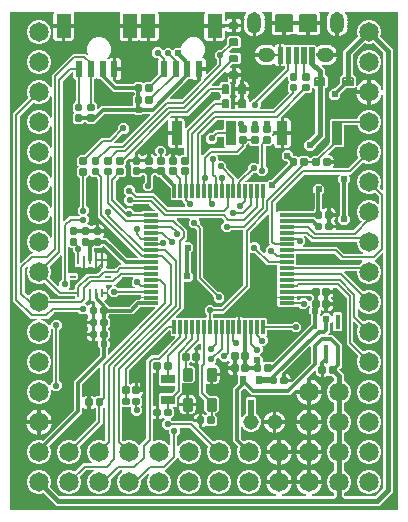
<source format=gbr>
G04 EAGLE Gerber RS-274X export*
G75*
%MOMM*%
%FSLAX34Y34*%
%LPD*%
%INTop Copper*%
%IPPOS*%
%AMOC8*
5,1,8,0,0,1.08239X$1,22.5*%
G01*
%ADD10C,0.317500*%
%ADD11C,0.200000*%
%ADD12C,0.158750*%
%ADD13R,0.300000X1.200000*%
%ADD14R,1.200000X0.300000*%
%ADD15C,1.651000*%
%ADD16C,1.308000*%
%ADD17C,0.040638*%
%ADD18C,0.152400*%
%ADD19C,1.208000*%
%ADD20C,1.270000*%
%ADD21R,0.600000X1.350000*%
%ADD22R,1.200000X2.000000*%
%ADD23R,0.870000X2.000000*%
%ADD24R,0.500000X0.800000*%
%ADD25R,0.250000X0.800000*%
%ADD26R,0.500000X0.250000*%
%ADD27R,0.400000X1.200000*%
%ADD28C,0.444500*%
%ADD29R,1.200000X0.800000*%
%ADD30C,0.203200*%
%ADD31C,0.558800*%
%ADD32C,0.304800*%
%ADD33C,0.609600*%
%ADD34C,0.254000*%
%ADD35C,0.457200*%
%ADD36C,0.508000*%

G36*
X441551Y67911D02*
X441551Y67911D01*
X441570Y67909D01*
X441672Y67931D01*
X441774Y67947D01*
X441791Y67957D01*
X441811Y67961D01*
X441900Y68014D01*
X441991Y68063D01*
X442005Y68077D01*
X442022Y68087D01*
X442089Y68166D01*
X442161Y68241D01*
X442169Y68259D01*
X442182Y68274D01*
X442221Y68370D01*
X442264Y68464D01*
X442266Y68484D01*
X442274Y68502D01*
X442292Y68669D01*
X442292Y488531D01*
X442289Y488551D01*
X442291Y488570D01*
X442269Y488672D01*
X442253Y488774D01*
X442243Y488791D01*
X442239Y488811D01*
X442186Y488900D01*
X442137Y488991D01*
X442123Y489005D01*
X442113Y489022D01*
X442034Y489089D01*
X441959Y489161D01*
X441941Y489169D01*
X441926Y489182D01*
X441830Y489221D01*
X441736Y489264D01*
X441716Y489266D01*
X441698Y489274D01*
X441531Y489292D01*
X398003Y489292D01*
X397932Y489281D01*
X397860Y489279D01*
X397811Y489261D01*
X397760Y489253D01*
X397697Y489219D01*
X397629Y489194D01*
X397589Y489162D01*
X397543Y489137D01*
X397493Y489086D01*
X397437Y489041D01*
X397409Y488997D01*
X397373Y488959D01*
X397343Y488894D01*
X397304Y488834D01*
X397292Y488783D01*
X397270Y488736D01*
X397262Y488665D01*
X397244Y488595D01*
X397248Y488543D01*
X397243Y488492D01*
X397258Y488421D01*
X397264Y488350D01*
X397284Y488302D01*
X397295Y488251D01*
X397332Y488190D01*
X397360Y488124D01*
X397405Y488068D01*
X397421Y488040D01*
X397439Y488025D01*
X397465Y487993D01*
X397482Y487975D01*
X398455Y486519D01*
X399125Y484901D01*
X399362Y483709D01*
X399301Y483676D01*
X399269Y483643D01*
X399231Y483617D01*
X399185Y483554D01*
X399131Y483498D01*
X399112Y483456D01*
X399084Y483420D01*
X399060Y483345D01*
X399028Y483275D01*
X399023Y483229D01*
X399008Y483186D01*
X399009Y483108D01*
X399001Y483030D01*
X399010Y482986D01*
X399011Y482940D01*
X399049Y482809D01*
X399053Y482790D01*
X399055Y482786D01*
X399057Y482779D01*
X399125Y482615D01*
X399367Y481398D01*
X399391Y481333D01*
X399406Y481266D01*
X399434Y481219D01*
X399435Y481217D01*
X399429Y481184D01*
X399434Y481117D01*
X399418Y481092D01*
X399395Y481019D01*
X399381Y480989D01*
X399378Y480968D01*
X399367Y480932D01*
X399165Y479917D01*
X399163Y479851D01*
X399151Y479787D01*
X399157Y479712D01*
X399156Y479705D01*
X399158Y479698D01*
X399157Y479671D01*
X399162Y479652D01*
X399165Y479619D01*
X399266Y479111D01*
X399290Y479047D01*
X399305Y478980D01*
X399333Y478933D01*
X399353Y478881D01*
X399396Y478828D01*
X399402Y478819D01*
X399393Y478774D01*
X399390Y478708D01*
X399378Y478644D01*
X399385Y478561D01*
X399384Y478528D01*
X399390Y478509D01*
X399393Y478477D01*
X399401Y478436D01*
X399383Y478418D01*
X399354Y478356D01*
X399317Y478298D01*
X399294Y478225D01*
X399280Y478195D01*
X399277Y478174D01*
X399266Y478138D01*
X399125Y477429D01*
X398847Y476757D01*
X398836Y476713D01*
X398817Y476671D01*
X398809Y476594D01*
X398791Y476518D01*
X398795Y476472D01*
X398790Y476427D01*
X398807Y476350D01*
X398814Y476273D01*
X398833Y476231D01*
X398842Y476186D01*
X398882Y476119D01*
X398914Y476048D01*
X398945Y476014D01*
X398969Y475975D01*
X399028Y475924D01*
X399080Y475867D01*
X399120Y475845D01*
X399155Y475815D01*
X399228Y475786D01*
X399296Y475749D01*
X399341Y475740D01*
X399345Y475739D01*
X399125Y474635D01*
X398455Y473017D01*
X397482Y471560D01*
X396244Y470322D01*
X394787Y469349D01*
X393169Y468679D01*
X392099Y468466D01*
X392099Y476466D01*
X392096Y476486D01*
X392098Y476505D01*
X392076Y476607D01*
X392059Y476709D01*
X392050Y476726D01*
X392046Y476746D01*
X391993Y476835D01*
X391944Y476926D01*
X391930Y476940D01*
X391920Y476957D01*
X391841Y477024D01*
X391766Y477095D01*
X391748Y477104D01*
X391733Y477117D01*
X391637Y477155D01*
X391543Y477199D01*
X391523Y477201D01*
X391505Y477209D01*
X391338Y477227D01*
X389814Y477227D01*
X389794Y477224D01*
X389775Y477226D01*
X389673Y477204D01*
X389571Y477187D01*
X389554Y477178D01*
X389534Y477174D01*
X389445Y477121D01*
X389354Y477072D01*
X389340Y477058D01*
X389323Y477048D01*
X389256Y476969D01*
X389185Y476894D01*
X389176Y476876D01*
X389163Y476861D01*
X389124Y476765D01*
X389081Y476671D01*
X389079Y476651D01*
X389071Y476633D01*
X389053Y476466D01*
X389053Y468466D01*
X387983Y468679D01*
X386365Y469349D01*
X384908Y470322D01*
X383670Y471560D01*
X382697Y473017D01*
X382027Y474635D01*
X381807Y475738D01*
X381844Y475745D01*
X381885Y475766D01*
X381929Y475779D01*
X381993Y475823D01*
X382062Y475860D01*
X382093Y475893D01*
X382131Y475919D01*
X382178Y475981D01*
X382231Y476038D01*
X382251Y476080D01*
X382278Y476116D01*
X382302Y476190D01*
X382335Y476261D01*
X382340Y476307D01*
X382354Y476350D01*
X382353Y476428D01*
X382362Y476505D01*
X382352Y476550D01*
X382352Y476596D01*
X382314Y476728D01*
X382310Y476746D01*
X382307Y476750D01*
X382305Y476757D01*
X382027Y477429D01*
X381886Y478138D01*
X381862Y478203D01*
X381847Y478270D01*
X381819Y478317D01*
X381799Y478369D01*
X381756Y478422D01*
X381750Y478431D01*
X381759Y478477D01*
X381762Y478542D01*
X381774Y478606D01*
X381767Y478689D01*
X381768Y478722D01*
X381762Y478741D01*
X381759Y478774D01*
X381751Y478814D01*
X381769Y478832D01*
X381798Y478894D01*
X381835Y478952D01*
X381858Y479025D01*
X381872Y479055D01*
X381875Y479076D01*
X381886Y479111D01*
X381987Y479619D01*
X381989Y479685D01*
X382001Y479749D01*
X381994Y479832D01*
X381995Y479865D01*
X381990Y479884D01*
X381987Y479917D01*
X381785Y480932D01*
X381761Y480997D01*
X381746Y481064D01*
X381718Y481111D01*
X381717Y481113D01*
X381723Y481146D01*
X381718Y481213D01*
X381734Y481238D01*
X381757Y481311D01*
X381771Y481341D01*
X381774Y481362D01*
X381785Y481398D01*
X382027Y482615D01*
X382095Y482779D01*
X382105Y482823D01*
X382124Y482865D01*
X382133Y482942D01*
X382151Y483018D01*
X382146Y483064D01*
X382151Y483109D01*
X382135Y483186D01*
X382128Y483263D01*
X382109Y483305D01*
X382099Y483350D01*
X382059Y483417D01*
X382028Y483488D01*
X381997Y483522D01*
X381973Y483561D01*
X381914Y483611D01*
X381861Y483669D01*
X381821Y483691D01*
X381791Y483716D01*
X382027Y484901D01*
X382697Y486519D01*
X383670Y487975D01*
X383687Y487993D01*
X383729Y488051D01*
X383779Y488103D01*
X383800Y488150D01*
X383831Y488192D01*
X383852Y488261D01*
X383882Y488326D01*
X383888Y488378D01*
X383903Y488427D01*
X383901Y488499D01*
X383909Y488570D01*
X383898Y488621D01*
X383897Y488673D01*
X383872Y488741D01*
X383857Y488811D01*
X383830Y488856D01*
X383812Y488904D01*
X383768Y488960D01*
X383731Y489022D01*
X383691Y489056D01*
X383659Y489096D01*
X383599Y489135D01*
X383544Y489182D01*
X383496Y489201D01*
X383452Y489229D01*
X383382Y489247D01*
X383316Y489274D01*
X383245Y489282D01*
X383213Y489290D01*
X383190Y489288D01*
X383149Y489292D01*
X376135Y489292D01*
X376041Y489277D01*
X375946Y489268D01*
X375920Y489257D01*
X375892Y489253D01*
X375808Y489208D01*
X375720Y489170D01*
X375700Y489151D01*
X375675Y489137D01*
X375609Y489068D01*
X375538Y489004D01*
X375525Y488980D01*
X375505Y488959D01*
X375465Y488873D01*
X375419Y488789D01*
X375414Y488762D01*
X375402Y488736D01*
X375391Y488641D01*
X375374Y488547D01*
X375378Y488520D01*
X375375Y488492D01*
X375395Y488398D01*
X375408Y488304D01*
X375422Y488272D01*
X375427Y488251D01*
X375444Y488223D01*
X375476Y488150D01*
X375620Y487901D01*
X375845Y487061D01*
X375845Y481291D01*
X366446Y481291D01*
X366426Y481288D01*
X366407Y481290D01*
X366305Y481268D01*
X366203Y481251D01*
X366186Y481242D01*
X366166Y481238D01*
X366077Y481185D01*
X365986Y481136D01*
X365972Y481122D01*
X365955Y481112D01*
X365888Y481033D01*
X365817Y480958D01*
X365808Y480940D01*
X365795Y480925D01*
X365756Y480829D01*
X365713Y480735D01*
X365711Y480715D01*
X365703Y480697D01*
X365685Y480530D01*
X365685Y479767D01*
X365683Y479767D01*
X365683Y480530D01*
X365682Y480540D01*
X365682Y480545D01*
X365680Y480553D01*
X365682Y480569D01*
X365660Y480671D01*
X365643Y480773D01*
X365634Y480790D01*
X365630Y480810D01*
X365577Y480899D01*
X365528Y480990D01*
X365514Y481004D01*
X365504Y481021D01*
X365425Y481088D01*
X365350Y481159D01*
X365332Y481168D01*
X365317Y481181D01*
X365221Y481220D01*
X365127Y481263D01*
X365107Y481265D01*
X365089Y481273D01*
X364922Y481291D01*
X346126Y481291D01*
X346106Y481288D01*
X346087Y481290D01*
X345985Y481268D01*
X345883Y481251D01*
X345866Y481242D01*
X345846Y481238D01*
X345757Y481185D01*
X345666Y481136D01*
X345652Y481122D01*
X345635Y481112D01*
X345568Y481033D01*
X345497Y480958D01*
X345488Y480940D01*
X345475Y480925D01*
X345436Y480829D01*
X345393Y480735D01*
X345391Y480715D01*
X345383Y480697D01*
X345365Y480530D01*
X345365Y479767D01*
X345363Y479767D01*
X345363Y480530D01*
X345362Y480540D01*
X345362Y480545D01*
X345360Y480553D01*
X345362Y480569D01*
X345340Y480671D01*
X345323Y480773D01*
X345314Y480790D01*
X345310Y480810D01*
X345257Y480899D01*
X345208Y480990D01*
X345194Y481004D01*
X345184Y481021D01*
X345105Y481088D01*
X345030Y481159D01*
X345012Y481168D01*
X344997Y481181D01*
X344901Y481220D01*
X344807Y481263D01*
X344787Y481265D01*
X344769Y481273D01*
X344602Y481291D01*
X335203Y481291D01*
X335203Y487061D01*
X335428Y487901D01*
X335572Y488150D01*
X335606Y488239D01*
X335646Y488326D01*
X335649Y488354D01*
X335659Y488380D01*
X335663Y488476D01*
X335673Y488570D01*
X335667Y488598D01*
X335668Y488626D01*
X335641Y488718D01*
X335621Y488811D01*
X335607Y488835D01*
X335599Y488862D01*
X335544Y488940D01*
X335495Y489022D01*
X335474Y489040D01*
X335457Y489063D01*
X335381Y489120D01*
X335308Y489182D01*
X335282Y489192D01*
X335259Y489209D01*
X335169Y489238D01*
X335080Y489274D01*
X335045Y489278D01*
X335025Y489284D01*
X334992Y489284D01*
X334913Y489292D01*
X327899Y489292D01*
X327828Y489281D01*
X327756Y489279D01*
X327707Y489261D01*
X327656Y489253D01*
X327593Y489219D01*
X327525Y489194D01*
X327485Y489162D01*
X327439Y489137D01*
X327389Y489086D01*
X327333Y489041D01*
X327305Y488997D01*
X327269Y488959D01*
X327239Y488894D01*
X327200Y488834D01*
X327188Y488783D01*
X327166Y488736D01*
X327158Y488665D01*
X327140Y488595D01*
X327144Y488543D01*
X327139Y488492D01*
X327154Y488421D01*
X327160Y488350D01*
X327180Y488302D01*
X327191Y488251D01*
X327228Y488190D01*
X327256Y488124D01*
X327301Y488068D01*
X327317Y488040D01*
X327335Y488025D01*
X327361Y487993D01*
X327378Y487975D01*
X328351Y486519D01*
X329021Y484901D01*
X329247Y483764D01*
X329224Y483757D01*
X329160Y483713D01*
X329091Y483676D01*
X329060Y483643D01*
X329022Y483617D01*
X328976Y483554D01*
X328922Y483498D01*
X328903Y483456D01*
X328875Y483420D01*
X328851Y483346D01*
X328818Y483275D01*
X328813Y483229D01*
X328799Y483186D01*
X328800Y483108D01*
X328791Y483030D01*
X328801Y482986D01*
X328801Y482940D01*
X328840Y482809D01*
X328844Y482790D01*
X328846Y482786D01*
X328848Y482779D01*
X329021Y482361D01*
X329213Y481398D01*
X329237Y481333D01*
X329251Y481266D01*
X329280Y481219D01*
X329299Y481167D01*
X329313Y481151D01*
X329312Y481121D01*
X329299Y481057D01*
X329307Y480974D01*
X329305Y480941D01*
X329311Y480922D01*
X329311Y480918D01*
X329301Y480896D01*
X329263Y480838D01*
X329240Y480765D01*
X329226Y480735D01*
X329224Y480716D01*
X329221Y480710D01*
X329221Y480703D01*
X329213Y480678D01*
X329061Y479917D01*
X329059Y479851D01*
X329047Y479787D01*
X329053Y479712D01*
X329052Y479705D01*
X329054Y479698D01*
X329053Y479671D01*
X329058Y479652D01*
X329061Y479620D01*
X329213Y478858D01*
X329237Y478793D01*
X329251Y478726D01*
X329280Y478679D01*
X329299Y478627D01*
X329313Y478611D01*
X329312Y478581D01*
X329299Y478517D01*
X329307Y478434D01*
X329305Y478401D01*
X329311Y478382D01*
X329311Y478378D01*
X329301Y478356D01*
X329263Y478298D01*
X329240Y478225D01*
X329226Y478195D01*
X329224Y478174D01*
X329213Y478138D01*
X329021Y477175D01*
X328848Y476757D01*
X328838Y476713D01*
X328818Y476671D01*
X328810Y476594D01*
X328792Y476518D01*
X328796Y476472D01*
X328791Y476427D01*
X328808Y476350D01*
X328815Y476273D01*
X328834Y476231D01*
X328844Y476186D01*
X328884Y476119D01*
X328915Y476048D01*
X328946Y476014D01*
X328970Y475975D01*
X329029Y475925D01*
X329082Y475867D01*
X329122Y475845D01*
X329157Y475815D01*
X329229Y475786D01*
X329248Y475776D01*
X329021Y474635D01*
X328351Y473017D01*
X327378Y471560D01*
X326140Y470322D01*
X324683Y469349D01*
X323065Y468679D01*
X321995Y468466D01*
X321995Y476466D01*
X321992Y476486D01*
X321994Y476505D01*
X321972Y476607D01*
X321955Y476709D01*
X321946Y476726D01*
X321942Y476746D01*
X321889Y476835D01*
X321840Y476926D01*
X321826Y476940D01*
X321816Y476957D01*
X321737Y477024D01*
X321662Y477095D01*
X321644Y477104D01*
X321629Y477117D01*
X321533Y477155D01*
X321439Y477199D01*
X321419Y477201D01*
X321401Y477209D01*
X321234Y477227D01*
X319710Y477227D01*
X319690Y477224D01*
X319671Y477226D01*
X319569Y477204D01*
X319467Y477187D01*
X319450Y477178D01*
X319430Y477174D01*
X319341Y477121D01*
X319250Y477072D01*
X319236Y477058D01*
X319219Y477048D01*
X319152Y476969D01*
X319081Y476894D01*
X319072Y476876D01*
X319059Y476861D01*
X319020Y476765D01*
X318977Y476671D01*
X318975Y476651D01*
X318967Y476633D01*
X318949Y476466D01*
X318949Y468466D01*
X317879Y468679D01*
X316261Y469349D01*
X314804Y470322D01*
X313566Y471560D01*
X312593Y473017D01*
X311923Y474635D01*
X311697Y475772D01*
X311720Y475779D01*
X311784Y475823D01*
X311853Y475860D01*
X311884Y475893D01*
X311922Y475919D01*
X311968Y475981D01*
X312022Y476038D01*
X312041Y476080D01*
X312069Y476116D01*
X312093Y476190D01*
X312126Y476261D01*
X312131Y476307D01*
X312145Y476350D01*
X312144Y476428D01*
X312153Y476505D01*
X312143Y476550D01*
X312143Y476596D01*
X312104Y476728D01*
X312100Y476746D01*
X312098Y476750D01*
X312096Y476757D01*
X311923Y477175D01*
X311731Y478138D01*
X311707Y478203D01*
X311693Y478270D01*
X311664Y478317D01*
X311645Y478369D01*
X311631Y478385D01*
X311632Y478415D01*
X311645Y478479D01*
X311637Y478562D01*
X311639Y478595D01*
X311633Y478614D01*
X311633Y478618D01*
X311643Y478640D01*
X311681Y478698D01*
X311704Y478771D01*
X311718Y478801D01*
X311720Y478822D01*
X311731Y478857D01*
X311883Y479619D01*
X311885Y479685D01*
X311897Y479749D01*
X311890Y479832D01*
X311891Y479865D01*
X311886Y479884D01*
X311883Y479917D01*
X311731Y480678D01*
X311707Y480743D01*
X311693Y480810D01*
X311664Y480857D01*
X311645Y480909D01*
X311631Y480925D01*
X311632Y480955D01*
X311645Y481019D01*
X311637Y481102D01*
X311639Y481135D01*
X311633Y481154D01*
X311633Y481158D01*
X311643Y481180D01*
X311681Y481238D01*
X311704Y481311D01*
X311718Y481341D01*
X311720Y481362D01*
X311731Y481398D01*
X311923Y482361D01*
X312096Y482779D01*
X312106Y482823D01*
X312126Y482865D01*
X312134Y482942D01*
X312152Y483018D01*
X312148Y483064D01*
X312153Y483109D01*
X312136Y483186D01*
X312129Y483263D01*
X312110Y483305D01*
X312100Y483350D01*
X312061Y483417D01*
X312029Y483488D01*
X311998Y483521D01*
X311974Y483561D01*
X311915Y483612D01*
X311862Y483669D01*
X311822Y483691D01*
X311787Y483721D01*
X311715Y483750D01*
X311696Y483760D01*
X311923Y484901D01*
X312593Y486519D01*
X313566Y487975D01*
X313583Y487993D01*
X313625Y488051D01*
X313675Y488103D01*
X313696Y488150D01*
X313727Y488192D01*
X313748Y488261D01*
X313778Y488326D01*
X313784Y488378D01*
X313799Y488427D01*
X313797Y488499D01*
X313805Y488570D01*
X313794Y488621D01*
X313793Y488673D01*
X313768Y488741D01*
X313753Y488811D01*
X313726Y488856D01*
X313708Y488904D01*
X313664Y488960D01*
X313627Y489022D01*
X313587Y489056D01*
X313555Y489096D01*
X313495Y489135D01*
X313440Y489182D01*
X313392Y489201D01*
X313348Y489229D01*
X313278Y489247D01*
X313212Y489274D01*
X313141Y489282D01*
X313109Y489290D01*
X313086Y489288D01*
X313045Y489292D01*
X295900Y489292D01*
X295783Y489273D01*
X295665Y489255D01*
X295661Y489253D01*
X295657Y489253D01*
X295553Y489197D01*
X295446Y489142D01*
X295443Y489139D01*
X295440Y489137D01*
X295358Y489051D01*
X295275Y488966D01*
X295273Y488962D01*
X295270Y488959D01*
X295220Y488851D01*
X295169Y488744D01*
X295169Y488740D01*
X295167Y488736D01*
X295154Y488618D01*
X295139Y488500D01*
X295140Y488495D01*
X295140Y488492D01*
X295143Y488478D01*
X295165Y488334D01*
X295291Y487863D01*
X295291Y482049D01*
X295298Y482002D01*
X295297Y481954D01*
X295318Y481881D01*
X295330Y481806D01*
X295353Y481764D01*
X295367Y481718D01*
X295410Y481656D01*
X295446Y481589D01*
X295480Y481556D01*
X295508Y481517D01*
X295569Y481472D01*
X295624Y481420D01*
X295668Y481399D01*
X295706Y481371D01*
X295778Y481348D01*
X295847Y481316D01*
X295895Y481311D01*
X295940Y481296D01*
X296016Y481297D01*
X296091Y481289D01*
X296138Y481299D01*
X296186Y481300D01*
X296258Y481325D01*
X296332Y481341D01*
X296373Y481366D01*
X296418Y481382D01*
X296478Y481428D01*
X296543Y481467D01*
X296574Y481504D01*
X296612Y481533D01*
X296688Y481637D01*
X296703Y481654D01*
X296705Y481661D01*
X296711Y481669D01*
X297071Y482292D01*
X297692Y482912D01*
X298452Y483351D01*
X299300Y483579D01*
X301423Y483579D01*
X301423Y479386D01*
X296052Y479386D01*
X296032Y479383D01*
X296013Y479385D01*
X295911Y479363D01*
X295809Y479346D01*
X295792Y479337D01*
X295772Y479333D01*
X295683Y479280D01*
X295592Y479231D01*
X295578Y479217D01*
X295561Y479207D01*
X295494Y479128D01*
X295422Y479053D01*
X295422Y479052D01*
X287512Y479052D01*
X287492Y479049D01*
X287473Y479051D01*
X287371Y479029D01*
X287269Y479012D01*
X287252Y479003D01*
X287232Y478999D01*
X287143Y478946D01*
X287052Y478897D01*
X287038Y478883D01*
X287021Y478873D01*
X286954Y478794D01*
X286883Y478719D01*
X286874Y478701D01*
X286861Y478686D01*
X286822Y478590D01*
X286779Y478496D01*
X286777Y478476D01*
X286769Y478458D01*
X286751Y478291D01*
X286751Y477528D01*
X286749Y477528D01*
X286749Y478291D01*
X286746Y478311D01*
X286748Y478330D01*
X286726Y478432D01*
X286709Y478534D01*
X286700Y478551D01*
X286696Y478571D01*
X286643Y478660D01*
X286594Y478751D01*
X286580Y478765D01*
X286570Y478782D01*
X286491Y478849D01*
X286416Y478920D01*
X286398Y478929D01*
X286383Y478942D01*
X286287Y478981D01*
X286193Y479024D01*
X286173Y479026D01*
X286155Y479034D01*
X285988Y479052D01*
X278209Y479052D01*
X278209Y487863D01*
X278335Y488334D01*
X278347Y488453D01*
X278360Y488570D01*
X278359Y488575D01*
X278360Y488579D01*
X278333Y488694D01*
X278308Y488811D01*
X278306Y488814D01*
X278305Y488818D01*
X278244Y488919D01*
X278182Y489022D01*
X278179Y489025D01*
X278176Y489028D01*
X278085Y489105D01*
X277995Y489182D01*
X277991Y489183D01*
X277988Y489186D01*
X277878Y489229D01*
X277767Y489274D01*
X277762Y489274D01*
X277759Y489276D01*
X277745Y489276D01*
X277600Y489292D01*
X239900Y489292D01*
X239783Y489273D01*
X239665Y489255D01*
X239661Y489253D01*
X239657Y489253D01*
X239553Y489197D01*
X239446Y489142D01*
X239443Y489139D01*
X239440Y489137D01*
X239358Y489051D01*
X239275Y488966D01*
X239273Y488962D01*
X239270Y488959D01*
X239220Y488851D01*
X239169Y488744D01*
X239169Y488740D01*
X239167Y488736D01*
X239154Y488618D01*
X239139Y488500D01*
X239140Y488495D01*
X239140Y488492D01*
X239143Y488478D01*
X239165Y488334D01*
X239291Y487863D01*
X239291Y479052D01*
X231512Y479052D01*
X231492Y479049D01*
X231473Y479051D01*
X231371Y479029D01*
X231269Y479012D01*
X231252Y479003D01*
X231232Y478999D01*
X231143Y478946D01*
X231052Y478897D01*
X231038Y478883D01*
X231021Y478873D01*
X230954Y478794D01*
X230883Y478719D01*
X230874Y478701D01*
X230861Y478686D01*
X230822Y478590D01*
X230779Y478496D01*
X230777Y478476D01*
X230769Y478458D01*
X230751Y478291D01*
X230751Y477528D01*
X230749Y477528D01*
X230749Y478291D01*
X230746Y478311D01*
X230748Y478330D01*
X230726Y478432D01*
X230709Y478534D01*
X230700Y478551D01*
X230696Y478571D01*
X230643Y478660D01*
X230594Y478751D01*
X230580Y478765D01*
X230570Y478782D01*
X230491Y478849D01*
X230416Y478920D01*
X230398Y478929D01*
X230383Y478942D01*
X230287Y478981D01*
X230193Y479024D01*
X230173Y479026D01*
X230155Y479034D01*
X229988Y479052D01*
X215662Y479052D01*
X215642Y479049D01*
X215623Y479051D01*
X215521Y479029D01*
X215419Y479012D01*
X215402Y479003D01*
X215382Y478999D01*
X215293Y478946D01*
X215202Y478897D01*
X215188Y478883D01*
X215171Y478873D01*
X215104Y478794D01*
X215033Y478719D01*
X215024Y478701D01*
X215011Y478686D01*
X214972Y478590D01*
X214929Y478496D01*
X214927Y478476D01*
X214919Y478458D01*
X214901Y478291D01*
X214901Y477528D01*
X214899Y477528D01*
X214899Y478291D01*
X214896Y478311D01*
X214898Y478330D01*
X214876Y478432D01*
X214859Y478534D01*
X214850Y478551D01*
X214846Y478571D01*
X214793Y478660D01*
X214744Y478751D01*
X214730Y478765D01*
X214720Y478782D01*
X214641Y478849D01*
X214566Y478920D01*
X214548Y478929D01*
X214533Y478942D01*
X214437Y478981D01*
X214343Y479024D01*
X214323Y479026D01*
X214305Y479034D01*
X214138Y479052D01*
X206359Y479052D01*
X206359Y487863D01*
X206485Y488334D01*
X206497Y488453D01*
X206510Y488570D01*
X206509Y488575D01*
X206510Y488579D01*
X206483Y488694D01*
X206458Y488811D01*
X206456Y488814D01*
X206455Y488818D01*
X206394Y488919D01*
X206332Y489022D01*
X206329Y489025D01*
X206326Y489028D01*
X206235Y489105D01*
X206145Y489182D01*
X206141Y489183D01*
X206138Y489186D01*
X206028Y489229D01*
X205917Y489274D01*
X205912Y489274D01*
X205909Y489276D01*
X205895Y489276D01*
X205750Y489292D01*
X168050Y489292D01*
X167933Y489273D01*
X167815Y489255D01*
X167811Y489253D01*
X167807Y489253D01*
X167703Y489197D01*
X167596Y489142D01*
X167593Y489139D01*
X167590Y489137D01*
X167508Y489051D01*
X167425Y488966D01*
X167423Y488962D01*
X167420Y488959D01*
X167370Y488851D01*
X167319Y488744D01*
X167319Y488740D01*
X167317Y488736D01*
X167304Y488618D01*
X167289Y488500D01*
X167290Y488495D01*
X167290Y488492D01*
X167293Y488478D01*
X167315Y488334D01*
X167441Y487863D01*
X167441Y479052D01*
X159662Y479052D01*
X159642Y479049D01*
X159623Y479051D01*
X159521Y479029D01*
X159419Y479012D01*
X159402Y479003D01*
X159382Y478999D01*
X159293Y478946D01*
X159202Y478897D01*
X159188Y478883D01*
X159171Y478873D01*
X159104Y478794D01*
X159033Y478719D01*
X159024Y478701D01*
X159011Y478686D01*
X158972Y478590D01*
X158929Y478496D01*
X158927Y478476D01*
X158919Y478458D01*
X158901Y478291D01*
X158901Y477528D01*
X158899Y477528D01*
X158899Y478291D01*
X158896Y478311D01*
X158898Y478330D01*
X158876Y478432D01*
X158859Y478534D01*
X158850Y478551D01*
X158846Y478571D01*
X158793Y478660D01*
X158744Y478751D01*
X158730Y478765D01*
X158720Y478782D01*
X158641Y478849D01*
X158566Y478920D01*
X158548Y478929D01*
X158533Y478942D01*
X158437Y478981D01*
X158343Y479024D01*
X158323Y479026D01*
X158305Y479034D01*
X158138Y479052D01*
X150359Y479052D01*
X150359Y487863D01*
X150485Y488334D01*
X150497Y488453D01*
X150510Y488570D01*
X150509Y488575D01*
X150510Y488579D01*
X150483Y488694D01*
X150458Y488811D01*
X150456Y488814D01*
X150455Y488818D01*
X150394Y488919D01*
X150332Y489022D01*
X150329Y489025D01*
X150326Y489028D01*
X150235Y489105D01*
X150145Y489182D01*
X150141Y489183D01*
X150138Y489186D01*
X150028Y489229D01*
X149917Y489274D01*
X149912Y489274D01*
X149909Y489276D01*
X149895Y489276D01*
X149750Y489292D01*
X114069Y489292D01*
X114049Y489289D01*
X114030Y489291D01*
X113928Y489269D01*
X113826Y489253D01*
X113809Y489243D01*
X113789Y489239D01*
X113700Y489186D01*
X113609Y489137D01*
X113595Y489123D01*
X113578Y489113D01*
X113511Y489034D01*
X113439Y488959D01*
X113431Y488941D01*
X113418Y488926D01*
X113379Y488830D01*
X113336Y488736D01*
X113334Y488716D01*
X113326Y488698D01*
X113308Y488531D01*
X113308Y68669D01*
X113311Y68649D01*
X113309Y68630D01*
X113331Y68528D01*
X113347Y68426D01*
X113357Y68409D01*
X113361Y68389D01*
X113414Y68300D01*
X113463Y68209D01*
X113477Y68195D01*
X113487Y68178D01*
X113566Y68111D01*
X113641Y68039D01*
X113659Y68031D01*
X113674Y68018D01*
X113770Y67979D01*
X113864Y67936D01*
X113884Y67934D01*
X113902Y67926D01*
X114069Y67908D01*
X441531Y67908D01*
X441551Y67911D01*
G37*
%LPC*%
G36*
X152291Y71335D02*
X152291Y71335D01*
X142074Y81552D01*
X141979Y81621D01*
X141886Y81690D01*
X141880Y81692D01*
X141875Y81696D01*
X141763Y81730D01*
X141652Y81766D01*
X141646Y81766D01*
X141640Y81768D01*
X141523Y81765D01*
X141406Y81764D01*
X141399Y81762D01*
X141394Y81762D01*
X141376Y81755D01*
X141245Y81717D01*
X140096Y81241D01*
X136104Y81241D01*
X132416Y82769D01*
X129594Y85591D01*
X128066Y89279D01*
X128066Y93271D01*
X129594Y96959D01*
X132416Y99781D01*
X136104Y101309D01*
X140096Y101309D01*
X143784Y99781D01*
X146606Y96959D01*
X148134Y93271D01*
X148134Y89279D01*
X147658Y88130D01*
X147631Y88017D01*
X147603Y87903D01*
X147603Y87897D01*
X147602Y87891D01*
X147613Y87774D01*
X147622Y87658D01*
X147624Y87652D01*
X147625Y87646D01*
X147673Y87538D01*
X147718Y87432D01*
X147723Y87426D01*
X147725Y87421D01*
X147738Y87407D01*
X147823Y87301D01*
X155436Y79688D01*
X155510Y79635D01*
X155579Y79575D01*
X155609Y79563D01*
X155635Y79544D01*
X155722Y79517D01*
X155807Y79483D01*
X155848Y79479D01*
X155871Y79472D01*
X155903Y79473D01*
X155974Y79465D01*
X337906Y79465D01*
X337910Y79465D01*
X337914Y79465D01*
X338033Y79486D01*
X338149Y79504D01*
X338152Y79506D01*
X338156Y79507D01*
X338262Y79564D01*
X338366Y79620D01*
X338369Y79622D01*
X338373Y79624D01*
X338454Y79712D01*
X338536Y79798D01*
X338537Y79802D01*
X338540Y79804D01*
X338589Y79913D01*
X338639Y80021D01*
X338640Y80025D01*
X338641Y80029D01*
X338653Y80148D01*
X338666Y80265D01*
X338666Y80269D01*
X338666Y80273D01*
X338639Y80390D01*
X338614Y80506D01*
X338612Y80509D01*
X338611Y80513D01*
X338549Y80616D01*
X338488Y80717D01*
X338485Y80719D01*
X338483Y80723D01*
X338391Y80800D01*
X338301Y80877D01*
X338297Y80878D01*
X338294Y80881D01*
X338141Y80950D01*
X337156Y81270D01*
X335642Y82042D01*
X334267Y83041D01*
X333066Y84242D01*
X332067Y85617D01*
X331295Y87131D01*
X330770Y88747D01*
X330611Y89752D01*
X340538Y89752D01*
X340558Y89755D01*
X340577Y89753D01*
X340679Y89775D01*
X340781Y89792D01*
X340798Y89801D01*
X340818Y89805D01*
X340907Y89858D01*
X340998Y89907D01*
X341012Y89921D01*
X341029Y89931D01*
X341096Y90010D01*
X341167Y90085D01*
X341176Y90103D01*
X341189Y90118D01*
X341227Y90214D01*
X341271Y90308D01*
X341273Y90328D01*
X341281Y90346D01*
X341299Y90513D01*
X341299Y91276D01*
X341301Y91276D01*
X341301Y90513D01*
X341304Y90493D01*
X341302Y90474D01*
X341324Y90372D01*
X341341Y90270D01*
X341350Y90253D01*
X341354Y90233D01*
X341407Y90144D01*
X341456Y90053D01*
X341470Y90039D01*
X341480Y90022D01*
X341559Y89955D01*
X341634Y89884D01*
X341652Y89875D01*
X341667Y89862D01*
X341763Y89823D01*
X341857Y89780D01*
X341877Y89778D01*
X341895Y89770D01*
X342062Y89752D01*
X351989Y89752D01*
X351830Y88747D01*
X351305Y87131D01*
X350533Y85617D01*
X349534Y84242D01*
X348333Y83041D01*
X346958Y82042D01*
X345444Y81270D01*
X344459Y80950D01*
X344455Y80948D01*
X344451Y80947D01*
X344346Y80892D01*
X344240Y80837D01*
X344237Y80834D01*
X344234Y80832D01*
X344152Y80746D01*
X344069Y80661D01*
X344067Y80657D01*
X344064Y80654D01*
X344014Y80546D01*
X343963Y80439D01*
X343962Y80435D01*
X343961Y80431D01*
X343948Y80313D01*
X343933Y80194D01*
X343934Y80190D01*
X343934Y80187D01*
X343959Y80068D01*
X343983Y79954D01*
X343985Y79950D01*
X343986Y79946D01*
X344048Y79843D01*
X344107Y79741D01*
X344110Y79738D01*
X344112Y79735D01*
X344203Y79657D01*
X344292Y79579D01*
X344296Y79578D01*
X344299Y79575D01*
X344411Y79530D01*
X344519Y79485D01*
X344523Y79485D01*
X344527Y79483D01*
X344694Y79465D01*
X363306Y79465D01*
X363310Y79465D01*
X363314Y79465D01*
X363433Y79486D01*
X363549Y79504D01*
X363552Y79506D01*
X363556Y79507D01*
X363662Y79564D01*
X363766Y79620D01*
X363769Y79622D01*
X363773Y79624D01*
X363854Y79712D01*
X363936Y79798D01*
X363937Y79802D01*
X363940Y79804D01*
X363989Y79913D01*
X364039Y80021D01*
X364040Y80025D01*
X364041Y80029D01*
X364053Y80148D01*
X364066Y80265D01*
X364066Y80269D01*
X364066Y80273D01*
X364039Y80390D01*
X364014Y80506D01*
X364012Y80509D01*
X364011Y80513D01*
X363949Y80616D01*
X363888Y80717D01*
X363885Y80719D01*
X363883Y80723D01*
X363791Y80800D01*
X363701Y80877D01*
X363697Y80878D01*
X363694Y80881D01*
X363541Y80950D01*
X362556Y81270D01*
X361042Y82042D01*
X359667Y83041D01*
X358466Y84242D01*
X357467Y85617D01*
X356695Y87131D01*
X356170Y88747D01*
X356011Y89752D01*
X365938Y89752D01*
X365958Y89755D01*
X365977Y89753D01*
X366079Y89775D01*
X366181Y89792D01*
X366198Y89801D01*
X366218Y89805D01*
X366307Y89858D01*
X366398Y89907D01*
X366412Y89921D01*
X366429Y89931D01*
X366496Y90010D01*
X366567Y90085D01*
X366576Y90103D01*
X366589Y90118D01*
X366627Y90214D01*
X366671Y90308D01*
X366673Y90328D01*
X366681Y90346D01*
X366699Y90513D01*
X366699Y91276D01*
X366701Y91276D01*
X366701Y90513D01*
X366704Y90493D01*
X366702Y90474D01*
X366724Y90372D01*
X366741Y90270D01*
X366750Y90253D01*
X366754Y90233D01*
X366807Y90144D01*
X366856Y90053D01*
X366870Y90039D01*
X366880Y90022D01*
X366959Y89955D01*
X367034Y89884D01*
X367052Y89875D01*
X367067Y89862D01*
X367163Y89823D01*
X367257Y89780D01*
X367277Y89778D01*
X367295Y89770D01*
X367462Y89752D01*
X377389Y89752D01*
X377230Y88747D01*
X376705Y87131D01*
X375933Y85617D01*
X374934Y84242D01*
X373733Y83041D01*
X372358Y82042D01*
X370844Y81270D01*
X369859Y80950D01*
X369855Y80948D01*
X369851Y80947D01*
X369746Y80892D01*
X369640Y80837D01*
X369637Y80834D01*
X369634Y80832D01*
X369552Y80746D01*
X369469Y80661D01*
X369467Y80657D01*
X369464Y80654D01*
X369414Y80546D01*
X369363Y80439D01*
X369362Y80435D01*
X369361Y80431D01*
X369348Y80313D01*
X369333Y80194D01*
X369334Y80190D01*
X369334Y80187D01*
X369359Y80068D01*
X369383Y79954D01*
X369385Y79950D01*
X369386Y79946D01*
X369448Y79843D01*
X369507Y79741D01*
X369510Y79738D01*
X369512Y79735D01*
X369603Y79657D01*
X369692Y79579D01*
X369696Y79578D01*
X369699Y79575D01*
X369811Y79530D01*
X369919Y79485D01*
X369923Y79485D01*
X369927Y79483D01*
X370094Y79465D01*
X386799Y79465D01*
X386889Y79479D01*
X386980Y79487D01*
X387010Y79499D01*
X387042Y79504D01*
X387122Y79547D01*
X387206Y79583D01*
X387238Y79609D01*
X387259Y79620D01*
X387281Y79643D01*
X387337Y79688D01*
X387812Y80163D01*
X387865Y80237D01*
X387925Y80306D01*
X387937Y80336D01*
X387956Y80362D01*
X387983Y80449D01*
X388017Y80534D01*
X388021Y80575D01*
X388028Y80598D01*
X388027Y80629D01*
X388035Y80701D01*
X388035Y81590D01*
X388016Y81704D01*
X387999Y81821D01*
X387997Y81826D01*
X387996Y81832D01*
X387941Y81935D01*
X387888Y82040D01*
X387883Y82044D01*
X387880Y82050D01*
X387796Y82130D01*
X387712Y82212D01*
X387706Y82216D01*
X387702Y82219D01*
X387685Y82227D01*
X387565Y82293D01*
X386416Y82769D01*
X383594Y85591D01*
X382066Y89279D01*
X382066Y93271D01*
X383594Y96959D01*
X386416Y99781D01*
X387565Y100257D01*
X387665Y100319D01*
X387765Y100379D01*
X387769Y100383D01*
X387774Y100387D01*
X387849Y100477D01*
X387925Y100566D01*
X387927Y100571D01*
X387931Y100576D01*
X387973Y100685D01*
X388017Y100794D01*
X388018Y100801D01*
X388019Y100806D01*
X388020Y100824D01*
X388035Y100960D01*
X388035Y106990D01*
X388016Y107104D01*
X387999Y107221D01*
X387997Y107226D01*
X387996Y107232D01*
X387941Y107335D01*
X387888Y107440D01*
X387883Y107444D01*
X387880Y107450D01*
X387796Y107530D01*
X387712Y107612D01*
X387706Y107616D01*
X387702Y107619D01*
X387685Y107627D01*
X387565Y107693D01*
X386416Y108169D01*
X383594Y110991D01*
X382066Y114679D01*
X382066Y118671D01*
X383594Y122359D01*
X386416Y125181D01*
X387565Y125657D01*
X387665Y125719D01*
X387765Y125779D01*
X387769Y125783D01*
X387774Y125787D01*
X387849Y125877D01*
X387925Y125966D01*
X387927Y125971D01*
X387931Y125976D01*
X387973Y126085D01*
X388017Y126194D01*
X388018Y126201D01*
X388019Y126206D01*
X388020Y126224D01*
X388035Y126360D01*
X388035Y132390D01*
X388016Y132504D01*
X387999Y132621D01*
X387997Y132626D01*
X387996Y132632D01*
X387941Y132735D01*
X387888Y132840D01*
X387883Y132844D01*
X387880Y132850D01*
X387796Y132930D01*
X387712Y133012D01*
X387706Y133016D01*
X387702Y133019D01*
X387685Y133027D01*
X387565Y133093D01*
X386416Y133569D01*
X383594Y136391D01*
X382066Y140079D01*
X382066Y144071D01*
X383594Y147759D01*
X386416Y150581D01*
X387565Y151057D01*
X387665Y151119D01*
X387765Y151179D01*
X387769Y151183D01*
X387774Y151187D01*
X387849Y151277D01*
X387925Y151366D01*
X387927Y151371D01*
X387931Y151376D01*
X387973Y151485D01*
X388017Y151594D01*
X388018Y151601D01*
X388019Y151606D01*
X388020Y151624D01*
X388035Y151760D01*
X388035Y157790D01*
X388016Y157904D01*
X387999Y158021D01*
X387997Y158026D01*
X387996Y158032D01*
X387941Y158135D01*
X387888Y158240D01*
X387883Y158244D01*
X387880Y158250D01*
X387796Y158330D01*
X387712Y158412D01*
X387706Y158416D01*
X387702Y158419D01*
X387685Y158427D01*
X387565Y158493D01*
X386416Y158969D01*
X383594Y161791D01*
X382066Y165479D01*
X382066Y169471D01*
X383594Y173159D01*
X386416Y175981D01*
X387565Y176457D01*
X387665Y176519D01*
X387765Y176579D01*
X387769Y176583D01*
X387774Y176587D01*
X387849Y176677D01*
X387925Y176766D01*
X387927Y176771D01*
X387931Y176776D01*
X387973Y176885D01*
X388017Y176994D01*
X388018Y177001D01*
X388019Y177006D01*
X388020Y177024D01*
X388035Y177160D01*
X388035Y178938D01*
X388021Y179028D01*
X388013Y179119D01*
X388001Y179149D01*
X387996Y179181D01*
X387953Y179261D01*
X387917Y179345D01*
X387891Y179377D01*
X387880Y179398D01*
X387857Y179420D01*
X387812Y179476D01*
X386321Y180967D01*
X386247Y181020D01*
X386178Y181080D01*
X386148Y181092D01*
X386122Y181111D01*
X386035Y181138D01*
X385950Y181172D01*
X385909Y181176D01*
X385886Y181183D01*
X385854Y181182D01*
X385783Y181190D01*
X383911Y181190D01*
X383525Y181576D01*
X383509Y181588D01*
X383496Y181604D01*
X383409Y181659D01*
X383325Y181720D01*
X383306Y181726D01*
X383290Y181737D01*
X383189Y181762D01*
X383090Y181792D01*
X383070Y181792D01*
X383051Y181797D01*
X382948Y181789D01*
X382844Y181786D01*
X382826Y181779D01*
X382806Y181777D01*
X382711Y181737D01*
X382613Y181701D01*
X382598Y181689D01*
X382579Y181681D01*
X382449Y181576D01*
X382125Y181253D01*
X381184Y180710D01*
X380134Y180428D01*
X379526Y180428D01*
X379526Y185382D01*
X379523Y185402D01*
X379525Y185421D01*
X379503Y185523D01*
X379486Y185625D01*
X379477Y185642D01*
X379473Y185662D01*
X379420Y185751D01*
X379371Y185842D01*
X379357Y185856D01*
X379347Y185873D01*
X379268Y185940D01*
X379193Y186011D01*
X379175Y186020D01*
X379160Y186033D01*
X379064Y186072D01*
X378970Y186115D01*
X378950Y186117D01*
X378932Y186125D01*
X378765Y186143D01*
X377241Y186143D01*
X377221Y186140D01*
X377202Y186142D01*
X377100Y186120D01*
X376998Y186103D01*
X376981Y186094D01*
X376961Y186090D01*
X376872Y186037D01*
X376781Y185988D01*
X376767Y185974D01*
X376750Y185964D01*
X376683Y185885D01*
X376612Y185810D01*
X376603Y185792D01*
X376590Y185777D01*
X376551Y185681D01*
X376508Y185587D01*
X376506Y185567D01*
X376498Y185549D01*
X376480Y185382D01*
X376480Y180428D01*
X375872Y180428D01*
X374822Y180710D01*
X373881Y181253D01*
X373112Y182022D01*
X372569Y182963D01*
X372287Y184013D01*
X372287Y184715D01*
X372276Y184785D01*
X372274Y184857D01*
X372256Y184906D01*
X372248Y184957D01*
X372214Y185021D01*
X372189Y185088D01*
X372157Y185129D01*
X372132Y185175D01*
X372081Y185224D01*
X372036Y185280D01*
X371992Y185308D01*
X371954Y185344D01*
X371889Y185374D01*
X371829Y185413D01*
X371778Y185426D01*
X371731Y185448D01*
X371660Y185456D01*
X371590Y185473D01*
X371538Y185469D01*
X371487Y185475D01*
X371416Y185460D01*
X371345Y185454D01*
X371297Y185434D01*
X371246Y185423D01*
X371185Y185386D01*
X371119Y185358D01*
X371063Y185313D01*
X371035Y185296D01*
X371020Y185279D01*
X370988Y185253D01*
X365305Y179570D01*
X365263Y179512D01*
X365214Y179460D01*
X365192Y179413D01*
X365161Y179371D01*
X365140Y179302D01*
X365110Y179237D01*
X365104Y179185D01*
X365089Y179135D01*
X365091Y179064D01*
X365083Y178993D01*
X365094Y178942D01*
X365095Y178890D01*
X365120Y178822D01*
X365135Y178752D01*
X365162Y178708D01*
X365177Y178667D01*
X365177Y168998D01*
X355495Y168998D01*
X355446Y169030D01*
X355395Y169043D01*
X355348Y169065D01*
X355277Y169073D01*
X355207Y169090D01*
X355155Y169086D01*
X355104Y169092D01*
X355033Y169077D01*
X354962Y169071D01*
X354914Y169051D01*
X354863Y169040D01*
X354802Y169003D01*
X354736Y168975D01*
X354680Y168930D01*
X354652Y168913D01*
X354637Y168896D01*
X354605Y168870D01*
X352700Y166965D01*
X350542Y164807D01*
X318192Y164807D01*
X312680Y170319D01*
X312664Y170331D01*
X312652Y170346D01*
X312564Y170402D01*
X312481Y170462D01*
X312462Y170468D01*
X312445Y170479D01*
X312344Y170504D01*
X312245Y170535D01*
X312226Y170534D01*
X312206Y170539D01*
X312103Y170531D01*
X312000Y170528D01*
X311981Y170522D01*
X311961Y170520D01*
X311866Y170480D01*
X311769Y170444D01*
X311753Y170432D01*
X311735Y170424D01*
X311604Y170319D01*
X309266Y167981D01*
X309213Y167907D01*
X309153Y167838D01*
X309141Y167807D01*
X309122Y167781D01*
X309095Y167694D01*
X309061Y167609D01*
X309057Y167568D01*
X309050Y167546D01*
X309051Y167514D01*
X309043Y167443D01*
X309043Y146892D01*
X309058Y146796D01*
X309068Y146699D01*
X309078Y146675D01*
X309082Y146650D01*
X309128Y146564D01*
X309168Y146475D01*
X309185Y146455D01*
X309198Y146432D01*
X309268Y146365D01*
X309334Y146294D01*
X309357Y146281D01*
X309376Y146263D01*
X309464Y146222D01*
X309550Y146175D01*
X309575Y146170D01*
X309599Y146159D01*
X309696Y146149D01*
X309792Y146131D01*
X309818Y146135D01*
X309843Y146132D01*
X309939Y146153D01*
X310035Y146167D01*
X310058Y146179D01*
X310084Y146184D01*
X310168Y146235D01*
X310254Y146279D01*
X310273Y146297D01*
X310295Y146311D01*
X310358Y146385D01*
X310426Y146454D01*
X310442Y146483D01*
X310455Y146498D01*
X310467Y146528D01*
X310507Y146601D01*
X310532Y146660D01*
X312912Y149041D01*
X312995Y149090D01*
X312999Y149095D01*
X313004Y149098D01*
X313078Y149188D01*
X313155Y149277D01*
X313157Y149283D01*
X313161Y149288D01*
X313203Y149396D01*
X313247Y149505D01*
X313248Y149513D01*
X313249Y149517D01*
X313250Y149535D01*
X313265Y149672D01*
X313265Y159008D01*
X313289Y159035D01*
X313301Y159065D01*
X313320Y159092D01*
X313347Y159179D01*
X313381Y159263D01*
X313385Y159304D01*
X313392Y159327D01*
X313391Y159359D01*
X313399Y159430D01*
X313399Y162023D01*
X314441Y163065D01*
X320915Y163065D01*
X321957Y162023D01*
X321957Y159430D01*
X321972Y159340D01*
X321979Y159249D01*
X321991Y159219D01*
X321996Y159187D01*
X321997Y159187D01*
X321997Y155362D01*
X321975Y155309D01*
X321971Y155268D01*
X321964Y155246D01*
X321965Y155213D01*
X321957Y155142D01*
X321957Y152436D01*
X321955Y152431D01*
X321921Y152347D01*
X321917Y152306D01*
X321910Y152283D01*
X321911Y152251D01*
X321903Y152180D01*
X321903Y149672D01*
X321922Y149557D01*
X321939Y149441D01*
X321941Y149435D01*
X321942Y149429D01*
X321997Y149326D01*
X322050Y149222D01*
X322055Y149217D01*
X322058Y149212D01*
X322142Y149131D01*
X322226Y149049D01*
X322232Y149046D01*
X322236Y149042D01*
X322253Y149035D01*
X322273Y149023D01*
X324636Y146660D01*
X325903Y143603D01*
X325903Y140293D01*
X324636Y137236D01*
X322296Y134896D01*
X319239Y133629D01*
X315929Y133629D01*
X312872Y134896D01*
X310532Y137236D01*
X310507Y137295D01*
X310456Y137378D01*
X310410Y137464D01*
X310392Y137482D01*
X310378Y137504D01*
X310303Y137566D01*
X310232Y137633D01*
X310208Y137644D01*
X310188Y137661D01*
X310097Y137696D01*
X310009Y137737D01*
X309983Y137740D01*
X309959Y137749D01*
X309861Y137753D01*
X309765Y137764D01*
X309739Y137758D01*
X309713Y137759D01*
X309619Y137732D01*
X309524Y137712D01*
X309502Y137698D01*
X309477Y137691D01*
X309397Y137635D01*
X309313Y137585D01*
X309296Y137566D01*
X309275Y137551D01*
X309216Y137472D01*
X309153Y137398D01*
X309143Y137374D01*
X309128Y137353D01*
X309098Y137261D01*
X309061Y137170D01*
X309058Y137138D01*
X309052Y137119D01*
X309052Y137086D01*
X309043Y137004D01*
X309043Y128518D01*
X309057Y128428D01*
X309065Y128337D01*
X309077Y128308D01*
X309082Y128276D01*
X309125Y128195D01*
X309161Y128111D01*
X309187Y128079D01*
X309198Y128058D01*
X309221Y128036D01*
X309266Y127980D01*
X311164Y126082D01*
X311258Y126014D01*
X311352Y125944D01*
X311358Y125942D01*
X311363Y125939D01*
X311475Y125904D01*
X311586Y125868D01*
X311592Y125868D01*
X311598Y125866D01*
X311715Y125869D01*
X311832Y125870D01*
X311839Y125873D01*
X311844Y125873D01*
X311862Y125879D01*
X311993Y125917D01*
X313904Y126709D01*
X317896Y126709D01*
X321584Y125181D01*
X324406Y122359D01*
X325934Y118671D01*
X325934Y114679D01*
X324406Y110991D01*
X321584Y108169D01*
X317896Y106641D01*
X313904Y106641D01*
X310216Y108169D01*
X307394Y110991D01*
X305866Y114679D01*
X305866Y118671D01*
X306658Y120582D01*
X306685Y120696D01*
X306713Y120809D01*
X306713Y120815D01*
X306714Y120821D01*
X306703Y120938D01*
X306694Y121054D01*
X306692Y121060D01*
X306691Y121066D01*
X306643Y121174D01*
X306598Y121280D01*
X306593Y121286D01*
X306591Y121291D01*
X306578Y121305D01*
X306493Y121411D01*
X304595Y123309D01*
X302437Y125467D01*
X302437Y170494D01*
X304595Y172652D01*
X306676Y174733D01*
X306722Y174797D01*
X306740Y174816D01*
X306744Y174824D01*
X306789Y174876D01*
X306801Y174907D01*
X306820Y174933D01*
X306847Y175020D01*
X306881Y175105D01*
X306885Y175146D01*
X306892Y175168D01*
X306891Y175200D01*
X306899Y175271D01*
X306899Y181210D01*
X306880Y181327D01*
X306862Y181445D01*
X306860Y181449D01*
X306860Y181453D01*
X306804Y181557D01*
X306749Y181664D01*
X306746Y181667D01*
X306744Y181670D01*
X306659Y181752D01*
X306573Y181835D01*
X306569Y181837D01*
X306566Y181840D01*
X306459Y181890D01*
X306351Y181941D01*
X306347Y181942D01*
X306343Y181943D01*
X306225Y181956D01*
X306107Y181971D01*
X306102Y181970D01*
X306099Y181970D01*
X306085Y181968D01*
X305985Y181952D01*
X305358Y181952D01*
X305358Y186906D01*
X305355Y186926D01*
X305357Y186945D01*
X305335Y187047D01*
X305318Y187149D01*
X305309Y187166D01*
X305305Y187186D01*
X305252Y187275D01*
X305203Y187366D01*
X305189Y187380D01*
X305179Y187397D01*
X305100Y187464D01*
X305025Y187535D01*
X305007Y187544D01*
X304992Y187557D01*
X304896Y187596D01*
X304802Y187639D01*
X304782Y187641D01*
X304764Y187649D01*
X304597Y187667D01*
X303834Y187667D01*
X303834Y187669D01*
X304597Y187669D01*
X304617Y187672D01*
X304636Y187670D01*
X304738Y187692D01*
X304840Y187709D01*
X304857Y187718D01*
X304877Y187722D01*
X304966Y187775D01*
X305057Y187824D01*
X305071Y187838D01*
X305088Y187848D01*
X305155Y187927D01*
X305226Y188002D01*
X305235Y188020D01*
X305248Y188035D01*
X305287Y188131D01*
X305330Y188225D01*
X305332Y188245D01*
X305340Y188263D01*
X305358Y188430D01*
X305358Y197066D01*
X305355Y197086D01*
X305357Y197105D01*
X305335Y197207D01*
X305318Y197309D01*
X305309Y197326D01*
X305305Y197346D01*
X305252Y197435D01*
X305203Y197526D01*
X305189Y197540D01*
X305179Y197557D01*
X305100Y197624D01*
X305025Y197695D01*
X305007Y197704D01*
X304992Y197717D01*
X304896Y197756D01*
X304802Y197799D01*
X304782Y197801D01*
X304764Y197809D01*
X304597Y197827D01*
X303073Y197827D01*
X303053Y197824D01*
X303034Y197826D01*
X302932Y197804D01*
X302830Y197787D01*
X302813Y197778D01*
X302793Y197774D01*
X302704Y197721D01*
X302613Y197672D01*
X302599Y197658D01*
X302582Y197648D01*
X302515Y197569D01*
X302444Y197494D01*
X302435Y197476D01*
X302422Y197461D01*
X302383Y197365D01*
X302340Y197271D01*
X302338Y197251D01*
X302330Y197233D01*
X302312Y197066D01*
X302312Y189191D01*
X298119Y189191D01*
X298119Y189799D01*
X298401Y190849D01*
X298944Y191790D01*
X299363Y192210D01*
X299375Y192226D01*
X299391Y192238D01*
X299438Y192312D01*
X299450Y192325D01*
X299457Y192340D01*
X299507Y192409D01*
X299513Y192428D01*
X299524Y192445D01*
X299545Y192528D01*
X299554Y192548D01*
X299556Y192568D01*
X299579Y192645D01*
X299579Y192665D01*
X299584Y192684D01*
X299578Y192764D01*
X299581Y192792D01*
X299575Y192819D01*
X299573Y192890D01*
X299566Y192909D01*
X299565Y192929D01*
X299537Y192995D01*
X299528Y193033D01*
X299510Y193064D01*
X299489Y193121D01*
X299476Y193137D01*
X299468Y193155D01*
X299416Y193221D01*
X299402Y193244D01*
X299388Y193256D01*
X299363Y193286D01*
X298944Y193706D01*
X298881Y193815D01*
X298805Y193907D01*
X298731Y194000D01*
X298728Y194002D01*
X298725Y194005D01*
X298624Y194069D01*
X298524Y194133D01*
X298520Y194134D01*
X298517Y194136D01*
X298400Y194164D01*
X298286Y194193D01*
X298282Y194193D01*
X298278Y194194D01*
X298158Y194183D01*
X298041Y194174D01*
X298037Y194172D01*
X298033Y194172D01*
X297923Y194124D01*
X297814Y194077D01*
X297811Y194074D01*
X297808Y194073D01*
X297797Y194064D01*
X297683Y193973D01*
X296966Y193255D01*
X293178Y193255D01*
X290499Y195934D01*
X290499Y196101D01*
X290488Y196172D01*
X290486Y196244D01*
X290468Y196293D01*
X290460Y196344D01*
X290426Y196407D01*
X290401Y196475D01*
X290369Y196515D01*
X290344Y196561D01*
X290292Y196611D01*
X290248Y196667D01*
X290204Y196695D01*
X290166Y196731D01*
X290101Y196761D01*
X290041Y196800D01*
X289990Y196812D01*
X289943Y196834D01*
X289872Y196842D01*
X289802Y196860D01*
X289750Y196856D01*
X289699Y196861D01*
X289628Y196846D01*
X289557Y196841D01*
X289509Y196820D01*
X289458Y196809D01*
X289397Y196772D01*
X289331Y196744D01*
X289275Y196699D01*
X289247Y196683D01*
X289232Y196665D01*
X289200Y196639D01*
X288438Y195877D01*
X288385Y195803D01*
X288325Y195734D01*
X288313Y195704D01*
X288294Y195678D01*
X288267Y195590D01*
X288233Y195506D01*
X288229Y195465D01*
X288222Y195442D01*
X288223Y195410D01*
X288215Y195339D01*
X288215Y193140D01*
X286879Y191804D01*
X286823Y191727D01*
X286762Y191654D01*
X286752Y191627D01*
X286735Y191604D01*
X286707Y191513D01*
X286673Y191425D01*
X286671Y191396D01*
X286663Y191369D01*
X286666Y191274D01*
X286661Y191179D01*
X286669Y191152D01*
X286669Y191124D01*
X286702Y191034D01*
X286728Y190942D01*
X286744Y190919D01*
X286754Y190892D01*
X286814Y190818D01*
X286867Y190739D01*
X286890Y190723D01*
X286908Y190700D01*
X286988Y190649D01*
X287064Y190592D01*
X287097Y190579D01*
X287115Y190567D01*
X287147Y190559D01*
X287220Y190531D01*
X288211Y190265D01*
X289297Y189638D01*
X290184Y188751D01*
X290811Y187665D01*
X291136Y186454D01*
X291136Y183857D01*
X284912Y183857D01*
X284892Y183854D01*
X284873Y183856D01*
X284771Y183834D01*
X284669Y183817D01*
X284652Y183808D01*
X284632Y183804D01*
X284543Y183751D01*
X284452Y183702D01*
X284438Y183688D01*
X284421Y183678D01*
X284354Y183599D01*
X284283Y183524D01*
X284274Y183506D01*
X284261Y183491D01*
X284222Y183395D01*
X284179Y183301D01*
X284177Y183281D01*
X284169Y183263D01*
X284151Y183096D01*
X284151Y182333D01*
X283388Y182333D01*
X283368Y182330D01*
X283349Y182332D01*
X283247Y182310D01*
X283145Y182293D01*
X283128Y182284D01*
X283108Y182280D01*
X283019Y182227D01*
X282928Y182178D01*
X282914Y182164D01*
X282897Y182154D01*
X282830Y182075D01*
X282759Y182000D01*
X282750Y181982D01*
X282737Y181967D01*
X282698Y181871D01*
X282655Y181777D01*
X282653Y181757D01*
X282645Y181739D01*
X282627Y181572D01*
X282627Y174078D01*
X281300Y174078D01*
X280029Y174419D01*
X279910Y174431D01*
X279793Y174444D01*
X279788Y174443D01*
X279784Y174443D01*
X279669Y174417D01*
X279552Y174392D01*
X279549Y174389D01*
X279544Y174388D01*
X279443Y174326D01*
X279341Y174265D01*
X279338Y174262D01*
X279335Y174260D01*
X279259Y174169D01*
X279181Y174078D01*
X279180Y174075D01*
X279177Y174071D01*
X279134Y173962D01*
X279089Y173850D01*
X279089Y173845D01*
X279087Y173842D01*
X279087Y173829D01*
X279071Y173684D01*
X279071Y167805D01*
X279085Y167715D01*
X279093Y167624D01*
X279105Y167594D01*
X279110Y167562D01*
X279153Y167482D01*
X279189Y167398D01*
X279215Y167366D01*
X279226Y167345D01*
X279249Y167323D01*
X279294Y167267D01*
X281910Y164651D01*
X281984Y164598D01*
X282053Y164538D01*
X282083Y164526D01*
X282109Y164507D01*
X282196Y164480D01*
X282281Y164446D01*
X282322Y164442D01*
X282344Y164435D01*
X282377Y164436D01*
X282448Y164428D01*
X288030Y164428D01*
X290374Y162084D01*
X290374Y151784D01*
X288030Y149440D01*
X287706Y149440D01*
X287686Y149437D01*
X287667Y149439D01*
X287565Y149417D01*
X287463Y149401D01*
X287446Y149391D01*
X287426Y149387D01*
X287337Y149334D01*
X287246Y149285D01*
X287232Y149271D01*
X287215Y149261D01*
X287148Y149182D01*
X287076Y149107D01*
X287068Y149089D01*
X287055Y149074D01*
X287016Y148978D01*
X286973Y148884D01*
X286971Y148864D01*
X286963Y148846D01*
X286945Y148679D01*
X286945Y148547D01*
X286959Y148457D01*
X286967Y148366D01*
X286979Y148336D01*
X286984Y148304D01*
X287027Y148224D01*
X287063Y148140D01*
X287089Y148108D01*
X287100Y148087D01*
X287123Y148065D01*
X287168Y148009D01*
X288723Y146454D01*
X288723Y140490D01*
X286751Y138518D01*
X280787Y138518D01*
X280401Y138904D01*
X280385Y138916D01*
X280372Y138932D01*
X280285Y138987D01*
X280201Y139048D01*
X280182Y139054D01*
X280166Y139065D01*
X280065Y139090D01*
X279966Y139120D01*
X279946Y139120D01*
X279927Y139125D01*
X279824Y139117D01*
X279720Y139114D01*
X279702Y139107D01*
X279682Y139105D01*
X279587Y139065D01*
X279489Y139029D01*
X279474Y139017D01*
X279455Y139009D01*
X279325Y138904D01*
X279001Y138581D01*
X278060Y138038D01*
X277010Y137756D01*
X276402Y137756D01*
X276402Y142710D01*
X276399Y142730D01*
X276401Y142749D01*
X276379Y142851D01*
X276362Y142953D01*
X276353Y142970D01*
X276349Y142990D01*
X276296Y143079D01*
X276247Y143170D01*
X276233Y143184D01*
X276223Y143201D01*
X276144Y143268D01*
X276069Y143339D01*
X276051Y143348D01*
X276036Y143361D01*
X275940Y143400D01*
X275846Y143443D01*
X275826Y143445D01*
X275808Y143453D01*
X275641Y143471D01*
X274878Y143471D01*
X274878Y143473D01*
X275641Y143473D01*
X275661Y143476D01*
X275680Y143474D01*
X275782Y143496D01*
X275884Y143513D01*
X275901Y143522D01*
X275921Y143526D01*
X276010Y143579D01*
X276101Y143628D01*
X276115Y143642D01*
X276132Y143652D01*
X276199Y143731D01*
X276270Y143806D01*
X276279Y143824D01*
X276292Y143839D01*
X276331Y143935D01*
X276374Y144029D01*
X276376Y144049D01*
X276384Y144067D01*
X276402Y144234D01*
X276402Y149188D01*
X277010Y149188D01*
X278060Y148906D01*
X279001Y148363D01*
X279325Y148040D01*
X279341Y148028D01*
X279353Y148012D01*
X279429Y147964D01*
X279446Y147949D01*
X279456Y147945D01*
X279524Y147896D01*
X279543Y147890D01*
X279560Y147879D01*
X279660Y147854D01*
X279759Y147824D01*
X279779Y147824D01*
X279799Y147819D01*
X279902Y147827D01*
X280005Y147830D01*
X280024Y147837D01*
X280044Y147839D01*
X280139Y147879D01*
X280236Y147915D01*
X280252Y147927D01*
X280270Y147935D01*
X280341Y147992D01*
X280345Y147994D01*
X280350Y147999D01*
X280401Y148040D01*
X280502Y148141D01*
X280544Y148199D01*
X280593Y148251D01*
X280615Y148298D01*
X280646Y148340D01*
X280667Y148409D01*
X280697Y148474D01*
X280703Y148526D01*
X280718Y148576D01*
X280716Y148647D01*
X280724Y148718D01*
X280713Y148769D01*
X280712Y148821D01*
X280687Y148889D01*
X280672Y148959D01*
X280645Y149003D01*
X280627Y149052D01*
X280582Y149108D01*
X280546Y149170D01*
X280506Y149204D01*
X280474Y149244D01*
X280452Y149258D01*
X277926Y151784D01*
X277926Y160414D01*
X277912Y160504D01*
X277904Y160595D01*
X277892Y160625D01*
X277887Y160657D01*
X277844Y160737D01*
X277808Y160821D01*
X277782Y160853D01*
X277771Y160874D01*
X277748Y160896D01*
X277703Y160952D01*
X273481Y165174D01*
X273481Y190843D01*
X273478Y190863D01*
X273480Y190882D01*
X273458Y190984D01*
X273442Y191086D01*
X273432Y191103D01*
X273428Y191123D01*
X273375Y191212D01*
X273326Y191303D01*
X273312Y191317D01*
X273302Y191334D01*
X273223Y191401D01*
X273148Y191473D01*
X273130Y191481D01*
X273115Y191494D01*
X273019Y191533D01*
X272925Y191576D01*
X272905Y191578D01*
X272887Y191586D01*
X272846Y191590D01*
X272846Y196558D01*
X272843Y196578D01*
X272845Y196597D01*
X272823Y196699D01*
X272806Y196801D01*
X272797Y196818D01*
X272793Y196838D01*
X272740Y196927D01*
X272691Y197018D01*
X272677Y197032D01*
X272667Y197049D01*
X272588Y197116D01*
X272513Y197187D01*
X272495Y197196D01*
X272480Y197209D01*
X272384Y197248D01*
X272290Y197291D01*
X272270Y197293D01*
X272252Y197301D01*
X272085Y197319D01*
X270561Y197319D01*
X270541Y197316D01*
X270522Y197318D01*
X270420Y197296D01*
X270318Y197279D01*
X270301Y197270D01*
X270281Y197266D01*
X270192Y197213D01*
X270101Y197164D01*
X270087Y197150D01*
X270070Y197140D01*
X270003Y197061D01*
X269932Y196986D01*
X269923Y196968D01*
X269910Y196953D01*
X269871Y196857D01*
X269828Y196763D01*
X269826Y196743D01*
X269818Y196725D01*
X269800Y196558D01*
X269800Y191604D01*
X269192Y191604D01*
X268142Y191886D01*
X267201Y192429D01*
X266877Y192752D01*
X266861Y192764D01*
X266849Y192780D01*
X266762Y192836D01*
X266678Y192896D01*
X266659Y192902D01*
X266642Y192913D01*
X266542Y192938D01*
X266443Y192968D01*
X266423Y192968D01*
X266403Y192973D01*
X266300Y192965D01*
X266197Y192962D01*
X266178Y192955D01*
X266158Y192953D01*
X266063Y192913D01*
X265966Y192877D01*
X265950Y192865D01*
X265932Y192857D01*
X265801Y192752D01*
X265451Y192402D01*
X265398Y192328D01*
X265338Y192259D01*
X265326Y192229D01*
X265307Y192202D01*
X265280Y192115D01*
X265246Y192031D01*
X265242Y191990D01*
X265235Y191967D01*
X265236Y191935D01*
X265228Y191864D01*
X265228Y190589D01*
X265231Y190569D01*
X265229Y190550D01*
X265251Y190448D01*
X265267Y190346D01*
X265277Y190329D01*
X265281Y190309D01*
X265334Y190220D01*
X265383Y190129D01*
X265397Y190115D01*
X265407Y190098D01*
X265486Y190031D01*
X265561Y189959D01*
X265579Y189951D01*
X265594Y189938D01*
X265690Y189899D01*
X265784Y189856D01*
X265804Y189854D01*
X265822Y189846D01*
X265989Y189828D01*
X267710Y189828D01*
X270054Y187484D01*
X270054Y177184D01*
X267710Y174840D01*
X259766Y174840D01*
X259746Y174837D01*
X259727Y174839D01*
X259625Y174817D01*
X259523Y174801D01*
X259506Y174791D01*
X259486Y174787D01*
X259397Y174734D01*
X259306Y174685D01*
X259292Y174671D01*
X259275Y174661D01*
X259208Y174582D01*
X259136Y174507D01*
X259128Y174489D01*
X259115Y174474D01*
X259076Y174378D01*
X259033Y174284D01*
X259031Y174264D01*
X259023Y174246D01*
X259005Y174079D01*
X259005Y166952D01*
X255068Y163015D01*
X255015Y162941D01*
X254955Y162872D01*
X254943Y162842D01*
X254924Y162816D01*
X254897Y162729D01*
X254863Y162644D01*
X254859Y162603D01*
X254852Y162581D01*
X254853Y162548D01*
X254845Y162477D01*
X254845Y155897D01*
X253803Y154855D01*
X252187Y154855D01*
X252116Y154844D01*
X252045Y154842D01*
X251996Y154824D01*
X251944Y154816D01*
X251881Y154782D01*
X251814Y154757D01*
X251773Y154725D01*
X251727Y154700D01*
X251678Y154648D01*
X251622Y154604D01*
X251593Y154560D01*
X251558Y154522D01*
X251527Y154457D01*
X251489Y154397D01*
X251476Y154346D01*
X251454Y154299D01*
X251446Y154228D01*
X251429Y154158D01*
X251433Y154106D01*
X251427Y154055D01*
X251442Y153984D01*
X251448Y153913D01*
X251468Y153865D01*
X251479Y153814D01*
X251516Y153753D01*
X251544Y153687D01*
X251589Y153631D01*
X251605Y153603D01*
X251623Y153588D01*
X251649Y153556D01*
X252147Y153058D01*
X252147Y147094D01*
X250095Y145043D01*
X250045Y145024D01*
X250004Y144992D01*
X249958Y144967D01*
X249909Y144916D01*
X249853Y144871D01*
X249825Y144827D01*
X249789Y144789D01*
X249759Y144724D01*
X249720Y144664D01*
X249707Y144613D01*
X249685Y144566D01*
X249677Y144495D01*
X249660Y144425D01*
X249664Y144373D01*
X249658Y144322D01*
X249673Y144251D01*
X249679Y144180D01*
X249699Y144132D01*
X249710Y144081D01*
X249747Y144020D01*
X249775Y143954D01*
X249820Y143898D01*
X249837Y143870D01*
X249854Y143855D01*
X249880Y143823D01*
X250515Y143188D01*
X250589Y143134D01*
X250659Y143075D01*
X250689Y143063D01*
X250715Y143044D01*
X250802Y143017D01*
X250887Y142983D01*
X250928Y142979D01*
X250950Y142972D01*
X250982Y142973D01*
X251053Y142965D01*
X268290Y142965D01*
X269083Y142172D01*
X269157Y142119D01*
X269226Y142059D01*
X269256Y142047D01*
X269282Y142028D01*
X269369Y142001D01*
X269454Y141967D01*
X269495Y141963D01*
X269517Y141956D01*
X269550Y141957D01*
X269621Y141949D01*
X273356Y141949D01*
X273356Y138214D01*
X273371Y138124D01*
X273378Y138033D01*
X273390Y138003D01*
X273396Y137971D01*
X273438Y137890D01*
X273474Y137807D01*
X273500Y137774D01*
X273511Y137754D01*
X273534Y137732D01*
X273579Y137676D01*
X285345Y125909D01*
X285440Y125841D01*
X285534Y125771D01*
X285540Y125769D01*
X285545Y125765D01*
X285656Y125731D01*
X285768Y125695D01*
X285774Y125695D01*
X285780Y125693D01*
X285897Y125696D01*
X286014Y125697D01*
X286021Y125699D01*
X286026Y125699D01*
X286044Y125706D01*
X286175Y125744D01*
X288504Y126709D01*
X292496Y126709D01*
X296184Y125181D01*
X299006Y122359D01*
X300534Y118671D01*
X300534Y114679D01*
X299006Y110991D01*
X296184Y108169D01*
X292496Y106641D01*
X288504Y106641D01*
X284816Y108169D01*
X281994Y110991D01*
X280466Y114679D01*
X280466Y118671D01*
X281505Y121180D01*
X281532Y121293D01*
X281561Y121407D01*
X281560Y121413D01*
X281562Y121419D01*
X281551Y121536D01*
X281542Y121652D01*
X281539Y121658D01*
X281539Y121664D01*
X281491Y121772D01*
X281445Y121878D01*
X281441Y121884D01*
X281439Y121889D01*
X281426Y121902D01*
X281340Y122009D01*
X266197Y137152D01*
X266123Y137205D01*
X266054Y137265D01*
X266024Y137277D01*
X265998Y137296D01*
X265911Y137323D01*
X265826Y137357D01*
X265785Y137361D01*
X265763Y137368D01*
X265730Y137367D01*
X265659Y137375D01*
X257911Y137375D01*
X257841Y137364D01*
X257769Y137362D01*
X257720Y137344D01*
X257669Y137336D01*
X257605Y137302D01*
X257538Y137277D01*
X257497Y137245D01*
X257451Y137220D01*
X257402Y137168D01*
X257346Y137124D01*
X257318Y137080D01*
X257282Y137042D01*
X257252Y136977D01*
X257213Y136917D01*
X257200Y136866D01*
X257178Y136819D01*
X257170Y136748D01*
X257153Y136678D01*
X257157Y136626D01*
X257151Y136575D01*
X257166Y136504D01*
X257172Y136433D01*
X257192Y136385D01*
X257203Y136334D01*
X257227Y136295D01*
X257227Y132434D01*
X255164Y130371D01*
X255111Y130297D01*
X255051Y130227D01*
X255039Y130197D01*
X255020Y130171D01*
X254993Y130084D01*
X254959Y129999D01*
X254955Y129958D01*
X254948Y129936D01*
X254949Y129904D01*
X254941Y129833D01*
X254941Y122195D01*
X254956Y122099D01*
X254966Y122002D01*
X254976Y121978D01*
X254980Y121952D01*
X255026Y121866D01*
X255066Y121777D01*
X255083Y121758D01*
X255096Y121735D01*
X255166Y121668D01*
X255232Y121596D01*
X255255Y121583D01*
X255274Y121565D01*
X255362Y121524D01*
X255448Y121477D01*
X255473Y121473D01*
X255497Y121462D01*
X255594Y121451D01*
X255690Y121434D01*
X255716Y121437D01*
X255741Y121435D01*
X255836Y121455D01*
X255933Y121469D01*
X255956Y121481D01*
X255982Y121487D01*
X256065Y121537D01*
X256152Y121581D01*
X256171Y121600D01*
X256193Y121613D01*
X256256Y121687D01*
X256324Y121757D01*
X256340Y121785D01*
X256353Y121800D01*
X256365Y121831D01*
X256405Y121903D01*
X256594Y122359D01*
X259416Y125181D01*
X263104Y126709D01*
X267096Y126709D01*
X270784Y125181D01*
X273606Y122359D01*
X275134Y118671D01*
X275134Y114679D01*
X273606Y110991D01*
X270784Y108169D01*
X267096Y106641D01*
X263104Y106641D01*
X259416Y108169D01*
X256594Y110991D01*
X256373Y111524D01*
X256349Y111563D01*
X256333Y111606D01*
X256285Y111667D01*
X256244Y111733D01*
X256208Y111763D01*
X256179Y111798D01*
X256114Y111840D01*
X256054Y111890D01*
X256011Y111907D01*
X255973Y111931D01*
X255897Y111950D01*
X255824Y111978D01*
X255779Y111980D01*
X255734Y111991D01*
X255656Y111985D01*
X255579Y111989D01*
X255534Y111976D01*
X255489Y111972D01*
X255417Y111942D01*
X255342Y111920D01*
X255305Y111894D01*
X255262Y111876D01*
X255156Y111791D01*
X255140Y111780D01*
X255137Y111776D01*
X255132Y111771D01*
X253081Y109720D01*
X244604Y101243D01*
X244577Y101206D01*
X244543Y101175D01*
X244506Y101107D01*
X244460Y101044D01*
X244447Y101000D01*
X244425Y100960D01*
X244411Y100883D01*
X244388Y100809D01*
X244389Y100763D01*
X244381Y100718D01*
X244392Y100641D01*
X244394Y100563D01*
X244410Y100520D01*
X244417Y100474D01*
X244452Y100405D01*
X244479Y100332D01*
X244507Y100296D01*
X244528Y100255D01*
X244584Y100200D01*
X244632Y100140D01*
X244671Y100115D01*
X244704Y100083D01*
X244824Y100017D01*
X244839Y100007D01*
X244844Y100006D01*
X244851Y100002D01*
X245384Y99781D01*
X248206Y96959D01*
X249734Y93271D01*
X249734Y89279D01*
X248206Y85591D01*
X245384Y82769D01*
X241696Y81241D01*
X237704Y81241D01*
X234016Y82769D01*
X231194Y85591D01*
X229666Y89279D01*
X229666Y93271D01*
X231179Y96924D01*
X231202Y97019D01*
X231230Y97112D01*
X231230Y97138D01*
X231236Y97163D01*
X231226Y97260D01*
X231224Y97358D01*
X231215Y97382D01*
X231212Y97408D01*
X231173Y97497D01*
X231139Y97589D01*
X231123Y97609D01*
X231112Y97633D01*
X231047Y97705D01*
X230986Y97781D01*
X230964Y97795D01*
X230946Y97814D01*
X230861Y97861D01*
X230779Y97914D01*
X230754Y97920D01*
X230731Y97933D01*
X230635Y97950D01*
X230540Y97974D01*
X230514Y97972D01*
X230489Y97976D01*
X230392Y97962D01*
X230295Y97955D01*
X230271Y97944D01*
X230245Y97941D01*
X230158Y97896D01*
X230069Y97858D01*
X230043Y97838D01*
X230026Y97829D01*
X230003Y97805D01*
X229938Y97753D01*
X224557Y92372D01*
X224504Y92298D01*
X224444Y92229D01*
X224432Y92199D01*
X224413Y92173D01*
X224386Y92086D01*
X224352Y92001D01*
X224348Y91960D01*
X224341Y91938D01*
X224342Y91905D01*
X224334Y91834D01*
X224334Y89279D01*
X222806Y85591D01*
X219984Y82769D01*
X216296Y81241D01*
X212304Y81241D01*
X208616Y82769D01*
X205794Y85591D01*
X204266Y89279D01*
X204266Y93271D01*
X205794Y96959D01*
X208589Y99754D01*
X208631Y99812D01*
X208680Y99864D01*
X208702Y99911D01*
X208732Y99953D01*
X208754Y100022D01*
X208784Y100087D01*
X208789Y100139D01*
X208805Y100189D01*
X208803Y100260D01*
X208811Y100331D01*
X208800Y100382D01*
X208798Y100434D01*
X208774Y100502D01*
X208759Y100572D01*
X208732Y100617D01*
X208714Y100665D01*
X208669Y100721D01*
X208632Y100783D01*
X208593Y100817D01*
X208560Y100857D01*
X208500Y100896D01*
X208446Y100943D01*
X208397Y100962D01*
X208353Y100990D01*
X208284Y101008D01*
X208217Y101035D01*
X208146Y101043D01*
X208115Y101051D01*
X208092Y101049D01*
X208051Y101053D01*
X206629Y101053D01*
X206539Y101039D01*
X206448Y101031D01*
X206418Y101019D01*
X206386Y101014D01*
X206306Y100971D01*
X206222Y100935D01*
X206190Y100909D01*
X206169Y100898D01*
X206147Y100875D01*
X206091Y100830D01*
X199157Y93896D01*
X199104Y93822D01*
X199044Y93753D01*
X199032Y93723D01*
X199013Y93697D01*
X198986Y93610D01*
X198952Y93525D01*
X198948Y93484D01*
X198941Y93462D01*
X198942Y93429D01*
X198934Y93358D01*
X198934Y89279D01*
X197406Y85591D01*
X194584Y82769D01*
X190896Y81241D01*
X186904Y81241D01*
X183216Y82769D01*
X180394Y85591D01*
X178866Y89279D01*
X178866Y93271D01*
X180394Y96959D01*
X183216Y99781D01*
X183978Y100097D01*
X184061Y100148D01*
X184147Y100194D01*
X184165Y100213D01*
X184187Y100226D01*
X184249Y100301D01*
X184316Y100372D01*
X184327Y100396D01*
X184344Y100416D01*
X184379Y100507D01*
X184420Y100595D01*
X184423Y100621D01*
X184432Y100645D01*
X184436Y100743D01*
X184447Y100839D01*
X184442Y100865D01*
X184443Y100891D01*
X184416Y100985D01*
X184395Y101080D01*
X184381Y101102D01*
X184374Y101127D01*
X184319Y101207D01*
X184269Y101291D01*
X184249Y101308D01*
X184234Y101329D01*
X184156Y101388D01*
X184082Y101451D01*
X184057Y101461D01*
X184036Y101476D01*
X183944Y101506D01*
X183854Y101543D01*
X183821Y101546D01*
X183803Y101552D01*
X183770Y101552D01*
X183687Y101561D01*
X178181Y101561D01*
X178091Y101547D01*
X178000Y101539D01*
X177970Y101527D01*
X177938Y101522D01*
X177858Y101479D01*
X177774Y101443D01*
X177742Y101417D01*
X177721Y101406D01*
X177699Y101383D01*
X177643Y101338D01*
X172734Y96430D01*
X172665Y96334D01*
X172596Y96241D01*
X172594Y96235D01*
X172590Y96230D01*
X172556Y96118D01*
X172520Y96007D01*
X172520Y96001D01*
X172518Y95995D01*
X172521Y95878D01*
X172522Y95761D01*
X172524Y95754D01*
X172524Y95749D01*
X172531Y95731D01*
X172569Y95600D01*
X173534Y93271D01*
X173534Y89279D01*
X172006Y85591D01*
X169184Y82769D01*
X165496Y81241D01*
X161504Y81241D01*
X157816Y82769D01*
X154994Y85591D01*
X153466Y89279D01*
X153466Y93271D01*
X154994Y96959D01*
X157816Y99781D01*
X161504Y101309D01*
X165496Y101309D01*
X168005Y100270D01*
X168118Y100243D01*
X168232Y100214D01*
X168238Y100215D01*
X168244Y100213D01*
X168361Y100224D01*
X168477Y100233D01*
X168483Y100236D01*
X168489Y100236D01*
X168596Y100284D01*
X168703Y100330D01*
X168709Y100334D01*
X168714Y100336D01*
X168727Y100349D01*
X168834Y100435D01*
X175550Y107151D01*
X182397Y107151D01*
X182467Y107162D01*
X182539Y107164D01*
X182588Y107182D01*
X182639Y107190D01*
X182703Y107224D01*
X182770Y107249D01*
X182811Y107281D01*
X182857Y107306D01*
X182906Y107358D01*
X182962Y107402D01*
X182990Y107446D01*
X183026Y107484D01*
X183056Y107549D01*
X183095Y107609D01*
X183108Y107660D01*
X183130Y107707D01*
X183138Y107778D01*
X183155Y107848D01*
X183151Y107900D01*
X183157Y107951D01*
X183142Y108022D01*
X183136Y108093D01*
X183116Y108141D01*
X183105Y108192D01*
X183068Y108253D01*
X183040Y108319D01*
X182995Y108375D01*
X182978Y108403D01*
X182961Y108418D01*
X182935Y108450D01*
X180394Y110991D01*
X178866Y114679D01*
X178866Y118671D01*
X180394Y122359D01*
X183216Y125181D01*
X186904Y126709D01*
X190896Y126709D01*
X193181Y125762D01*
X193225Y125752D01*
X193267Y125732D01*
X193344Y125724D01*
X193420Y125706D01*
X193466Y125710D01*
X193511Y125705D01*
X193588Y125722D01*
X193665Y125729D01*
X193707Y125748D01*
X193752Y125758D01*
X193819Y125798D01*
X193890Y125829D01*
X193924Y125860D01*
X193963Y125884D01*
X194014Y125943D01*
X194071Y125996D01*
X194093Y126036D01*
X194123Y126071D01*
X194152Y126143D01*
X194189Y126211D01*
X194198Y126256D01*
X194215Y126299D01*
X194230Y126435D01*
X194233Y126453D01*
X194232Y126458D01*
X194233Y126466D01*
X194233Y153891D01*
X194222Y153962D01*
X194220Y154033D01*
X194202Y154082D01*
X194194Y154134D01*
X194160Y154197D01*
X194135Y154264D01*
X194103Y154305D01*
X194078Y154351D01*
X194027Y154400D01*
X193982Y154456D01*
X193938Y154485D01*
X193900Y154520D01*
X193835Y154551D01*
X193775Y154589D01*
X193724Y154602D01*
X193677Y154624D01*
X193606Y154632D01*
X193536Y154649D01*
X193484Y154645D01*
X193433Y154651D01*
X193362Y154636D01*
X193291Y154630D01*
X193243Y154610D01*
X193192Y154599D01*
X193131Y154562D01*
X193065Y154534D01*
X193009Y154489D01*
X192981Y154473D01*
X192966Y154455D01*
X192934Y154429D01*
X192299Y153794D01*
X192245Y153720D01*
X192186Y153651D01*
X192174Y153621D01*
X192155Y153594D01*
X192128Y153507D01*
X192094Y153423D01*
X192090Y153382D01*
X192083Y153359D01*
X192084Y153327D01*
X192076Y153256D01*
X192076Y141298D01*
X190216Y139438D01*
X172697Y121919D01*
X172629Y121825D01*
X172559Y121731D01*
X172557Y121725D01*
X172553Y121720D01*
X172519Y121609D01*
X172483Y121497D01*
X172483Y121491D01*
X172481Y121485D01*
X172484Y121368D01*
X172485Y121251D01*
X172487Y121244D01*
X172487Y121239D01*
X172494Y121221D01*
X172532Y121090D01*
X173534Y118671D01*
X173534Y114679D01*
X172006Y110991D01*
X169184Y108169D01*
X165496Y106641D01*
X161504Y106641D01*
X157816Y108169D01*
X154994Y110991D01*
X153466Y114679D01*
X153466Y118671D01*
X154994Y122359D01*
X157816Y125181D01*
X161504Y126709D01*
X165496Y126709D01*
X167915Y125707D01*
X168028Y125680D01*
X168142Y125652D01*
X168148Y125652D01*
X168154Y125651D01*
X168271Y125662D01*
X168387Y125671D01*
X168393Y125673D01*
X168399Y125674D01*
X168507Y125722D01*
X168613Y125767D01*
X168619Y125772D01*
X168624Y125774D01*
X168638Y125786D01*
X168744Y125872D01*
X186263Y143391D01*
X186316Y143465D01*
X186376Y143534D01*
X186388Y143564D01*
X186407Y143590D01*
X186434Y143677D01*
X186468Y143762D01*
X186472Y143803D01*
X186479Y143825D01*
X186478Y143858D01*
X186486Y143929D01*
X186486Y153256D01*
X186472Y153346D01*
X186464Y153437D01*
X186452Y153467D01*
X186447Y153499D01*
X186404Y153579D01*
X186368Y153663D01*
X186342Y153695D01*
X186331Y153716D01*
X186308Y153738D01*
X186263Y153794D01*
X185913Y154144D01*
X185897Y154156D01*
X185884Y154172D01*
X185797Y154228D01*
X185713Y154288D01*
X185694Y154294D01*
X185678Y154305D01*
X185577Y154330D01*
X185478Y154360D01*
X185458Y154360D01*
X185439Y154365D01*
X185336Y154357D01*
X185232Y154354D01*
X185214Y154347D01*
X185194Y154345D01*
X185099Y154305D01*
X185001Y154269D01*
X184986Y154257D01*
X184967Y154249D01*
X184837Y154144D01*
X184513Y153821D01*
X183572Y153278D01*
X182522Y152996D01*
X181914Y152996D01*
X181914Y157950D01*
X181911Y157970D01*
X181913Y157989D01*
X181891Y158091D01*
X181874Y158193D01*
X181865Y158210D01*
X181861Y158230D01*
X181808Y158319D01*
X181759Y158410D01*
X181745Y158424D01*
X181735Y158441D01*
X181656Y158508D01*
X181581Y158579D01*
X181563Y158588D01*
X181548Y158601D01*
X181452Y158640D01*
X181358Y158683D01*
X181338Y158685D01*
X181320Y158693D01*
X181153Y158711D01*
X179629Y158711D01*
X179609Y158708D01*
X179590Y158710D01*
X179488Y158688D01*
X179386Y158671D01*
X179369Y158662D01*
X179349Y158658D01*
X179260Y158605D01*
X179169Y158556D01*
X179155Y158542D01*
X179138Y158532D01*
X179071Y158453D01*
X179000Y158378D01*
X178991Y158360D01*
X178978Y158345D01*
X178939Y158249D01*
X178896Y158155D01*
X178894Y158135D01*
X178886Y158117D01*
X178868Y157950D01*
X178868Y152996D01*
X178260Y152996D01*
X177210Y153278D01*
X176269Y153821D01*
X175722Y154368D01*
X175664Y154409D01*
X175612Y154459D01*
X175565Y154481D01*
X175523Y154511D01*
X175454Y154532D01*
X175389Y154562D01*
X175337Y154568D01*
X175287Y154583D01*
X175216Y154582D01*
X175145Y154589D01*
X175094Y154578D01*
X175042Y154577D01*
X174974Y154552D01*
X174904Y154537D01*
X174859Y154510D01*
X174811Y154493D01*
X174755Y154448D01*
X174693Y154411D01*
X174659Y154371D01*
X174619Y154339D01*
X174580Y154279D01*
X174533Y154224D01*
X174514Y154176D01*
X174486Y154132D01*
X174468Y154062D01*
X174441Y153996D01*
X174433Y153925D01*
X174425Y153893D01*
X174427Y153870D01*
X174423Y153829D01*
X174423Y149597D01*
X172265Y147439D01*
X147135Y122309D01*
X147068Y122215D01*
X146997Y122121D01*
X146995Y122115D01*
X146992Y122110D01*
X146958Y121999D01*
X146921Y121887D01*
X146921Y121881D01*
X146919Y121875D01*
X146922Y121758D01*
X146923Y121641D01*
X146926Y121634D01*
X146926Y121629D01*
X146932Y121611D01*
X146970Y121480D01*
X148134Y118671D01*
X148134Y114679D01*
X146606Y110991D01*
X143784Y108169D01*
X140096Y106641D01*
X136104Y106641D01*
X132416Y108169D01*
X129594Y110991D01*
X128066Y114679D01*
X128066Y118671D01*
X129594Y122359D01*
X132416Y125181D01*
X136104Y126709D01*
X140096Y126709D01*
X141109Y126289D01*
X141222Y126263D01*
X141336Y126234D01*
X141342Y126234D01*
X141348Y126233D01*
X141465Y126244D01*
X141581Y126253D01*
X141587Y126255D01*
X141593Y126256D01*
X141701Y126304D01*
X141807Y126349D01*
X141813Y126354D01*
X141818Y126356D01*
X141832Y126369D01*
X141938Y126454D01*
X167594Y152110D01*
X167647Y152184D01*
X167707Y152253D01*
X167719Y152284D01*
X167738Y152310D01*
X167765Y152397D01*
X167799Y152482D01*
X167803Y152523D01*
X167810Y152545D01*
X167809Y152577D01*
X167817Y152648D01*
X167817Y176336D01*
X189565Y198084D01*
X189618Y198158D01*
X189678Y198227D01*
X189690Y198258D01*
X189709Y198284D01*
X189736Y198371D01*
X189770Y198456D01*
X189774Y198497D01*
X189781Y198519D01*
X189780Y198551D01*
X189788Y198622D01*
X189788Y203895D01*
X189774Y203985D01*
X189766Y204076D01*
X189754Y204106D01*
X189749Y204138D01*
X189706Y204219D01*
X189670Y204303D01*
X189644Y204335D01*
X189633Y204356D01*
X189610Y204378D01*
X189565Y204434D01*
X188264Y205735D01*
X188264Y209926D01*
X188245Y210043D01*
X188227Y210161D01*
X188225Y210165D01*
X188225Y210169D01*
X188169Y210273D01*
X188114Y210379D01*
X188111Y210382D01*
X188109Y210386D01*
X188025Y210466D01*
X187938Y210551D01*
X187934Y210553D01*
X187931Y210555D01*
X187824Y210605D01*
X187716Y210657D01*
X187712Y210657D01*
X187708Y210659D01*
X187592Y210672D01*
X187472Y210687D01*
X187467Y210686D01*
X187464Y210686D01*
X187450Y210683D01*
X187306Y210661D01*
X186332Y210400D01*
X185724Y210400D01*
X185724Y215354D01*
X185721Y215374D01*
X185723Y215393D01*
X185701Y215495D01*
X185684Y215597D01*
X185675Y215614D01*
X185671Y215634D01*
X185618Y215723D01*
X185569Y215814D01*
X185555Y215828D01*
X185545Y215845D01*
X185466Y215912D01*
X185391Y215983D01*
X185373Y215992D01*
X185358Y216005D01*
X185262Y216044D01*
X185168Y216087D01*
X185148Y216089D01*
X185130Y216097D01*
X184963Y216115D01*
X184200Y216115D01*
X184200Y216117D01*
X184963Y216117D01*
X184983Y216120D01*
X185002Y216118D01*
X185104Y216140D01*
X185206Y216157D01*
X185223Y216166D01*
X185243Y216170D01*
X185332Y216223D01*
X185423Y216272D01*
X185437Y216286D01*
X185454Y216296D01*
X185521Y216375D01*
X185592Y216450D01*
X185601Y216468D01*
X185614Y216483D01*
X185653Y216579D01*
X185696Y216673D01*
X185698Y216693D01*
X185706Y216711D01*
X185724Y216878D01*
X185724Y225514D01*
X185723Y225523D01*
X185723Y225526D01*
X185721Y225535D01*
X185723Y225553D01*
X185701Y225655D01*
X185684Y225757D01*
X185675Y225774D01*
X185671Y225794D01*
X185618Y225883D01*
X185569Y225974D01*
X185555Y225988D01*
X185545Y226005D01*
X185466Y226072D01*
X185391Y226143D01*
X185373Y226152D01*
X185358Y226165D01*
X185262Y226204D01*
X185168Y226247D01*
X185148Y226249D01*
X185130Y226257D01*
X184963Y226275D01*
X184200Y226275D01*
X184200Y226277D01*
X184963Y226277D01*
X184983Y226280D01*
X185002Y226278D01*
X185104Y226300D01*
X185206Y226317D01*
X185223Y226326D01*
X185243Y226330D01*
X185332Y226383D01*
X185423Y226432D01*
X185437Y226446D01*
X185454Y226456D01*
X185521Y226535D01*
X185592Y226610D01*
X185601Y226628D01*
X185614Y226643D01*
X185653Y226739D01*
X185696Y226833D01*
X185698Y226853D01*
X185706Y226871D01*
X185724Y227038D01*
X185724Y235674D01*
X185721Y235694D01*
X185723Y235713D01*
X185701Y235815D01*
X185684Y235917D01*
X185675Y235934D01*
X185671Y235954D01*
X185618Y236043D01*
X185569Y236134D01*
X185555Y236148D01*
X185545Y236165D01*
X185466Y236232D01*
X185391Y236303D01*
X185373Y236312D01*
X185358Y236325D01*
X185262Y236364D01*
X185168Y236407D01*
X185148Y236409D01*
X185130Y236417D01*
X184963Y236435D01*
X183439Y236435D01*
X183419Y236432D01*
X183400Y236434D01*
X183298Y236412D01*
X183196Y236395D01*
X183179Y236386D01*
X183159Y236382D01*
X183070Y236329D01*
X182979Y236280D01*
X182965Y236266D01*
X182948Y236256D01*
X182881Y236177D01*
X182810Y236102D01*
X182801Y236084D01*
X182788Y236069D01*
X182749Y235973D01*
X182706Y235879D01*
X182704Y235859D01*
X182696Y235841D01*
X182678Y235674D01*
X182678Y227799D01*
X178485Y227799D01*
X178485Y228407D01*
X178767Y229457D01*
X179310Y230398D01*
X179729Y230818D01*
X179741Y230834D01*
X179757Y230846D01*
X179813Y230933D01*
X179873Y231017D01*
X179879Y231036D01*
X179890Y231053D01*
X179915Y231154D01*
X179945Y231252D01*
X179945Y231272D01*
X179950Y231292D01*
X179942Y231395D01*
X179939Y231498D01*
X179932Y231517D01*
X179931Y231537D01*
X179890Y231632D01*
X179855Y231729D01*
X179842Y231745D01*
X179834Y231763D01*
X179729Y231894D01*
X179310Y232314D01*
X178767Y233255D01*
X178723Y233417D01*
X178684Y233504D01*
X178651Y233594D01*
X178634Y233616D01*
X178622Y233642D01*
X178557Y233712D01*
X178497Y233786D01*
X178474Y233801D01*
X178455Y233822D01*
X178371Y233867D01*
X178291Y233919D01*
X178263Y233926D01*
X178238Y233939D01*
X178144Y233956D01*
X178052Y233979D01*
X178024Y233977D01*
X177996Y233982D01*
X177902Y233967D01*
X177807Y233960D01*
X177781Y233949D01*
X177753Y233945D01*
X177668Y233901D01*
X177580Y233864D01*
X177553Y233841D01*
X177534Y233832D01*
X177511Y233808D01*
X177450Y233759D01*
X176824Y233133D01*
X173036Y233133D01*
X171481Y234688D01*
X171407Y234741D01*
X171337Y234801D01*
X171307Y234813D01*
X171281Y234832D01*
X171194Y234859D01*
X171109Y234893D01*
X171068Y234897D01*
X171046Y234904D01*
X171014Y234903D01*
X170943Y234911D01*
X151003Y234911D01*
X150913Y234897D01*
X150822Y234889D01*
X150792Y234877D01*
X150760Y234872D01*
X150680Y234829D01*
X150596Y234793D01*
X150564Y234767D01*
X150543Y234756D01*
X150521Y234733D01*
X150465Y234688D01*
X145354Y229577D01*
X140860Y229577D01*
X140764Y229562D01*
X140667Y229552D01*
X140643Y229542D01*
X140618Y229538D01*
X140532Y229492D01*
X140443Y229452D01*
X140423Y229435D01*
X140400Y229422D01*
X140333Y229352D01*
X140261Y229286D01*
X140249Y229263D01*
X140231Y229244D01*
X140190Y229156D01*
X140143Y229070D01*
X140138Y229045D01*
X140127Y229021D01*
X140117Y228924D01*
X140099Y228828D01*
X140103Y228802D01*
X140100Y228777D01*
X140121Y228681D01*
X140135Y228585D01*
X140147Y228562D01*
X140152Y228536D01*
X140202Y228453D01*
X140246Y228366D01*
X140265Y228347D01*
X140279Y228325D01*
X140352Y228262D01*
X140422Y228194D01*
X140451Y228178D01*
X140465Y228165D01*
X140496Y228153D01*
X140569Y228113D01*
X143784Y226781D01*
X146706Y223859D01*
X146764Y223817D01*
X146816Y223768D01*
X146863Y223746D01*
X146905Y223716D01*
X146974Y223694D01*
X147039Y223664D01*
X147091Y223659D01*
X147141Y223643D01*
X147212Y223645D01*
X147283Y223637D01*
X147334Y223648D01*
X147386Y223650D01*
X147454Y223674D01*
X147524Y223689D01*
X147569Y223716D01*
X147617Y223734D01*
X147673Y223779D01*
X147735Y223816D01*
X147769Y223855D01*
X147809Y223888D01*
X147848Y223948D01*
X147895Y224002D01*
X147914Y224051D01*
X147942Y224095D01*
X147960Y224164D01*
X147987Y224231D01*
X147995Y224302D01*
X148003Y224333D01*
X148001Y224356D01*
X148005Y224397D01*
X148005Y225884D01*
X150684Y228563D01*
X154472Y228563D01*
X157151Y225884D01*
X157151Y222096D01*
X155596Y220541D01*
X155543Y220467D01*
X155483Y220397D01*
X155471Y220367D01*
X155452Y220341D01*
X155425Y220254D01*
X155391Y220169D01*
X155387Y220128D01*
X155380Y220106D01*
X155381Y220074D01*
X155373Y220003D01*
X155373Y176923D01*
X155387Y176833D01*
X155395Y176742D01*
X155407Y176713D01*
X155412Y176681D01*
X155455Y176600D01*
X155491Y176516D01*
X155517Y176484D01*
X155528Y176463D01*
X155551Y176441D01*
X155596Y176385D01*
X157151Y174830D01*
X157151Y171042D01*
X154472Y168363D01*
X150684Y168363D01*
X149433Y169614D01*
X149375Y169656D01*
X149323Y169705D01*
X149276Y169727D01*
X149234Y169757D01*
X149165Y169779D01*
X149100Y169809D01*
X149048Y169814D01*
X148998Y169830D01*
X148927Y169828D01*
X148856Y169836D01*
X148805Y169825D01*
X148753Y169823D01*
X148685Y169799D01*
X148615Y169784D01*
X148570Y169757D01*
X148522Y169739D01*
X148466Y169694D01*
X148404Y169657D01*
X148370Y169618D01*
X148330Y169585D01*
X148291Y169525D01*
X148244Y169471D01*
X148225Y169422D01*
X148197Y169378D01*
X148179Y169309D01*
X148152Y169242D01*
X148144Y169171D01*
X148136Y169140D01*
X148138Y169117D01*
X148134Y169076D01*
X148134Y165479D01*
X146606Y161791D01*
X143784Y158969D01*
X140096Y157441D01*
X136104Y157441D01*
X132416Y158969D01*
X129594Y161791D01*
X128066Y165479D01*
X128066Y169471D01*
X129594Y173159D01*
X132416Y175981D01*
X136104Y177509D01*
X140096Y177509D01*
X143784Y175981D01*
X146706Y173059D01*
X146764Y173017D01*
X146816Y172968D01*
X146863Y172946D01*
X146905Y172916D01*
X146974Y172894D01*
X147039Y172864D01*
X147091Y172859D01*
X147141Y172843D01*
X147212Y172845D01*
X147283Y172837D01*
X147334Y172848D01*
X147386Y172850D01*
X147454Y172874D01*
X147524Y172889D01*
X147569Y172916D01*
X147617Y172934D01*
X147673Y172979D01*
X147735Y173016D01*
X147769Y173055D01*
X147809Y173088D01*
X147848Y173148D01*
X147895Y173202D01*
X147914Y173251D01*
X147942Y173295D01*
X147960Y173364D01*
X147987Y173431D01*
X147995Y173502D01*
X148003Y173533D01*
X148001Y173556D01*
X148005Y173597D01*
X148005Y174830D01*
X149560Y176385D01*
X149613Y176459D01*
X149673Y176529D01*
X149685Y176559D01*
X149704Y176585D01*
X149731Y176672D01*
X149765Y176757D01*
X149769Y176798D01*
X149776Y176820D01*
X149775Y176852D01*
X149783Y176923D01*
X149783Y220003D01*
X149769Y220093D01*
X149761Y220183D01*
X149749Y220213D01*
X149744Y220245D01*
X149701Y220326D01*
X149665Y220410D01*
X149639Y220442D01*
X149628Y220463D01*
X149605Y220485D01*
X149560Y220541D01*
X149433Y220668D01*
X149375Y220710D01*
X149323Y220759D01*
X149276Y220781D01*
X149234Y220811D01*
X149165Y220833D01*
X149100Y220863D01*
X149048Y220868D01*
X148999Y220884D01*
X148927Y220882D01*
X148856Y220890D01*
X148805Y220879D01*
X148753Y220877D01*
X148685Y220853D01*
X148615Y220838D01*
X148570Y220811D01*
X148522Y220793D01*
X148466Y220748D01*
X148404Y220711D01*
X148370Y220672D01*
X148330Y220639D01*
X148291Y220579D01*
X148244Y220525D01*
X148225Y220476D01*
X148197Y220432D01*
X148179Y220363D01*
X148152Y220296D01*
X148144Y220225D01*
X148136Y220194D01*
X148138Y220171D01*
X148134Y220130D01*
X148134Y216279D01*
X146606Y212591D01*
X143784Y209769D01*
X140096Y208241D01*
X136104Y208241D01*
X132416Y209769D01*
X129594Y212591D01*
X128066Y216279D01*
X128066Y220271D01*
X129594Y223959D01*
X132416Y226781D01*
X135631Y228113D01*
X135714Y228164D01*
X135800Y228210D01*
X135818Y228229D01*
X135840Y228242D01*
X135902Y228317D01*
X135969Y228388D01*
X135980Y228412D01*
X135997Y228432D01*
X136032Y228523D01*
X136073Y228611D01*
X136076Y228637D01*
X136085Y228661D01*
X136089Y228759D01*
X136100Y228855D01*
X136094Y228881D01*
X136095Y228907D01*
X136068Y229001D01*
X136048Y229096D01*
X136034Y229118D01*
X136027Y229143D01*
X135971Y229223D01*
X135921Y229307D01*
X135902Y229324D01*
X135887Y229345D01*
X135808Y229404D01*
X135735Y229467D01*
X135710Y229477D01*
X135689Y229492D01*
X135597Y229522D01*
X135506Y229559D01*
X135474Y229562D01*
X135455Y229568D01*
X135422Y229568D01*
X135340Y229577D01*
X131100Y229577D01*
X116128Y244549D01*
X116128Y403456D01*
X117988Y405316D01*
X128903Y416231D01*
X128971Y416325D01*
X129041Y416419D01*
X129043Y416425D01*
X129047Y416430D01*
X129081Y416541D01*
X129117Y416653D01*
X129117Y416659D01*
X129119Y416665D01*
X129116Y416782D01*
X129115Y416899D01*
X129113Y416906D01*
X129113Y416911D01*
X129106Y416929D01*
X129068Y417060D01*
X128066Y419479D01*
X128066Y423471D01*
X129594Y427159D01*
X132416Y429981D01*
X136104Y431509D01*
X140096Y431509D01*
X143784Y429981D01*
X146606Y427159D01*
X147303Y425477D01*
X147354Y425394D01*
X147400Y425308D01*
X147418Y425290D01*
X147432Y425268D01*
X147508Y425206D01*
X147578Y425139D01*
X147602Y425128D01*
X147622Y425111D01*
X147713Y425076D01*
X147801Y425035D01*
X147827Y425032D01*
X147851Y425023D01*
X147949Y425019D01*
X148045Y425008D01*
X148071Y425014D01*
X148097Y425013D01*
X148191Y425040D01*
X148286Y425060D01*
X148308Y425074D01*
X148333Y425081D01*
X148413Y425137D01*
X148497Y425187D01*
X148514Y425206D01*
X148535Y425221D01*
X148594Y425300D01*
X148657Y425373D01*
X148667Y425398D01*
X148682Y425419D01*
X148712Y425511D01*
X148749Y425602D01*
X148752Y425634D01*
X148758Y425653D01*
X148758Y425686D01*
X148767Y425768D01*
X148767Y435968D01*
X166660Y453861D01*
X177612Y453861D01*
X178208Y453265D01*
X178287Y453208D01*
X178362Y453146D01*
X178386Y453136D01*
X178407Y453121D01*
X178501Y453092D01*
X178591Y453057D01*
X178618Y453056D01*
X178643Y453049D01*
X178740Y453051D01*
X178837Y453047D01*
X178862Y453054D01*
X178888Y453055D01*
X178980Y453088D01*
X179073Y453116D01*
X179095Y453130D01*
X179119Y453139D01*
X179196Y453200D01*
X179275Y453256D01*
X179291Y453277D01*
X179312Y453293D01*
X179364Y453375D01*
X179422Y453453D01*
X179430Y453478D01*
X179445Y453500D01*
X179468Y453595D01*
X179498Y453687D01*
X179498Y453713D01*
X179505Y453739D01*
X179497Y453836D01*
X179496Y453933D01*
X179487Y453964D01*
X179485Y453984D01*
X179473Y454014D01*
X179449Y454094D01*
X178825Y455601D01*
X178825Y459611D01*
X180360Y463316D01*
X183196Y466152D01*
X186901Y467687D01*
X190911Y467687D01*
X194616Y466152D01*
X197452Y463316D01*
X198987Y459611D01*
X198987Y455601D01*
X197452Y451896D01*
X195789Y450232D01*
X195777Y450216D01*
X195761Y450204D01*
X195705Y450117D01*
X195645Y450033D01*
X195639Y450013D01*
X195628Y449997D01*
X195603Y449896D01*
X195573Y449798D01*
X195573Y449777D01*
X195568Y449758D01*
X195576Y449655D01*
X195579Y449552D01*
X195586Y449533D01*
X195588Y449513D01*
X195628Y449418D01*
X195664Y449321D01*
X195676Y449305D01*
X195684Y449286D01*
X195789Y449156D01*
X195823Y449121D01*
X195839Y449110D01*
X195852Y449094D01*
X195939Y449038D01*
X196023Y448978D01*
X196042Y448972D01*
X196058Y448961D01*
X196159Y448936D01*
X196258Y448906D01*
X196278Y448906D01*
X196297Y448901D01*
X196400Y448909D01*
X196504Y448912D01*
X196523Y448919D01*
X196542Y448920D01*
X196638Y448961D01*
X196735Y448997D01*
X196750Y449009D01*
X196769Y449017D01*
X196900Y449122D01*
X197340Y449562D01*
X197919Y449897D01*
X198566Y450070D01*
X200401Y450070D01*
X200401Y441517D01*
X200404Y441498D01*
X200402Y441478D01*
X200424Y441376D01*
X200440Y441274D01*
X200450Y441257D01*
X200454Y441237D01*
X200507Y441148D01*
X200556Y441057D01*
X200570Y441043D01*
X200580Y441026D01*
X200659Y440959D01*
X200734Y440888D01*
X200752Y440879D01*
X200767Y440866D01*
X200863Y440828D01*
X200957Y440784D01*
X200977Y440782D01*
X200995Y440775D01*
X200919Y440762D01*
X200902Y440753D01*
X200882Y440749D01*
X200793Y440696D01*
X200702Y440647D01*
X200688Y440633D01*
X200671Y440623D01*
X200604Y440544D01*
X200532Y440469D01*
X200524Y440451D01*
X200511Y440436D01*
X200472Y440339D01*
X200429Y440246D01*
X200427Y440226D01*
X200419Y440208D01*
X200401Y440041D01*
X200401Y431851D01*
X200415Y431761D01*
X200423Y431670D01*
X200435Y431641D01*
X200440Y431609D01*
X200483Y431528D01*
X200519Y431444D01*
X200545Y431412D01*
X200556Y431391D01*
X200579Y431369D01*
X200624Y431313D01*
X203761Y428176D01*
X203835Y428123D01*
X203904Y428063D01*
X203935Y428051D01*
X203961Y428032D01*
X204048Y428005D01*
X204133Y427971D01*
X204174Y427967D01*
X204196Y427960D01*
X204228Y427961D01*
X204299Y427953D01*
X217099Y427953D01*
X217189Y427967D01*
X217280Y427975D01*
X217310Y427987D01*
X217342Y427992D01*
X217422Y428035D01*
X217506Y428071D01*
X217538Y428097D01*
X217559Y428108D01*
X217581Y428131D01*
X217584Y428133D01*
X217585Y428134D01*
X217587Y428135D01*
X217637Y428176D01*
X219319Y429858D01*
X225283Y429858D01*
X226208Y428933D01*
X226224Y428921D01*
X226236Y428906D01*
X226317Y428854D01*
X226321Y428851D01*
X226324Y428849D01*
X226407Y428789D01*
X226426Y428783D01*
X226443Y428773D01*
X226544Y428747D01*
X226643Y428717D01*
X226662Y428717D01*
X226682Y428713D01*
X226785Y428721D01*
X226888Y428723D01*
X226907Y428730D01*
X226927Y428732D01*
X227022Y428772D01*
X227119Y428808D01*
X227135Y428820D01*
X227153Y428828D01*
X227284Y428933D01*
X228209Y429858D01*
X231877Y429858D01*
X231967Y429872D01*
X232058Y429880D01*
X232088Y429892D01*
X232120Y429897D01*
X232201Y429940D01*
X232284Y429976D01*
X232317Y430002D01*
X232337Y430013D01*
X232359Y430036D01*
X232415Y430081D01*
X238748Y436414D01*
X238801Y436488D01*
X238861Y436557D01*
X238873Y436587D01*
X238892Y436613D01*
X238919Y436700D01*
X238953Y436785D01*
X238957Y436826D01*
X238964Y436848D01*
X238963Y436881D01*
X238971Y436952D01*
X238971Y448266D01*
X239364Y448659D01*
X239376Y448675D01*
X239392Y448688D01*
X239447Y448774D01*
X239508Y448859D01*
X239514Y448878D01*
X239525Y448894D01*
X239550Y448995D01*
X239580Y449094D01*
X239580Y449114D01*
X239585Y449133D01*
X239577Y449236D01*
X239574Y449339D01*
X239567Y449358D01*
X239565Y449378D01*
X239525Y449473D01*
X239489Y449570D01*
X239477Y449586D01*
X239469Y449605D01*
X239364Y449735D01*
X239273Y449826D01*
X239199Y449880D01*
X239130Y449939D01*
X239100Y449951D01*
X239073Y449970D01*
X238986Y449997D01*
X238902Y450031D01*
X238861Y450035D01*
X238838Y450042D01*
X238806Y450041D01*
X238735Y450049D01*
X236536Y450049D01*
X233857Y452728D01*
X233857Y456516D01*
X236536Y459195D01*
X240324Y459195D01*
X242591Y456928D01*
X242607Y456916D01*
X242619Y456901D01*
X242707Y456845D01*
X242790Y456785D01*
X242809Y456779D01*
X242826Y456768D01*
X242927Y456743D01*
X243026Y456712D01*
X243045Y456713D01*
X243065Y456708D01*
X243168Y456716D01*
X243271Y456719D01*
X243290Y456725D01*
X243310Y456727D01*
X243405Y456767D01*
X243502Y456803D01*
X243518Y456816D01*
X243536Y456823D01*
X243667Y456928D01*
X245426Y458687D01*
X249214Y458687D01*
X250729Y457172D01*
X250745Y457160D01*
X250758Y457144D01*
X250845Y457088D01*
X250929Y457028D01*
X250948Y457022D01*
X250965Y457011D01*
X251065Y456986D01*
X251164Y456956D01*
X251184Y456956D01*
X251203Y456951D01*
X251306Y456959D01*
X251410Y456962D01*
X251429Y456969D01*
X251448Y456971D01*
X251543Y457011D01*
X251641Y457047D01*
X251657Y457059D01*
X251675Y457067D01*
X251806Y457172D01*
X253579Y458945D01*
X257864Y458945D01*
X257884Y458948D01*
X257903Y458946D01*
X258005Y458968D01*
X258107Y458984D01*
X258124Y458994D01*
X258144Y458998D01*
X258233Y459051D01*
X258324Y459099D01*
X258338Y459114D01*
X258355Y459124D01*
X258422Y459203D01*
X258494Y459278D01*
X258502Y459296D01*
X258515Y459311D01*
X258554Y459407D01*
X258597Y459501D01*
X258599Y459521D01*
X258607Y459539D01*
X258611Y459577D01*
X260160Y463316D01*
X262996Y466152D01*
X266701Y467687D01*
X270711Y467687D01*
X274416Y466152D01*
X277252Y463316D01*
X278787Y459611D01*
X278787Y455601D01*
X277252Y451896D01*
X276709Y451353D01*
X276667Y451294D01*
X276620Y451245D01*
X276610Y451224D01*
X276592Y451202D01*
X276582Y451176D01*
X276565Y451153D01*
X276542Y451077D01*
X276516Y451021D01*
X276514Y451002D01*
X276503Y450973D01*
X276501Y450945D01*
X276493Y450918D01*
X276495Y450832D01*
X276489Y450777D01*
X276492Y450761D01*
X276491Y450727D01*
X276499Y450700D01*
X276499Y450672D01*
X276531Y450586D01*
X276541Y450537D01*
X276548Y450525D01*
X276558Y450491D01*
X276574Y450467D01*
X276584Y450441D01*
X276643Y450367D01*
X276668Y450326D01*
X276677Y450318D01*
X276697Y450288D01*
X276720Y450271D01*
X276737Y450249D01*
X276817Y450198D01*
X276854Y450166D01*
X276866Y450161D01*
X276894Y450140D01*
X276927Y450127D01*
X276944Y450116D01*
X276976Y450108D01*
X277050Y450079D01*
X277731Y449897D01*
X278310Y449562D01*
X278783Y449089D01*
X279118Y448510D01*
X279291Y447863D01*
X279291Y442278D01*
X274488Y442278D01*
X274469Y442275D01*
X274449Y442277D01*
X274347Y442255D01*
X274245Y442239D01*
X274228Y442229D01*
X274208Y442225D01*
X274119Y442172D01*
X274028Y442123D01*
X274014Y442109D01*
X273997Y442099D01*
X273930Y442020D01*
X273859Y441945D01*
X273850Y441927D01*
X273837Y441912D01*
X273799Y441816D01*
X273755Y441722D01*
X273753Y441702D01*
X273745Y441684D01*
X273727Y441517D01*
X273727Y440802D01*
X273012Y440802D01*
X272992Y440799D01*
X272972Y440801D01*
X272871Y440779D01*
X272769Y440762D01*
X272752Y440753D01*
X272732Y440749D01*
X272643Y440696D01*
X272552Y440647D01*
X272538Y440633D01*
X272521Y440623D01*
X272454Y440544D01*
X272382Y440469D01*
X272374Y440451D01*
X272361Y440436D01*
X272322Y440339D01*
X272279Y440246D01*
X272277Y440226D01*
X272269Y440208D01*
X272251Y440041D01*
X272251Y431488D01*
X270416Y431488D01*
X269769Y431661D01*
X269190Y431996D01*
X268749Y432436D01*
X268733Y432448D01*
X268721Y432464D01*
X268633Y432520D01*
X268550Y432580D01*
X268531Y432586D01*
X268514Y432597D01*
X268414Y432622D01*
X268315Y432652D01*
X268295Y432652D01*
X268275Y432657D01*
X268172Y432649D01*
X268069Y432646D01*
X268050Y432639D01*
X268030Y432638D01*
X267935Y432597D01*
X267838Y432561D01*
X267822Y432549D01*
X267804Y432541D01*
X267673Y432436D01*
X267487Y432250D01*
X265121Y432250D01*
X265031Y432236D01*
X264940Y432228D01*
X264911Y432216D01*
X264879Y432211D01*
X264798Y432168D01*
X264714Y432132D01*
X264682Y432106D01*
X264661Y432095D01*
X264639Y432072D01*
X264583Y432027D01*
X249108Y416552D01*
X249066Y416494D01*
X249017Y416442D01*
X248995Y416395D01*
X248964Y416353D01*
X248943Y416284D01*
X248913Y416219D01*
X248907Y416167D01*
X248892Y416117D01*
X248894Y416046D01*
X248886Y415975D01*
X248897Y415924D01*
X248898Y415872D01*
X248923Y415804D01*
X248938Y415734D01*
X248965Y415690D01*
X248983Y415641D01*
X249028Y415585D01*
X249065Y415523D01*
X249104Y415489D01*
X249137Y415449D01*
X249197Y415410D01*
X249251Y415363D01*
X249300Y415344D01*
X249344Y415316D01*
X249413Y415298D01*
X249480Y415271D01*
X249551Y415263D01*
X249582Y415255D01*
X249605Y415257D01*
X249646Y415253D01*
X258620Y415253D01*
X258710Y415267D01*
X258801Y415275D01*
X258831Y415287D01*
X258863Y415292D01*
X258943Y415335D01*
X259027Y415371D01*
X259059Y415397D01*
X259080Y415408D01*
X259102Y415431D01*
X259158Y415476D01*
X275026Y431344D01*
X275079Y431418D01*
X275139Y431487D01*
X275151Y431517D01*
X275170Y431544D01*
X275197Y431631D01*
X275231Y431715D01*
X275235Y431756D01*
X275242Y431779D01*
X275241Y431811D01*
X275249Y431882D01*
X275249Y439280D01*
X279291Y439280D01*
X279291Y437446D01*
X279302Y437375D01*
X279304Y437304D01*
X279322Y437255D01*
X279330Y437203D01*
X279364Y437140D01*
X279389Y437073D01*
X279421Y437032D01*
X279446Y436986D01*
X279498Y436937D01*
X279542Y436881D01*
X279586Y436852D01*
X279624Y436817D01*
X279689Y436786D01*
X279749Y436748D01*
X279800Y436735D01*
X279847Y436713D01*
X279918Y436705D01*
X279988Y436688D01*
X280040Y436692D01*
X280091Y436686D01*
X280162Y436701D01*
X280233Y436707D01*
X280281Y436727D01*
X280332Y436738D01*
X280393Y436775D01*
X280459Y436803D01*
X280515Y436848D01*
X280543Y436864D01*
X280558Y436882D01*
X280590Y436908D01*
X288498Y444816D01*
X288551Y444890D01*
X288611Y444959D01*
X288623Y444989D01*
X288642Y445016D01*
X288669Y445103D01*
X288703Y445187D01*
X288707Y445228D01*
X288714Y445251D01*
X288713Y445283D01*
X288721Y445354D01*
X288721Y448476D01*
X288707Y448566D01*
X288699Y448657D01*
X288687Y448686D01*
X288682Y448718D01*
X288639Y448799D01*
X288603Y448883D01*
X288577Y448915D01*
X288566Y448936D01*
X288543Y448958D01*
X288498Y449014D01*
X286943Y450569D01*
X286943Y454357D01*
X289622Y457036D01*
X291821Y457036D01*
X291911Y457050D01*
X292002Y457058D01*
X292032Y457070D01*
X292064Y457075D01*
X292145Y457118D01*
X292228Y457154D01*
X292261Y457180D01*
X292281Y457191D01*
X292303Y457214D01*
X292359Y457259D01*
X296944Y461843D01*
X296997Y461917D01*
X297056Y461987D01*
X297069Y462017D01*
X297087Y462043D01*
X297114Y462130D01*
X297148Y462215D01*
X297153Y462256D01*
X297160Y462278D01*
X297159Y462310D01*
X297167Y462381D01*
X297167Y467340D01*
X298674Y468847D01*
X307218Y468847D01*
X308725Y467340D01*
X308725Y460446D01*
X307218Y458939D01*
X302260Y458939D01*
X302170Y458925D01*
X302079Y458917D01*
X302049Y458905D01*
X302017Y458900D01*
X301936Y458857D01*
X301853Y458821D01*
X301820Y458795D01*
X301800Y458784D01*
X301778Y458761D01*
X301722Y458716D01*
X299182Y456176D01*
X299140Y456118D01*
X299090Y456066D01*
X299068Y456019D01*
X299038Y455977D01*
X299017Y455908D01*
X298987Y455843D01*
X298981Y455791D01*
X298966Y455741D01*
X298968Y455670D01*
X298960Y455599D01*
X298971Y455548D01*
X298972Y455496D01*
X298997Y455428D01*
X299012Y455358D01*
X299039Y455314D01*
X299057Y455265D01*
X299101Y455209D01*
X299138Y455147D01*
X299178Y455113D01*
X299210Y455073D01*
X299271Y455034D01*
X299325Y454987D01*
X299373Y454968D01*
X299417Y454940D01*
X299487Y454922D01*
X299553Y454895D01*
X299625Y454887D01*
X299656Y454879D01*
X299679Y454881D01*
X299720Y454877D01*
X307218Y454877D01*
X308725Y453370D01*
X308725Y446476D01*
X307218Y444969D01*
X302260Y444969D01*
X302170Y444955D01*
X302079Y444947D01*
X302049Y444935D01*
X302017Y444930D01*
X301937Y444887D01*
X301853Y444851D01*
X301820Y444825D01*
X301800Y444814D01*
X301778Y444791D01*
X301722Y444746D01*
X299944Y442968D01*
X299902Y442910D01*
X299852Y442858D01*
X299830Y442811D01*
X299800Y442769D01*
X299779Y442700D01*
X299749Y442635D01*
X299743Y442583D01*
X299728Y442533D01*
X299730Y442462D01*
X299722Y442391D01*
X299733Y442340D01*
X299734Y442288D01*
X299759Y442220D01*
X299774Y442150D01*
X299801Y442105D01*
X299819Y442057D01*
X299863Y442001D01*
X299900Y441939D01*
X299940Y441905D01*
X299972Y441865D01*
X300033Y441826D01*
X300087Y441779D01*
X300135Y441760D01*
X300179Y441732D01*
X300249Y441714D01*
X300315Y441687D01*
X300387Y441679D01*
X300418Y441671D01*
X300441Y441673D01*
X300482Y441669D01*
X301423Y441669D01*
X301423Y437476D01*
X296405Y437476D01*
X296405Y437592D01*
X296393Y437662D01*
X296391Y437734D01*
X296373Y437783D01*
X296365Y437834D01*
X296332Y437898D01*
X296307Y437965D01*
X296274Y438006D01*
X296250Y438052D01*
X296198Y438101D01*
X296153Y438157D01*
X296109Y438185D01*
X296072Y438221D01*
X296007Y438251D01*
X295946Y438290D01*
X295896Y438303D01*
X295849Y438325D01*
X295777Y438333D01*
X295708Y438350D01*
X295656Y438346D01*
X295604Y438352D01*
X295534Y438337D01*
X295463Y438331D01*
X295415Y438311D01*
X295364Y438300D01*
X295302Y438263D01*
X295236Y438235D01*
X295180Y438190D01*
X295153Y438173D01*
X295137Y438156D01*
X295105Y438130D01*
X284958Y427982D01*
X284916Y427924D01*
X284866Y427872D01*
X284844Y427825D01*
X284814Y427783D01*
X284793Y427714D01*
X284763Y427649D01*
X284757Y427597D01*
X284742Y427547D01*
X284744Y427476D01*
X284736Y427405D01*
X284747Y427354D01*
X284748Y427302D01*
X284773Y427234D01*
X284788Y427164D01*
X284815Y427120D01*
X284833Y427071D01*
X284877Y427015D01*
X284914Y426953D01*
X284954Y426919D01*
X284986Y426879D01*
X285047Y426840D01*
X285101Y426793D01*
X285149Y426774D01*
X285193Y426746D01*
X285263Y426728D01*
X285329Y426701D01*
X285401Y426693D01*
X285432Y426685D01*
X285455Y426687D01*
X285496Y426683D01*
X290246Y426683D01*
X290266Y426686D01*
X290285Y426684D01*
X290387Y426706D01*
X290489Y426722D01*
X290506Y426732D01*
X290526Y426736D01*
X290615Y426789D01*
X290706Y426838D01*
X290720Y426852D01*
X290737Y426862D01*
X290804Y426941D01*
X290876Y427016D01*
X290884Y427034D01*
X290897Y427049D01*
X290936Y427145D01*
X290979Y427239D01*
X290981Y427259D01*
X290989Y427277D01*
X291007Y427444D01*
X291007Y428160D01*
X292514Y429667D01*
X297090Y429667D01*
X297161Y429679D01*
X297233Y429681D01*
X297282Y429699D01*
X297333Y429707D01*
X297396Y429740D01*
X297464Y429765D01*
X297504Y429798D01*
X297550Y429822D01*
X297600Y429874D01*
X297656Y429919D01*
X297684Y429963D01*
X297720Y430000D01*
X297750Y430065D01*
X297789Y430126D01*
X297801Y430176D01*
X297823Y430223D01*
X297831Y430295D01*
X297849Y430364D01*
X297845Y430416D01*
X297850Y430468D01*
X297835Y430538D01*
X297830Y430610D01*
X297809Y430657D01*
X297798Y430708D01*
X297761Y430770D01*
X297733Y430836D01*
X297689Y430892D01*
X297672Y430919D01*
X297654Y430935D01*
X297629Y430967D01*
X297071Y431524D01*
X296632Y432285D01*
X296405Y433133D01*
X296405Y434430D01*
X301423Y434430D01*
X301423Y430237D01*
X300676Y430237D01*
X300605Y430226D01*
X300533Y430224D01*
X300484Y430206D01*
X300433Y430198D01*
X300369Y430164D01*
X300302Y430139D01*
X300261Y430107D01*
X300215Y430082D01*
X300166Y430030D01*
X300110Y429986D01*
X300082Y429942D01*
X300046Y429904D01*
X300016Y429839D01*
X299977Y429779D01*
X299964Y429728D01*
X299942Y429681D01*
X299935Y429610D01*
X299917Y429540D01*
X299921Y429488D01*
X299915Y429437D01*
X299931Y429366D01*
X299936Y429295D01*
X299957Y429247D01*
X299968Y429196D01*
X300004Y429135D01*
X300032Y429069D01*
X300077Y429013D01*
X300094Y428985D01*
X300112Y428970D01*
X300137Y428938D01*
X300915Y428160D01*
X300915Y419616D01*
X299629Y418330D01*
X299618Y418314D01*
X299602Y418302D01*
X299546Y418214D01*
X299486Y418131D01*
X299480Y418112D01*
X299469Y418095D01*
X299444Y417994D01*
X299413Y417895D01*
X299414Y417876D01*
X299409Y417856D01*
X299417Y417753D01*
X299420Y417650D01*
X299427Y417631D01*
X299428Y417611D01*
X299469Y417516D01*
X299504Y417419D01*
X299517Y417403D01*
X299525Y417385D01*
X299629Y417254D01*
X300915Y415968D01*
X300915Y407886D01*
X300918Y407866D01*
X300916Y407847D01*
X300938Y407745D01*
X300954Y407643D01*
X300964Y407626D01*
X300968Y407606D01*
X301021Y407517D01*
X301070Y407426D01*
X301084Y407412D01*
X301094Y407395D01*
X301173Y407328D01*
X301248Y407256D01*
X301266Y407248D01*
X301281Y407235D01*
X301377Y407196D01*
X301471Y407153D01*
X301491Y407151D01*
X301509Y407143D01*
X301676Y407125D01*
X303471Y407125D01*
X303588Y407144D01*
X303706Y407162D01*
X303710Y407164D01*
X303714Y407164D01*
X303819Y407220D01*
X303925Y407275D01*
X303928Y407278D01*
X303931Y407280D01*
X304012Y407365D01*
X304096Y407451D01*
X304098Y407455D01*
X304101Y407458D01*
X304151Y407566D01*
X304202Y407673D01*
X304203Y407677D01*
X304204Y407681D01*
X304217Y407800D01*
X304232Y407918D01*
X304231Y407922D01*
X304231Y407925D01*
X304229Y407938D01*
X304215Y408026D01*
X304215Y410173D01*
X309169Y410173D01*
X309189Y410176D01*
X309208Y410174D01*
X309310Y410196D01*
X309412Y410213D01*
X309429Y410222D01*
X309449Y410226D01*
X309538Y410279D01*
X309629Y410328D01*
X309643Y410342D01*
X309660Y410352D01*
X309727Y410431D01*
X309798Y410506D01*
X309807Y410524D01*
X309820Y410539D01*
X309859Y410635D01*
X309902Y410729D01*
X309904Y410749D01*
X309912Y410767D01*
X309930Y410934D01*
X309930Y411697D01*
X310693Y411697D01*
X310713Y411700D01*
X310732Y411698D01*
X310834Y411720D01*
X310936Y411737D01*
X310953Y411746D01*
X310973Y411750D01*
X311062Y411803D01*
X311153Y411852D01*
X311167Y411866D01*
X311184Y411876D01*
X311251Y411955D01*
X311322Y412030D01*
X311331Y412048D01*
X311344Y412063D01*
X311383Y412159D01*
X311426Y412253D01*
X311428Y412273D01*
X311436Y412291D01*
X311454Y412458D01*
X311454Y422365D01*
X315647Y422365D01*
X315647Y420242D01*
X315419Y419394D01*
X314980Y418634D01*
X314677Y418330D01*
X314665Y418314D01*
X314650Y418302D01*
X314593Y418214D01*
X314533Y418131D01*
X314528Y418112D01*
X314517Y418095D01*
X314492Y417994D01*
X314461Y417895D01*
X314462Y417875D01*
X314457Y417856D01*
X314465Y417753D01*
X314467Y417650D01*
X314474Y417631D01*
X314476Y417611D01*
X314516Y417516D01*
X314552Y417419D01*
X314564Y417403D01*
X314572Y417385D01*
X314677Y417254D01*
X314981Y416950D01*
X315419Y416190D01*
X315647Y415342D01*
X315647Y413397D01*
X315658Y413327D01*
X315660Y413255D01*
X315678Y413206D01*
X315686Y413155D01*
X315720Y413091D01*
X315745Y413024D01*
X315777Y412983D01*
X315802Y412937D01*
X315854Y412888D01*
X315898Y412832D01*
X315942Y412804D01*
X315980Y412768D01*
X316045Y412738D01*
X316105Y412699D01*
X316156Y412686D01*
X316203Y412664D01*
X316274Y412656D01*
X316344Y412639D01*
X316396Y412643D01*
X316447Y412637D01*
X316518Y412652D01*
X316589Y412658D01*
X316637Y412678D01*
X316688Y412689D01*
X316749Y412726D01*
X316815Y412754D01*
X316871Y412799D01*
X316899Y412816D01*
X316914Y412833D01*
X316946Y412859D01*
X319340Y415253D01*
X320015Y415253D01*
X320105Y415267D01*
X320196Y415275D01*
X320226Y415287D01*
X320258Y415292D01*
X320338Y415335D01*
X320422Y415371D01*
X320454Y415397D01*
X320475Y415408D01*
X320497Y415431D01*
X320553Y415476D01*
X345902Y440825D01*
X345955Y440899D01*
X346015Y440968D01*
X346027Y440998D01*
X346046Y441024D01*
X346073Y441111D01*
X346107Y441196D01*
X346111Y441237D01*
X346118Y441259D01*
X346117Y441292D01*
X346125Y441363D01*
X346125Y443014D01*
X346106Y443131D01*
X346088Y443249D01*
X346086Y443253D01*
X346086Y443257D01*
X346030Y443361D01*
X345975Y443468D01*
X345972Y443471D01*
X345970Y443474D01*
X345885Y443555D01*
X345799Y443639D01*
X345795Y443641D01*
X345792Y443644D01*
X345685Y443693D01*
X345577Y443745D01*
X345573Y443745D01*
X345569Y443747D01*
X345451Y443760D01*
X345333Y443775D01*
X345328Y443774D01*
X345325Y443774D01*
X345311Y443771D01*
X345167Y443749D01*
X344506Y443572D01*
X343331Y443572D01*
X343331Y452590D01*
X343328Y452609D01*
X343330Y452629D01*
X343308Y452731D01*
X343292Y452833D01*
X343283Y452849D01*
X343303Y452893D01*
X343305Y452913D01*
X343313Y452931D01*
X343331Y453098D01*
X343331Y462116D01*
X344506Y462116D01*
X345204Y461929D01*
X345848Y461557D01*
X345894Y461524D01*
X345964Y461464D01*
X345994Y461452D01*
X346020Y461433D01*
X346107Y461406D01*
X346192Y461372D01*
X346233Y461368D01*
X346255Y461361D01*
X346287Y461362D01*
X346359Y461354D01*
X351570Y461354D01*
X351684Y461240D01*
X351700Y461228D01*
X351712Y461213D01*
X351800Y461156D01*
X351883Y461096D01*
X351902Y461090D01*
X351919Y461080D01*
X352020Y461054D01*
X352119Y461024D01*
X352139Y461024D01*
X352158Y461020D01*
X352261Y461028D01*
X352364Y461030D01*
X352383Y461037D01*
X352403Y461039D01*
X352498Y461079D01*
X352595Y461115D01*
X352611Y461127D01*
X352629Y461135D01*
X352760Y461240D01*
X352874Y461354D01*
X358174Y461354D01*
X358288Y461240D01*
X358304Y461228D01*
X358316Y461213D01*
X358404Y461156D01*
X358487Y461096D01*
X358506Y461090D01*
X358523Y461080D01*
X358624Y461054D01*
X358723Y461024D01*
X358743Y461024D01*
X358762Y461020D01*
X358865Y461028D01*
X358968Y461030D01*
X358987Y461037D01*
X359007Y461039D01*
X359102Y461079D01*
X359199Y461115D01*
X359215Y461127D01*
X359233Y461135D01*
X359364Y461240D01*
X359478Y461354D01*
X364778Y461354D01*
X364892Y461240D01*
X364908Y461228D01*
X364920Y461213D01*
X365008Y461156D01*
X365091Y461096D01*
X365110Y461090D01*
X365127Y461080D01*
X365228Y461054D01*
X365327Y461024D01*
X365347Y461024D01*
X365366Y461020D01*
X365469Y461028D01*
X365572Y461030D01*
X365591Y461037D01*
X365611Y461039D01*
X365706Y461079D01*
X365803Y461115D01*
X365819Y461127D01*
X365837Y461135D01*
X365968Y461240D01*
X366082Y461354D01*
X371382Y461354D01*
X372543Y460193D01*
X372543Y460176D01*
X372562Y460057D01*
X372581Y459939D01*
X372582Y459936D01*
X372582Y459933D01*
X372639Y459826D01*
X372694Y459721D01*
X372696Y459719D01*
X372698Y459716D01*
X372785Y459633D01*
X372871Y459550D01*
X372874Y459549D01*
X372876Y459546D01*
X372985Y459496D01*
X373093Y459445D01*
X373096Y459444D01*
X373099Y459443D01*
X373217Y459430D01*
X373337Y459415D01*
X373340Y459416D01*
X373343Y459416D01*
X373460Y459441D01*
X373578Y459466D01*
X373581Y459467D01*
X373584Y459468D01*
X373593Y459474D01*
X373727Y459543D01*
X375081Y460448D01*
X376643Y461095D01*
X377938Y461353D01*
X377956Y461335D01*
X378041Y461296D01*
X378124Y461249D01*
X378153Y461244D01*
X378179Y461232D01*
X378273Y461221D01*
X378365Y461204D01*
X378402Y461207D01*
X378423Y461205D01*
X378455Y461212D01*
X378533Y461218D01*
X379208Y461353D01*
X379226Y461335D01*
X379311Y461296D01*
X379394Y461249D01*
X379422Y461244D01*
X379449Y461232D01*
X379543Y461221D01*
X379635Y461204D01*
X379672Y461207D01*
X379693Y461205D01*
X379725Y461212D01*
X379802Y461218D01*
X380056Y461269D01*
X380121Y461293D01*
X380188Y461307D01*
X380235Y461336D01*
X380287Y461355D01*
X380303Y461369D01*
X380333Y461368D01*
X380397Y461355D01*
X380480Y461363D01*
X380513Y461361D01*
X380532Y461367D01*
X380536Y461367D01*
X380558Y461357D01*
X380616Y461319D01*
X380689Y461296D01*
X380719Y461282D01*
X380740Y461280D01*
X380775Y461269D01*
X381029Y461218D01*
X381124Y461215D01*
X381217Y461205D01*
X381246Y461211D01*
X381275Y461210D01*
X381365Y461237D01*
X381458Y461257D01*
X381483Y461272D01*
X381511Y461280D01*
X381588Y461335D01*
X381619Y461353D01*
X382299Y461218D01*
X382394Y461215D01*
X382487Y461205D01*
X382516Y461211D01*
X382545Y461210D01*
X382635Y461237D01*
X382728Y461257D01*
X382753Y461272D01*
X382781Y461280D01*
X382858Y461335D01*
X382889Y461353D01*
X384189Y461095D01*
X385751Y460448D01*
X387156Y459509D01*
X388351Y458314D01*
X389290Y456909D01*
X389937Y455347D01*
X390132Y454367D01*
X382448Y454367D01*
X382428Y454364D01*
X382409Y454366D01*
X382307Y454344D01*
X382205Y454327D01*
X382188Y454318D01*
X382168Y454314D01*
X382079Y454261D01*
X381988Y454212D01*
X381974Y454198D01*
X381957Y454188D01*
X381890Y454109D01*
X381819Y454034D01*
X381810Y454016D01*
X381797Y454001D01*
X381759Y453905D01*
X381715Y453811D01*
X381713Y453791D01*
X381705Y453773D01*
X381687Y453606D01*
X381687Y452082D01*
X381690Y452062D01*
X381688Y452043D01*
X381710Y451941D01*
X381727Y451839D01*
X381736Y451822D01*
X381740Y451802D01*
X381793Y451713D01*
X381842Y451622D01*
X381856Y451608D01*
X381866Y451591D01*
X381945Y451524D01*
X382020Y451453D01*
X382038Y451444D01*
X382053Y451431D01*
X382149Y451392D01*
X382243Y451349D01*
X382263Y451347D01*
X382281Y451339D01*
X382448Y451321D01*
X390132Y451321D01*
X389937Y450341D01*
X389290Y448779D01*
X388394Y447438D01*
X388351Y447374D01*
X387156Y446179D01*
X385751Y445240D01*
X384189Y444593D01*
X382894Y444335D01*
X382876Y444353D01*
X382791Y444392D01*
X382708Y444439D01*
X382679Y444444D01*
X382653Y444456D01*
X382559Y444467D01*
X382467Y444484D01*
X382430Y444481D01*
X382408Y444483D01*
X382377Y444476D01*
X382299Y444470D01*
X381624Y444335D01*
X381606Y444353D01*
X381520Y444392D01*
X381438Y444439D01*
X381409Y444444D01*
X381383Y444456D01*
X381289Y444467D01*
X381197Y444484D01*
X381160Y444481D01*
X381138Y444483D01*
X381107Y444476D01*
X381029Y444470D01*
X380775Y444419D01*
X380711Y444395D01*
X380644Y444381D01*
X380597Y444352D01*
X380545Y444333D01*
X380529Y444319D01*
X380499Y444320D01*
X380435Y444333D01*
X380352Y444325D01*
X380319Y444327D01*
X380300Y444321D01*
X380296Y444321D01*
X380274Y444331D01*
X380216Y444369D01*
X380143Y444392D01*
X380113Y444406D01*
X380092Y444408D01*
X380057Y444419D01*
X379803Y444470D01*
X379708Y444473D01*
X379615Y444483D01*
X379586Y444477D01*
X379557Y444478D01*
X379466Y444451D01*
X379374Y444431D01*
X379349Y444416D01*
X379321Y444408D01*
X379244Y444353D01*
X379213Y444335D01*
X378533Y444470D01*
X378438Y444473D01*
X378345Y444483D01*
X378316Y444477D01*
X378287Y444478D01*
X378196Y444451D01*
X378104Y444431D01*
X378079Y444416D01*
X378051Y444408D01*
X377974Y444353D01*
X377893Y444305D01*
X377889Y444300D01*
X377876Y444296D01*
X377853Y444296D01*
X377758Y444261D01*
X377662Y444233D01*
X377643Y444219D01*
X377622Y444211D01*
X377543Y444149D01*
X377461Y444091D01*
X377448Y444072D01*
X377430Y444058D01*
X377375Y443973D01*
X377316Y443892D01*
X377309Y443870D01*
X377297Y443851D01*
X377272Y443753D01*
X377242Y443658D01*
X377242Y443635D01*
X377236Y443612D01*
X377244Y443512D01*
X377246Y443412D01*
X377254Y443390D01*
X377256Y443367D01*
X377295Y443275D01*
X377329Y443180D01*
X377343Y443162D01*
X377352Y443141D01*
X377457Y443010D01*
X379847Y440620D01*
X379847Y436778D01*
X379850Y436758D01*
X379848Y436739D01*
X379870Y436637D01*
X379886Y436535D01*
X379896Y436518D01*
X379900Y436498D01*
X379953Y436409D01*
X380002Y436318D01*
X380016Y436304D01*
X380026Y436287D01*
X380105Y436220D01*
X380180Y436148D01*
X380198Y436140D01*
X380213Y436127D01*
X380309Y436088D01*
X380403Y436045D01*
X380423Y436043D01*
X380441Y436035D01*
X380608Y436017D01*
X380933Y436017D01*
X382561Y434389D01*
X382561Y426087D01*
X380933Y424459D01*
X380608Y424459D01*
X380588Y424456D01*
X380569Y424458D01*
X380467Y424436D01*
X380365Y424420D01*
X380348Y424410D01*
X380328Y424406D01*
X380239Y424353D01*
X380148Y424304D01*
X380134Y424290D01*
X380117Y424280D01*
X380050Y424201D01*
X379978Y424126D01*
X379970Y424108D01*
X379957Y424093D01*
X379918Y423997D01*
X379875Y423903D01*
X379873Y423883D01*
X379865Y423865D01*
X379847Y423698D01*
X379847Y383026D01*
X372512Y375691D01*
X372459Y375617D01*
X372399Y375548D01*
X372387Y375518D01*
X372368Y375492D01*
X372341Y375405D01*
X372307Y375320D01*
X372303Y375279D01*
X372296Y375256D01*
X372297Y375224D01*
X372289Y375153D01*
X372289Y374391D01*
X369461Y371563D01*
X365463Y371563D01*
X362635Y374391D01*
X362635Y378389D01*
X365463Y381217D01*
X366225Y381217D01*
X366315Y381231D01*
X366406Y381239D01*
X366436Y381251D01*
X366468Y381256D01*
X366548Y381299D01*
X366632Y381335D01*
X366664Y381361D01*
X366685Y381372D01*
X366707Y381395D01*
X366763Y381440D01*
X371494Y386171D01*
X371547Y386245D01*
X371607Y386314D01*
X371619Y386344D01*
X371638Y386370D01*
X371665Y386457D01*
X371699Y386542D01*
X371703Y386583D01*
X371710Y386606D01*
X371709Y386638D01*
X371717Y386709D01*
X371717Y423698D01*
X371714Y423718D01*
X371716Y423737D01*
X371694Y423839D01*
X371678Y423941D01*
X371668Y423958D01*
X371664Y423978D01*
X371611Y424067D01*
X371562Y424158D01*
X371548Y424172D01*
X371538Y424189D01*
X371459Y424256D01*
X371384Y424328D01*
X371366Y424336D01*
X371351Y424349D01*
X371255Y424388D01*
X371161Y424431D01*
X371141Y424433D01*
X371123Y424441D01*
X370956Y424459D01*
X370631Y424459D01*
X370413Y424677D01*
X370355Y424719D01*
X370303Y424768D01*
X370256Y424790D01*
X370214Y424821D01*
X370145Y424842D01*
X370080Y424872D01*
X370028Y424878D01*
X369978Y424893D01*
X369907Y424891D01*
X369836Y424899D01*
X369785Y424888D01*
X369733Y424887D01*
X369665Y424862D01*
X369595Y424847D01*
X369550Y424820D01*
X369502Y424802D01*
X369446Y424757D01*
X369384Y424721D01*
X369350Y424681D01*
X369310Y424648D01*
X369271Y424588D01*
X369224Y424534D01*
X369205Y424485D01*
X369177Y424442D01*
X369159Y424372D01*
X369132Y424305D01*
X369124Y424234D01*
X369116Y424203D01*
X369118Y424180D01*
X369114Y424139D01*
X369114Y422303D01*
X367142Y420331D01*
X363474Y420331D01*
X363384Y420317D01*
X363293Y420309D01*
X363263Y420297D01*
X363231Y420292D01*
X363150Y420249D01*
X363067Y420213D01*
X363034Y420187D01*
X363014Y420176D01*
X362992Y420153D01*
X362936Y420108D01*
X342908Y400080D01*
X342855Y400006D01*
X342795Y399937D01*
X342783Y399907D01*
X342764Y399881D01*
X342737Y399794D01*
X342703Y399709D01*
X342699Y399668D01*
X342692Y399646D01*
X342693Y399613D01*
X342685Y399542D01*
X342685Y388073D01*
X336855Y388073D01*
X336835Y388070D01*
X336816Y388072D01*
X336714Y388050D01*
X336612Y388033D01*
X336595Y388024D01*
X336575Y388020D01*
X336486Y387967D01*
X336395Y387918D01*
X336381Y387904D01*
X336364Y387894D01*
X336297Y387815D01*
X336225Y387740D01*
X336217Y387722D01*
X336204Y387707D01*
X336165Y387611D01*
X336122Y387517D01*
X336120Y387497D01*
X336112Y387479D01*
X336094Y387312D01*
X336094Y386997D01*
X335169Y386072D01*
X335157Y386056D01*
X335142Y386044D01*
X335086Y385956D01*
X335025Y385873D01*
X335019Y385854D01*
X335009Y385837D01*
X334983Y385736D01*
X334953Y385637D01*
X334953Y385618D01*
X334949Y385598D01*
X334957Y385495D01*
X334959Y385392D01*
X334966Y385373D01*
X334968Y385353D01*
X335008Y385258D01*
X335044Y385161D01*
X335056Y385145D01*
X335064Y385127D01*
X335169Y384996D01*
X336018Y384147D01*
X336076Y384105D01*
X336128Y384056D01*
X336175Y384034D01*
X336217Y384003D01*
X336286Y383982D01*
X336351Y383952D01*
X336403Y383946D01*
X336453Y383931D01*
X336524Y383933D01*
X336595Y383925D01*
X336646Y383936D01*
X336698Y383937D01*
X336766Y383962D01*
X336836Y383977D01*
X336881Y384004D01*
X336929Y384022D01*
X336985Y384067D01*
X337047Y384103D01*
X337081Y384143D01*
X337121Y384175D01*
X337160Y384236D01*
X337207Y384290D01*
X337226Y384339D01*
X337254Y384382D01*
X337272Y384452D01*
X337299Y384518D01*
X337307Y384590D01*
X337315Y384621D01*
X337313Y384644D01*
X337317Y384685D01*
X337317Y385027D01*
X342685Y385027D01*
X342685Y374009D01*
X339524Y374009D01*
X338877Y374182D01*
X338298Y374517D01*
X337825Y374990D01*
X337490Y375569D01*
X337317Y376216D01*
X337317Y377493D01*
X337306Y377564D01*
X337304Y377635D01*
X337286Y377684D01*
X337278Y377736D01*
X337244Y377799D01*
X337219Y377866D01*
X337187Y377907D01*
X337162Y377953D01*
X337110Y378002D01*
X337066Y378058D01*
X337022Y378087D01*
X336984Y378122D01*
X336919Y378153D01*
X336859Y378191D01*
X336808Y378204D01*
X336761Y378226D01*
X336690Y378234D01*
X336620Y378251D01*
X336568Y378247D01*
X336517Y378253D01*
X336446Y378238D01*
X336375Y378232D01*
X336327Y378212D01*
X336276Y378201D01*
X336215Y378164D01*
X336149Y378136D01*
X336093Y378091D01*
X336065Y378075D01*
X336050Y378057D01*
X336018Y378031D01*
X334122Y376135D01*
X330634Y376135D01*
X330614Y376132D01*
X330594Y376134D01*
X330493Y376112D01*
X330391Y376096D01*
X330373Y376086D01*
X330354Y376082D01*
X330265Y376029D01*
X330173Y375980D01*
X330160Y375966D01*
X330143Y375956D01*
X330075Y375877D01*
X330004Y375802D01*
X329996Y375784D01*
X329983Y375769D01*
X329944Y375673D01*
X329900Y375579D01*
X329898Y375559D01*
X329891Y375541D01*
X329872Y375374D01*
X329872Y358786D01*
X329887Y358696D01*
X329894Y358605D01*
X329907Y358575D01*
X329912Y358543D01*
X329955Y358462D01*
X329990Y358379D01*
X330016Y358346D01*
X330027Y358326D01*
X330050Y358304D01*
X330095Y358248D01*
X331650Y356693D01*
X331650Y352904D01*
X328972Y350226D01*
X325183Y350226D01*
X322788Y352621D01*
X322772Y352633D01*
X322760Y352648D01*
X322672Y352704D01*
X322589Y352764D01*
X322570Y352770D01*
X322553Y352781D01*
X322452Y352806D01*
X322353Y352837D01*
X322334Y352836D01*
X322314Y352841D01*
X322211Y352833D01*
X322108Y352830D01*
X322089Y352824D01*
X322069Y352822D01*
X321974Y352782D01*
X321877Y352746D01*
X321861Y352733D01*
X321843Y352726D01*
X321712Y352621D01*
X321604Y352513D01*
X319405Y352513D01*
X319315Y352499D01*
X319224Y352491D01*
X319194Y352479D01*
X319162Y352474D01*
X319082Y352431D01*
X318998Y352395D01*
X318966Y352369D01*
X318945Y352358D01*
X318923Y352335D01*
X318867Y352290D01*
X313025Y346448D01*
X312983Y346390D01*
X312933Y346338D01*
X312911Y346291D01*
X312881Y346249D01*
X312860Y346180D01*
X312830Y346115D01*
X312824Y346063D01*
X312809Y346013D01*
X312811Y345942D01*
X312803Y345871D01*
X312814Y345820D01*
X312815Y345768D01*
X312840Y345700D01*
X312855Y345630D01*
X312882Y345585D01*
X312900Y345537D01*
X312944Y345481D01*
X312981Y345419D01*
X313021Y345385D01*
X313053Y345345D01*
X313114Y345306D01*
X313168Y345259D01*
X313216Y345240D01*
X313260Y345212D01*
X313330Y345194D01*
X313396Y345167D01*
X313468Y345159D01*
X313499Y345151D01*
X313522Y345153D01*
X313563Y345149D01*
X330008Y345149D01*
X330049Y345113D01*
X330073Y345103D01*
X330112Y345076D01*
X330131Y345070D01*
X330148Y345059D01*
X330244Y345035D01*
X330277Y345021D01*
X330295Y345019D01*
X330347Y345003D01*
X330367Y345004D01*
X330387Y344999D01*
X330441Y345003D01*
X330444Y345003D01*
X330457Y345003D01*
X330476Y345006D01*
X330490Y345007D01*
X330593Y345010D01*
X330612Y345016D01*
X330632Y345018D01*
X330683Y345040D01*
X330700Y345042D01*
X330738Y345062D01*
X330824Y345094D01*
X330840Y345106D01*
X330858Y345114D01*
X330902Y345149D01*
X330918Y345158D01*
X330934Y345175D01*
X330989Y345219D01*
X332951Y347181D01*
X334791Y347181D01*
X334881Y347195D01*
X334972Y347203D01*
X335001Y347215D01*
X335033Y347220D01*
X335114Y347263D01*
X335198Y347299D01*
X335230Y347325D01*
X335251Y347336D01*
X335273Y347359D01*
X335329Y347404D01*
X348442Y360517D01*
X348495Y360591D01*
X348555Y360660D01*
X348567Y360691D01*
X348586Y360717D01*
X348613Y360804D01*
X348647Y360889D01*
X348651Y360930D01*
X348658Y360952D01*
X348657Y360984D01*
X348665Y361055D01*
X348665Y361912D01*
X348662Y361932D01*
X348664Y361951D01*
X348642Y362053D01*
X348626Y362155D01*
X348616Y362172D01*
X348612Y362192D01*
X348559Y362281D01*
X348510Y362372D01*
X348496Y362386D01*
X348486Y362403D01*
X348407Y362470D01*
X348332Y362542D01*
X348314Y362550D01*
X348299Y362563D01*
X348203Y362602D01*
X348109Y362645D01*
X348089Y362647D01*
X348071Y362655D01*
X347904Y362673D01*
X346413Y362673D01*
X343585Y365501D01*
X343585Y369499D01*
X346413Y372327D01*
X350411Y372327D01*
X353239Y369499D01*
X353239Y367881D01*
X353242Y367861D01*
X353240Y367842D01*
X353262Y367740D01*
X353278Y367638D01*
X353288Y367621D01*
X353292Y367601D01*
X353345Y367512D01*
X353394Y367421D01*
X353408Y367407D01*
X353418Y367390D01*
X353497Y367323D01*
X353572Y367251D01*
X353590Y367243D01*
X353605Y367230D01*
X353701Y367191D01*
X353795Y367148D01*
X353815Y367146D01*
X353833Y367138D01*
X354000Y367120D01*
X356601Y367120D01*
X357526Y366195D01*
X357542Y366183D01*
X357554Y366168D01*
X357642Y366112D01*
X357725Y366051D01*
X357744Y366045D01*
X357761Y366035D01*
X357862Y366009D01*
X357961Y365979D01*
X357980Y365979D01*
X358000Y365975D01*
X358103Y365983D01*
X358206Y365985D01*
X358225Y365992D01*
X358245Y365994D01*
X358340Y366034D01*
X358437Y366070D01*
X358453Y366082D01*
X358471Y366090D01*
X358602Y366195D01*
X359527Y367120D01*
X365491Y367120D01*
X367178Y365433D01*
X367194Y365421D01*
X367206Y365406D01*
X367294Y365350D01*
X367377Y365289D01*
X367396Y365283D01*
X367413Y365273D01*
X367514Y365247D01*
X367613Y365217D01*
X367632Y365217D01*
X367652Y365213D01*
X367755Y365221D01*
X367858Y365223D01*
X367877Y365230D01*
X367897Y365232D01*
X367992Y365272D01*
X368089Y365308D01*
X368105Y365320D01*
X368123Y365328D01*
X368254Y365433D01*
X369941Y367120D01*
X372974Y367120D01*
X373064Y367134D01*
X373155Y367142D01*
X373185Y367154D01*
X373217Y367159D01*
X373298Y367202D01*
X373381Y367238D01*
X373414Y367264D01*
X373434Y367275D01*
X373456Y367298D01*
X373512Y367343D01*
X383856Y377687D01*
X383909Y377761D01*
X383969Y377830D01*
X383981Y377860D01*
X384000Y377886D01*
X384027Y377973D01*
X384061Y378058D01*
X384065Y378099D01*
X384072Y378121D01*
X384071Y378154D01*
X384079Y378225D01*
X384079Y397287D01*
X385121Y398329D01*
X392499Y398329D01*
X392589Y398343D01*
X392680Y398351D01*
X392710Y398363D01*
X392742Y398368D01*
X392822Y398411D01*
X392906Y398447D01*
X392938Y398473D01*
X392959Y398484D01*
X392981Y398507D01*
X393037Y398552D01*
X393482Y398997D01*
X407341Y398997D01*
X407456Y399016D01*
X407572Y399033D01*
X407578Y399035D01*
X407584Y399036D01*
X407687Y399091D01*
X407791Y399144D01*
X407796Y399149D01*
X407801Y399152D01*
X407881Y399236D01*
X407964Y399320D01*
X407967Y399326D01*
X407971Y399330D01*
X407978Y399347D01*
X408044Y399467D01*
X408994Y401759D01*
X411816Y404581D01*
X415504Y406109D01*
X419496Y406109D01*
X423184Y404581D01*
X426006Y401759D01*
X427534Y398071D01*
X427534Y394079D01*
X426006Y390391D01*
X423184Y387569D01*
X419496Y386041D01*
X415504Y386041D01*
X411816Y387569D01*
X408994Y390391D01*
X407939Y392937D01*
X407878Y393037D01*
X407818Y393137D01*
X407813Y393141D01*
X407810Y393146D01*
X407720Y393221D01*
X407631Y393297D01*
X407625Y393299D01*
X407620Y393303D01*
X407512Y393345D01*
X407403Y393389D01*
X407395Y393390D01*
X407391Y393391D01*
X407372Y393392D01*
X407236Y393407D01*
X397098Y393407D01*
X397078Y393404D01*
X397059Y393406D01*
X396957Y393384D01*
X396855Y393368D01*
X396838Y393358D01*
X396818Y393354D01*
X396729Y393301D01*
X396638Y393252D01*
X396624Y393238D01*
X396607Y393228D01*
X396540Y393149D01*
X396468Y393074D01*
X396460Y393056D01*
X396447Y393041D01*
X396408Y392945D01*
X396365Y392851D01*
X396363Y392831D01*
X396355Y392813D01*
X396337Y392646D01*
X396337Y375813D01*
X395295Y374771D01*
X389161Y374771D01*
X389071Y374757D01*
X388980Y374749D01*
X388950Y374737D01*
X388918Y374732D01*
X388837Y374689D01*
X388754Y374653D01*
X388721Y374627D01*
X388701Y374616D01*
X388679Y374593D01*
X388623Y374548D01*
X383256Y369181D01*
X383214Y369123D01*
X383164Y369071D01*
X383142Y369024D01*
X383112Y368982D01*
X383091Y368913D01*
X383061Y368848D01*
X383055Y368796D01*
X383040Y368746D01*
X383042Y368675D01*
X383034Y368604D01*
X383045Y368553D01*
X383046Y368501D01*
X383071Y368433D01*
X383086Y368363D01*
X383113Y368319D01*
X383131Y368270D01*
X383175Y368214D01*
X383212Y368152D01*
X383252Y368118D01*
X383284Y368078D01*
X383345Y368039D01*
X383399Y367992D01*
X383447Y367973D01*
X383491Y367945D01*
X383561Y367927D01*
X383627Y367900D01*
X383699Y367892D01*
X383730Y367884D01*
X383753Y367886D01*
X383794Y367882D01*
X383944Y367882D01*
X384994Y367600D01*
X385935Y367057D01*
X386704Y366288D01*
X387247Y365347D01*
X387529Y364297D01*
X387529Y363689D01*
X382575Y363689D01*
X382555Y363686D01*
X382536Y363688D01*
X382434Y363666D01*
X382332Y363649D01*
X382315Y363640D01*
X382295Y363636D01*
X382206Y363583D01*
X382115Y363534D01*
X382101Y363520D01*
X382084Y363510D01*
X382017Y363431D01*
X381946Y363356D01*
X381937Y363338D01*
X381924Y363323D01*
X381885Y363227D01*
X381842Y363133D01*
X381840Y363113D01*
X381832Y363095D01*
X381814Y362928D01*
X381814Y361404D01*
X381817Y361384D01*
X381815Y361365D01*
X381837Y361263D01*
X381854Y361161D01*
X381863Y361144D01*
X381867Y361124D01*
X381920Y361035D01*
X381969Y360944D01*
X381983Y360930D01*
X381993Y360913D01*
X382072Y360846D01*
X382147Y360775D01*
X382165Y360766D01*
X382180Y360753D01*
X382276Y360714D01*
X382370Y360671D01*
X382390Y360669D01*
X382408Y360661D01*
X382575Y360643D01*
X387529Y360643D01*
X387529Y360035D01*
X387247Y358985D01*
X386811Y358229D01*
X386777Y358140D01*
X386737Y358053D01*
X386734Y358025D01*
X386724Y357999D01*
X386720Y357903D01*
X386710Y357809D01*
X386716Y357781D01*
X386715Y357753D01*
X386742Y357661D01*
X386762Y357568D01*
X386776Y357544D01*
X386784Y357517D01*
X386839Y357439D01*
X386888Y357357D01*
X386910Y357339D01*
X386926Y357316D01*
X387003Y357259D01*
X387075Y357197D01*
X387101Y357187D01*
X387124Y357170D01*
X387215Y357141D01*
X387303Y357105D01*
X387338Y357101D01*
X387358Y357095D01*
X387391Y357095D01*
X387470Y357087D01*
X399644Y357087D01*
X399734Y357101D01*
X399825Y357109D01*
X399855Y357121D01*
X399887Y357126D01*
X399967Y357169D01*
X400051Y357205D01*
X400083Y357231D01*
X400104Y357242D01*
X400126Y357265D01*
X400182Y357310D01*
X408303Y365431D01*
X408371Y365525D01*
X408441Y365619D01*
X408443Y365625D01*
X408447Y365630D01*
X408481Y365741D01*
X408517Y365853D01*
X408517Y365859D01*
X408519Y365865D01*
X408516Y365982D01*
X408515Y366099D01*
X408513Y366106D01*
X408513Y366111D01*
X408506Y366129D01*
X408468Y366260D01*
X407466Y368679D01*
X407466Y372671D01*
X408994Y376359D01*
X411816Y379181D01*
X415504Y380709D01*
X419496Y380709D01*
X423184Y379181D01*
X426006Y376359D01*
X427534Y372671D01*
X427534Y368679D01*
X426006Y364991D01*
X423184Y362169D01*
X419496Y360641D01*
X415504Y360641D01*
X413085Y361643D01*
X412972Y361670D01*
X412858Y361698D01*
X412852Y361698D01*
X412846Y361699D01*
X412729Y361688D01*
X412613Y361679D01*
X412607Y361677D01*
X412601Y361676D01*
X412493Y361628D01*
X412387Y361583D01*
X412381Y361578D01*
X412376Y361576D01*
X412362Y361564D01*
X412256Y361478D01*
X404135Y353357D01*
X402275Y351497D01*
X401019Y351497D01*
X400948Y351486D01*
X400876Y351484D01*
X400827Y351466D01*
X400776Y351458D01*
X400712Y351424D01*
X400645Y351399D01*
X400604Y351367D01*
X400558Y351342D01*
X400509Y351290D01*
X400453Y351246D01*
X400425Y351202D01*
X400389Y351164D01*
X400359Y351099D01*
X400320Y351039D01*
X400307Y350988D01*
X400285Y350941D01*
X400278Y350870D01*
X400260Y350800D01*
X400264Y350748D01*
X400258Y350697D01*
X400274Y350626D01*
X400279Y350555D01*
X400300Y350507D01*
X400311Y350456D01*
X400347Y350394D01*
X400375Y350329D01*
X400420Y350273D01*
X400437Y350245D01*
X400455Y350230D01*
X400480Y350198D01*
X401245Y349433D01*
X401245Y345435D01*
X399940Y344130D01*
X399887Y344056D01*
X399828Y343987D01*
X399816Y343957D01*
X399797Y343930D01*
X399770Y343844D01*
X399736Y343759D01*
X399731Y343718D01*
X399724Y343695D01*
X399725Y343663D01*
X399717Y343592D01*
X399717Y317487D01*
X399732Y317397D01*
X399739Y317306D01*
X399752Y317276D01*
X399757Y317244D01*
X399800Y317164D01*
X399835Y317080D01*
X399861Y317048D01*
X399872Y317027D01*
X399895Y317005D01*
X399940Y316949D01*
X401241Y315648D01*
X401241Y311649D01*
X398414Y308822D01*
X394415Y308822D01*
X391588Y311649D01*
X391588Y315648D01*
X392889Y316949D01*
X392942Y317023D01*
X393001Y317092D01*
X393014Y317122D01*
X393032Y317149D01*
X393059Y317236D01*
X393093Y317320D01*
X393098Y317361D01*
X393105Y317384D01*
X393104Y317416D01*
X393112Y317487D01*
X393112Y343599D01*
X393097Y343689D01*
X393090Y343780D01*
X393077Y343810D01*
X393072Y343842D01*
X393029Y343922D01*
X392994Y344006D01*
X392968Y344038D01*
X392957Y344059D01*
X392934Y344081D01*
X392889Y344137D01*
X391591Y345435D01*
X391591Y349433D01*
X392356Y350198D01*
X392398Y350256D01*
X392447Y350308D01*
X392469Y350355D01*
X392499Y350397D01*
X392520Y350466D01*
X392551Y350531D01*
X392556Y350583D01*
X392572Y350633D01*
X392570Y350704D01*
X392578Y350775D01*
X392567Y350826D01*
X392565Y350878D01*
X392541Y350946D01*
X392525Y351016D01*
X392499Y351061D01*
X392481Y351109D01*
X392436Y351165D01*
X392399Y351227D01*
X392360Y351261D01*
X392327Y351301D01*
X392267Y351340D01*
X392212Y351387D01*
X392164Y351406D01*
X392120Y351434D01*
X392051Y351452D01*
X391984Y351479D01*
X391913Y351487D01*
X391882Y351495D01*
X391858Y351493D01*
X391817Y351497D01*
X363093Y351497D01*
X363003Y351483D01*
X362912Y351475D01*
X362882Y351463D01*
X362850Y351458D01*
X362770Y351415D01*
X362686Y351379D01*
X362654Y351353D01*
X362633Y351342D01*
X362611Y351319D01*
X362555Y351274D01*
X338730Y327449D01*
X338677Y327375D01*
X338617Y327306D01*
X338605Y327276D01*
X338586Y327250D01*
X338559Y327163D01*
X338525Y327078D01*
X338521Y327037D01*
X338514Y327015D01*
X338515Y326982D01*
X338507Y326911D01*
X338507Y319984D01*
X338518Y319913D01*
X338520Y319842D01*
X338538Y319793D01*
X338546Y319741D01*
X338580Y319678D01*
X338605Y319611D01*
X338637Y319570D01*
X338662Y319524D01*
X338714Y319475D01*
X338758Y319419D01*
X338802Y319390D01*
X338840Y319355D01*
X338905Y319324D01*
X338965Y319286D01*
X339016Y319273D01*
X339063Y319251D01*
X339134Y319243D01*
X339204Y319226D01*
X339256Y319230D01*
X339307Y319224D01*
X339378Y319239D01*
X339449Y319245D01*
X339497Y319265D01*
X339548Y319276D01*
X339609Y319313D01*
X339675Y319341D01*
X339731Y319386D01*
X339759Y319402D01*
X339774Y319420D01*
X339806Y319446D01*
X341009Y320649D01*
X346039Y320649D01*
X346129Y320663D01*
X346220Y320671D01*
X346250Y320683D01*
X346281Y320688D01*
X346362Y320731D01*
X346441Y320765D01*
X369753Y320765D01*
X369843Y320779D01*
X369934Y320787D01*
X369964Y320799D01*
X369996Y320804D01*
X370076Y320847D01*
X370160Y320883D01*
X370192Y320909D01*
X370213Y320920D01*
X370235Y320943D01*
X370291Y320988D01*
X371175Y321872D01*
X371228Y321946D01*
X371288Y322015D01*
X371300Y322045D01*
X371319Y322072D01*
X371346Y322159D01*
X371380Y322243D01*
X371384Y322284D01*
X371391Y322307D01*
X371390Y322339D01*
X371398Y322410D01*
X371398Y335340D01*
X371384Y335430D01*
X371376Y335521D01*
X371364Y335551D01*
X371359Y335583D01*
X371316Y335664D01*
X371280Y335748D01*
X371254Y335780D01*
X371243Y335800D01*
X371220Y335823D01*
X371175Y335879D01*
X370001Y337053D01*
X370001Y341051D01*
X372829Y343879D01*
X376827Y343879D01*
X379655Y341051D01*
X379655Y337053D01*
X378227Y335625D01*
X378182Y335562D01*
X378156Y335535D01*
X378151Y335524D01*
X378114Y335481D01*
X378102Y335451D01*
X378083Y335425D01*
X378056Y335338D01*
X378022Y335253D01*
X378018Y335212D01*
X378011Y335190D01*
X378012Y335158D01*
X378004Y335086D01*
X378004Y322726D01*
X378015Y322655D01*
X378017Y322583D01*
X378035Y322534D01*
X378043Y322483D01*
X378077Y322420D01*
X378102Y322352D01*
X378134Y322312D01*
X378159Y322266D01*
X378210Y322216D01*
X378255Y322160D01*
X378299Y322132D01*
X378337Y322096D01*
X378402Y322066D01*
X378462Y322027D01*
X378513Y322015D01*
X378560Y321993D01*
X378631Y321985D01*
X378701Y321967D01*
X378753Y321971D01*
X378804Y321966D01*
X378875Y321981D01*
X378946Y321986D01*
X378994Y322007D01*
X379045Y322018D01*
X379106Y322055D01*
X379172Y322083D01*
X379228Y322128D01*
X379256Y322144D01*
X379271Y322162D01*
X379303Y322188D01*
X379469Y322353D01*
X380410Y322896D01*
X381460Y323178D01*
X382068Y323178D01*
X382068Y318224D01*
X382071Y318204D01*
X382069Y318185D01*
X382091Y318083D01*
X382108Y317981D01*
X382117Y317964D01*
X382121Y317944D01*
X382174Y317855D01*
X382223Y317764D01*
X382237Y317750D01*
X382247Y317733D01*
X382326Y317666D01*
X382401Y317595D01*
X382419Y317586D01*
X382434Y317573D01*
X382530Y317534D01*
X382624Y317491D01*
X382644Y317489D01*
X382662Y317481D01*
X382829Y317463D01*
X383592Y317463D01*
X383592Y317461D01*
X382829Y317461D01*
X382809Y317458D01*
X382790Y317460D01*
X382688Y317438D01*
X382586Y317421D01*
X382569Y317412D01*
X382549Y317408D01*
X382460Y317355D01*
X382369Y317306D01*
X382355Y317292D01*
X382338Y317282D01*
X382271Y317203D01*
X382200Y317128D01*
X382191Y317110D01*
X382178Y317095D01*
X382139Y316999D01*
X382096Y316905D01*
X382094Y316885D01*
X382086Y316867D01*
X382068Y316700D01*
X382068Y308318D01*
X382071Y308298D01*
X382069Y308279D01*
X382091Y308177D01*
X382108Y308075D01*
X382117Y308058D01*
X382121Y308038D01*
X382174Y307949D01*
X382223Y307858D01*
X382237Y307844D01*
X382247Y307827D01*
X382326Y307760D01*
X382401Y307689D01*
X382419Y307680D01*
X382434Y307667D01*
X382530Y307628D01*
X382624Y307585D01*
X382644Y307583D01*
X382662Y307575D01*
X382829Y307557D01*
X383592Y307557D01*
X383592Y306794D01*
X383595Y306774D01*
X383593Y306755D01*
X383615Y306653D01*
X383632Y306551D01*
X383641Y306534D01*
X383645Y306514D01*
X383698Y306425D01*
X383747Y306334D01*
X383761Y306320D01*
X383771Y306303D01*
X383850Y306236D01*
X383925Y306165D01*
X383943Y306156D01*
X383958Y306143D01*
X384054Y306104D01*
X384148Y306061D01*
X384168Y306059D01*
X384186Y306051D01*
X384353Y306033D01*
X389307Y306033D01*
X389307Y305425D01*
X389250Y305213D01*
X389238Y305093D01*
X389225Y304977D01*
X389226Y304972D01*
X389225Y304968D01*
X389252Y304853D01*
X389277Y304736D01*
X389279Y304733D01*
X389280Y304729D01*
X389342Y304627D01*
X389403Y304525D01*
X389407Y304522D01*
X389409Y304519D01*
X389499Y304443D01*
X389590Y304365D01*
X389594Y304364D01*
X389597Y304361D01*
X389706Y304318D01*
X389819Y304273D01*
X389824Y304273D01*
X389827Y304271D01*
X389840Y304271D01*
X389985Y304255D01*
X403962Y304255D01*
X404052Y304269D01*
X404143Y304277D01*
X404173Y304289D01*
X404205Y304294D01*
X404285Y304337D01*
X404369Y304373D01*
X404401Y304399D01*
X404422Y304410D01*
X404444Y304433D01*
X404500Y304478D01*
X411066Y311043D01*
X411077Y311059D01*
X411093Y311072D01*
X411149Y311159D01*
X411209Y311243D01*
X411215Y311262D01*
X411226Y311279D01*
X411251Y311379D01*
X411282Y311478D01*
X411281Y311498D01*
X411286Y311517D01*
X411278Y311620D01*
X411275Y311724D01*
X411268Y311742D01*
X411267Y311762D01*
X411226Y311857D01*
X411191Y311955D01*
X411178Y311970D01*
X411170Y311989D01*
X411066Y312120D01*
X408994Y314191D01*
X407466Y317879D01*
X407466Y321871D01*
X408994Y325559D01*
X411816Y328381D01*
X415504Y329909D01*
X419496Y329909D01*
X423184Y328381D01*
X424582Y326983D01*
X424640Y326941D01*
X424692Y326892D01*
X424739Y326870D01*
X424781Y326840D01*
X424850Y326818D01*
X424915Y326788D01*
X424967Y326783D01*
X425017Y326767D01*
X425088Y326769D01*
X425159Y326761D01*
X425210Y326772D01*
X425262Y326774D01*
X425330Y326798D01*
X425400Y326813D01*
X425445Y326840D01*
X425493Y326858D01*
X425549Y326903D01*
X425611Y326940D01*
X425645Y326979D01*
X425685Y327012D01*
X425724Y327072D01*
X425771Y327126D01*
X425790Y327175D01*
X425818Y327219D01*
X425836Y327288D01*
X425863Y327355D01*
X425871Y327426D01*
X425879Y327457D01*
X425877Y327480D01*
X425881Y327521D01*
X425881Y332626D01*
X425867Y332716D01*
X425859Y332807D01*
X425847Y332837D01*
X425842Y332869D01*
X425799Y332949D01*
X425763Y333033D01*
X425737Y333066D01*
X425726Y333086D01*
X425703Y333108D01*
X425658Y333164D01*
X422744Y336078D01*
X422650Y336146D01*
X422556Y336216D01*
X422550Y336218D01*
X422545Y336222D01*
X422434Y336256D01*
X422322Y336292D01*
X422316Y336292D01*
X422310Y336294D01*
X422193Y336291D01*
X422076Y336290D01*
X422069Y336288D01*
X422064Y336288D01*
X422046Y336281D01*
X421915Y336243D01*
X419496Y335241D01*
X415504Y335241D01*
X411816Y336769D01*
X408994Y339591D01*
X407466Y343279D01*
X407466Y347271D01*
X408994Y350959D01*
X411816Y353781D01*
X415504Y355309D01*
X419496Y355309D01*
X423184Y353781D01*
X426006Y350959D01*
X427534Y347271D01*
X427534Y343279D01*
X426532Y340860D01*
X426505Y340747D01*
X426477Y340633D01*
X426477Y340627D01*
X426476Y340621D01*
X426487Y340504D01*
X426496Y340388D01*
X426498Y340382D01*
X426499Y340376D01*
X426547Y340268D01*
X426592Y340162D01*
X426597Y340156D01*
X426599Y340151D01*
X426611Y340137D01*
X426697Y340031D01*
X428392Y338336D01*
X428450Y338294D01*
X428502Y338244D01*
X428549Y338222D01*
X428591Y338192D01*
X428660Y338171D01*
X428725Y338141D01*
X428777Y338135D01*
X428827Y338120D01*
X428898Y338122D01*
X428969Y338114D01*
X429020Y338125D01*
X429072Y338126D01*
X429140Y338151D01*
X429210Y338166D01*
X429254Y338193D01*
X429303Y338211D01*
X429359Y338255D01*
X429421Y338292D01*
X429455Y338332D01*
X429495Y338364D01*
X429534Y338425D01*
X429581Y338479D01*
X429600Y338527D01*
X429628Y338571D01*
X429646Y338641D01*
X429673Y338707D01*
X429681Y338779D01*
X429689Y338810D01*
X429687Y338833D01*
X429691Y338874D01*
X429691Y419764D01*
X429681Y419827D01*
X429681Y419891D01*
X429661Y419948D01*
X429652Y420007D01*
X429622Y420063D01*
X429601Y420123D01*
X429564Y420171D01*
X429536Y420224D01*
X429490Y420268D01*
X429451Y420319D01*
X429402Y420352D01*
X429358Y420393D01*
X429300Y420420D01*
X429247Y420456D01*
X429189Y420472D01*
X429135Y420497D01*
X429072Y420504D01*
X429010Y420521D01*
X428950Y420517D01*
X428891Y420524D01*
X428828Y420510D01*
X428764Y420507D01*
X428709Y420485D01*
X428650Y420472D01*
X428595Y420439D01*
X428536Y420415D01*
X428491Y420376D01*
X428439Y420346D01*
X428398Y420297D01*
X428349Y420256D01*
X428318Y420204D01*
X428279Y420159D01*
X428255Y420099D01*
X428222Y420045D01*
X428200Y419961D01*
X428187Y419931D01*
X428185Y419906D01*
X428178Y419883D01*
X428030Y418947D01*
X427505Y417331D01*
X426733Y415817D01*
X425734Y414442D01*
X424533Y413241D01*
X423158Y412242D01*
X421644Y411470D01*
X420028Y410945D01*
X419023Y410786D01*
X419023Y420713D01*
X419020Y420733D01*
X419022Y420752D01*
X419000Y420854D01*
X418983Y420956D01*
X418974Y420973D01*
X418970Y420993D01*
X418917Y421082D01*
X418868Y421173D01*
X418854Y421187D01*
X418844Y421204D01*
X418765Y421271D01*
X418690Y421342D01*
X418672Y421351D01*
X418657Y421364D01*
X418561Y421402D01*
X418467Y421446D01*
X418447Y421448D01*
X418429Y421456D01*
X418262Y421474D01*
X417499Y421474D01*
X417499Y421476D01*
X418262Y421476D01*
X418282Y421479D01*
X418301Y421477D01*
X418403Y421499D01*
X418505Y421516D01*
X418522Y421525D01*
X418542Y421529D01*
X418631Y421582D01*
X418722Y421631D01*
X418736Y421645D01*
X418753Y421655D01*
X418820Y421734D01*
X418891Y421809D01*
X418900Y421827D01*
X418913Y421842D01*
X418952Y421938D01*
X418995Y422032D01*
X418997Y422052D01*
X419005Y422070D01*
X419023Y422237D01*
X419023Y432164D01*
X420028Y432005D01*
X421644Y431480D01*
X423158Y430708D01*
X424533Y429709D01*
X425734Y428508D01*
X426733Y427133D01*
X427505Y425619D01*
X428030Y424003D01*
X428178Y423067D01*
X428198Y423006D01*
X428209Y422943D01*
X428237Y422890D01*
X428255Y422833D01*
X428294Y422782D01*
X428324Y422726D01*
X428367Y422685D01*
X428403Y422637D01*
X428456Y422601D01*
X428502Y422557D01*
X428556Y422531D01*
X428606Y422497D01*
X428667Y422480D01*
X428725Y422453D01*
X428785Y422446D01*
X428842Y422430D01*
X428906Y422433D01*
X428969Y422426D01*
X429028Y422439D01*
X429088Y422441D01*
X429147Y422464D01*
X429210Y422478D01*
X429261Y422509D01*
X429317Y422531D01*
X429366Y422571D01*
X429421Y422604D01*
X429460Y422650D01*
X429506Y422688D01*
X429539Y422743D01*
X429581Y422791D01*
X429603Y422847D01*
X429635Y422898D01*
X429649Y422960D01*
X429673Y423019D01*
X429682Y423105D01*
X429690Y423138D01*
X429689Y423162D01*
X429691Y423186D01*
X429691Y454020D01*
X429677Y454110D01*
X429669Y454201D01*
X429657Y454231D01*
X429652Y454263D01*
X429609Y454343D01*
X429573Y454427D01*
X429547Y454459D01*
X429536Y454480D01*
X429513Y454502D01*
X429468Y454558D01*
X421474Y462552D01*
X421379Y462621D01*
X421286Y462690D01*
X421280Y462692D01*
X421275Y462696D01*
X421163Y462730D01*
X421052Y462766D01*
X421046Y462766D01*
X421040Y462768D01*
X420923Y462765D01*
X420806Y462764D01*
X420799Y462762D01*
X420794Y462762D01*
X420776Y462755D01*
X420645Y462717D01*
X419496Y462241D01*
X415504Y462241D01*
X414355Y462717D01*
X414242Y462744D01*
X414128Y462772D01*
X414122Y462772D01*
X414116Y462773D01*
X413999Y462762D01*
X413883Y462753D01*
X413877Y462751D01*
X413871Y462750D01*
X413763Y462702D01*
X413657Y462657D01*
X413651Y462652D01*
X413646Y462650D01*
X413632Y462637D01*
X413526Y462552D01*
X404070Y453096D01*
X404017Y453022D01*
X403957Y452953D01*
X403945Y452923D01*
X403926Y452897D01*
X403899Y452810D01*
X403865Y452725D01*
X403861Y452684D01*
X403854Y452661D01*
X403855Y452629D01*
X403847Y452558D01*
X403847Y436778D01*
X403850Y436758D01*
X403848Y436739D01*
X403870Y436637D01*
X403886Y436535D01*
X403896Y436518D01*
X403900Y436498D01*
X403953Y436409D01*
X404002Y436318D01*
X404016Y436304D01*
X404026Y436287D01*
X404105Y436220D01*
X404180Y436148D01*
X404198Y436140D01*
X404213Y436127D01*
X404309Y436088D01*
X404403Y436045D01*
X404423Y436043D01*
X404441Y436035D01*
X404608Y436017D01*
X404933Y436017D01*
X406561Y434389D01*
X406561Y426956D01*
X406572Y426889D01*
X406573Y426821D01*
X406591Y426768D01*
X406600Y426713D01*
X406632Y426653D01*
X406655Y426589D01*
X406689Y426545D01*
X406716Y426496D01*
X406765Y426449D01*
X406807Y426396D01*
X406853Y426365D01*
X406894Y426326D01*
X406956Y426298D01*
X407012Y426261D01*
X407066Y426246D01*
X407117Y426223D01*
X407184Y426215D01*
X407250Y426198D01*
X407306Y426202D01*
X407361Y426196D01*
X407428Y426210D01*
X407495Y426215D01*
X407547Y426236D01*
X407602Y426248D01*
X407660Y426283D01*
X407723Y426309D01*
X407765Y426345D01*
X407813Y426374D01*
X407857Y426426D01*
X407908Y426470D01*
X407951Y426536D01*
X407973Y426561D01*
X407981Y426581D01*
X408000Y426610D01*
X408267Y427133D01*
X409266Y428508D01*
X410467Y429709D01*
X411842Y430708D01*
X413356Y431480D01*
X414972Y432005D01*
X415977Y432164D01*
X415977Y422998D01*
X406811Y422998D01*
X406970Y424003D01*
X407190Y424681D01*
X407201Y424748D01*
X407221Y424813D01*
X407219Y424869D01*
X407228Y424924D01*
X407216Y424991D01*
X407214Y425058D01*
X407195Y425111D01*
X407185Y425166D01*
X407153Y425226D01*
X407130Y425289D01*
X407095Y425333D01*
X407068Y425382D01*
X407018Y425429D01*
X406976Y425482D01*
X406929Y425512D01*
X406888Y425550D01*
X406826Y425578D01*
X406769Y425615D01*
X406715Y425628D01*
X406664Y425651D01*
X406596Y425658D01*
X406531Y425675D01*
X406475Y425670D01*
X406419Y425676D01*
X406353Y425661D01*
X406285Y425655D01*
X406234Y425634D01*
X406179Y425621D01*
X406121Y425586D01*
X406059Y425559D01*
X405997Y425510D01*
X405969Y425493D01*
X405956Y425477D01*
X405928Y425454D01*
X404933Y424459D01*
X398165Y424459D01*
X398075Y424445D01*
X397984Y424437D01*
X397955Y424425D01*
X397923Y424420D01*
X397842Y424377D01*
X397758Y424341D01*
X397726Y424315D01*
X397705Y424304D01*
X397683Y424281D01*
X397627Y424236D01*
X393340Y419949D01*
X393287Y419875D01*
X393227Y419806D01*
X393215Y419775D01*
X393196Y419749D01*
X393169Y419662D01*
X393135Y419577D01*
X393131Y419536D01*
X393124Y419514D01*
X393125Y419482D01*
X393117Y419411D01*
X393117Y417571D01*
X390289Y414743D01*
X386291Y414743D01*
X383463Y417571D01*
X383463Y421569D01*
X386291Y424397D01*
X388131Y424397D01*
X388221Y424411D01*
X388312Y424419D01*
X388341Y424431D01*
X388373Y424436D01*
X388454Y424479D01*
X388538Y424515D01*
X388570Y424541D01*
X388591Y424552D01*
X388613Y424575D01*
X388669Y424620D01*
X392780Y428731D01*
X392833Y428805D01*
X392893Y428874D01*
X392905Y428905D01*
X392924Y428931D01*
X392951Y429018D01*
X392985Y429103D01*
X392989Y429144D01*
X392996Y429166D01*
X392995Y429198D01*
X393003Y429269D01*
X393003Y434389D01*
X394631Y436017D01*
X394956Y436017D01*
X394976Y436020D01*
X394995Y436018D01*
X395097Y436040D01*
X395199Y436056D01*
X395216Y436066D01*
X395236Y436070D01*
X395325Y436123D01*
X395416Y436172D01*
X395430Y436186D01*
X395447Y436196D01*
X395514Y436275D01*
X395586Y436350D01*
X395594Y436368D01*
X395607Y436383D01*
X395646Y436479D01*
X395689Y436573D01*
X395691Y436593D01*
X395699Y436611D01*
X395717Y436778D01*
X395717Y456241D01*
X407777Y468301D01*
X407845Y468395D01*
X407915Y468489D01*
X407917Y468495D01*
X407921Y468500D01*
X407955Y468612D01*
X407991Y468723D01*
X407991Y468729D01*
X407993Y468735D01*
X407990Y468852D01*
X407989Y468969D01*
X407987Y468976D01*
X407987Y468981D01*
X407980Y468999D01*
X407942Y469130D01*
X407466Y470279D01*
X407466Y474271D01*
X408994Y477959D01*
X411816Y480781D01*
X415504Y482309D01*
X419496Y482309D01*
X423184Y480781D01*
X426006Y477959D01*
X427534Y474271D01*
X427534Y470279D01*
X427058Y469130D01*
X427031Y469017D01*
X427003Y468903D01*
X427003Y468897D01*
X427002Y468891D01*
X427013Y468774D01*
X427022Y468658D01*
X427024Y468652D01*
X427025Y468646D01*
X427073Y468538D01*
X427118Y468432D01*
X427123Y468426D01*
X427125Y468421D01*
X427138Y468407D01*
X427223Y468301D01*
X437821Y457703D01*
X437821Y83114D01*
X426042Y71335D01*
X152291Y71335D01*
G37*
%LPD*%
G36*
X422449Y79479D02*
X422449Y79479D01*
X422540Y79487D01*
X422570Y79499D01*
X422602Y79504D01*
X422682Y79547D01*
X422766Y79583D01*
X422798Y79609D01*
X422819Y79620D01*
X422841Y79643D01*
X422897Y79688D01*
X429468Y86259D01*
X429521Y86333D01*
X429581Y86402D01*
X429593Y86432D01*
X429612Y86458D01*
X429639Y86545D01*
X429673Y86630D01*
X429677Y86671D01*
X429684Y86694D01*
X429683Y86726D01*
X429691Y86797D01*
X429691Y283985D01*
X429680Y284056D01*
X429678Y284128D01*
X429660Y284177D01*
X429652Y284228D01*
X429618Y284291D01*
X429593Y284359D01*
X429561Y284399D01*
X429536Y284445D01*
X429485Y284495D01*
X429440Y284551D01*
X429396Y284579D01*
X429358Y284615D01*
X429293Y284645D01*
X429233Y284684D01*
X429182Y284696D01*
X429135Y284718D01*
X429064Y284726D01*
X428994Y284744D01*
X428942Y284740D01*
X428891Y284745D01*
X428820Y284730D01*
X428749Y284725D01*
X428701Y284704D01*
X428650Y284693D01*
X428589Y284656D01*
X428523Y284628D01*
X428467Y284583D01*
X428439Y284567D01*
X428424Y284549D01*
X428392Y284523D01*
X422763Y278895D01*
X422736Y278858D01*
X422702Y278826D01*
X422665Y278758D01*
X422620Y278695D01*
X422606Y278651D01*
X422584Y278611D01*
X422570Y278534D01*
X422547Y278460D01*
X422548Y278414D01*
X422540Y278369D01*
X422551Y278292D01*
X422554Y278214D01*
X422569Y278171D01*
X422576Y278125D01*
X422611Y278056D01*
X422638Y277983D01*
X422667Y277947D01*
X422687Y277906D01*
X422743Y277852D01*
X422792Y277791D01*
X422830Y277766D01*
X422863Y277734D01*
X422983Y277668D01*
X422999Y277658D01*
X423003Y277657D01*
X423010Y277653D01*
X423184Y277581D01*
X426006Y274759D01*
X427534Y271071D01*
X427534Y267079D01*
X426006Y263391D01*
X423184Y260569D01*
X419496Y259041D01*
X415504Y259041D01*
X411816Y260569D01*
X408994Y263391D01*
X407466Y267079D01*
X407466Y268814D01*
X407463Y268834D01*
X407465Y268853D01*
X407443Y268955D01*
X407427Y269057D01*
X407417Y269074D01*
X407413Y269094D01*
X407360Y269183D01*
X407311Y269274D01*
X407297Y269288D01*
X407287Y269305D01*
X407208Y269372D01*
X407133Y269444D01*
X407115Y269452D01*
X407100Y269465D01*
X407004Y269504D01*
X406910Y269547D01*
X406890Y269549D01*
X406872Y269557D01*
X406705Y269575D01*
X397390Y269575D01*
X397319Y269564D01*
X397247Y269562D01*
X397198Y269544D01*
X397147Y269536D01*
X397084Y269502D01*
X397016Y269477D01*
X396976Y269445D01*
X396930Y269420D01*
X396880Y269369D01*
X396824Y269324D01*
X396796Y269280D01*
X396760Y269242D01*
X396730Y269177D01*
X396691Y269117D01*
X396679Y269066D01*
X396657Y269019D01*
X396649Y268948D01*
X396631Y268878D01*
X396635Y268826D01*
X396630Y268775D01*
X396645Y268704D01*
X396650Y268633D01*
X396671Y268585D01*
X396682Y268534D01*
X396719Y268473D01*
X396747Y268407D01*
X396792Y268351D01*
X396808Y268323D01*
X396826Y268308D01*
X396852Y268276D01*
X412256Y252872D01*
X412350Y252804D01*
X412444Y252734D01*
X412450Y252732D01*
X412455Y252728D01*
X412566Y252694D01*
X412678Y252658D01*
X412684Y252658D01*
X412690Y252656D01*
X412807Y252659D01*
X412924Y252660D01*
X412931Y252662D01*
X412936Y252662D01*
X412954Y252669D01*
X413085Y252707D01*
X415504Y253709D01*
X419496Y253709D01*
X423184Y252181D01*
X426006Y249359D01*
X427534Y245671D01*
X427534Y241679D01*
X426006Y237991D01*
X423184Y235169D01*
X419496Y233641D01*
X415504Y233641D01*
X411816Y235169D01*
X409148Y237837D01*
X409090Y237879D01*
X409038Y237928D01*
X408991Y237950D01*
X408949Y237980D01*
X408880Y238002D01*
X408815Y238032D01*
X408763Y238037D01*
X408713Y238053D01*
X408642Y238051D01*
X408571Y238059D01*
X408520Y238048D01*
X408468Y238046D01*
X408400Y238022D01*
X408330Y238007D01*
X408285Y237980D01*
X408237Y237962D01*
X408181Y237917D01*
X408119Y237880D01*
X408085Y237841D01*
X408045Y237808D01*
X408006Y237748D01*
X407959Y237694D01*
X407940Y237645D01*
X407912Y237601D01*
X407894Y237532D01*
X407867Y237465D01*
X407859Y237394D01*
X407851Y237363D01*
X407853Y237340D01*
X407849Y237299D01*
X407849Y232194D01*
X407863Y232104D01*
X407871Y232013D01*
X407883Y231983D01*
X407888Y231951D01*
X407931Y231871D01*
X407967Y231787D01*
X407993Y231755D01*
X408004Y231734D01*
X408027Y231712D01*
X408072Y231656D01*
X412256Y227472D01*
X412350Y227404D01*
X412444Y227334D01*
X412450Y227332D01*
X412455Y227328D01*
X412566Y227294D01*
X412678Y227258D01*
X412684Y227258D01*
X412690Y227256D01*
X412807Y227259D01*
X412924Y227260D01*
X412931Y227262D01*
X412936Y227262D01*
X412954Y227269D01*
X413085Y227307D01*
X415504Y228309D01*
X419496Y228309D01*
X423184Y226781D01*
X426006Y223959D01*
X427534Y220271D01*
X427534Y216279D01*
X426006Y212591D01*
X423184Y209769D01*
X419496Y208241D01*
X415504Y208241D01*
X411816Y209769D01*
X408994Y212591D01*
X407466Y216279D01*
X407466Y220271D01*
X408468Y222690D01*
X408495Y222803D01*
X408523Y222917D01*
X408523Y222923D01*
X408524Y222929D01*
X408513Y223046D01*
X408504Y223162D01*
X408502Y223168D01*
X408501Y223174D01*
X408453Y223282D01*
X408408Y223388D01*
X408403Y223394D01*
X408401Y223399D01*
X408389Y223413D01*
X408303Y223519D01*
X405338Y226484D01*
X405280Y226526D01*
X405228Y226576D01*
X405181Y226598D01*
X405139Y226628D01*
X405070Y226649D01*
X405005Y226679D01*
X404953Y226685D01*
X404903Y226700D01*
X404832Y226698D01*
X404761Y226706D01*
X404710Y226695D01*
X404658Y226694D01*
X404590Y226669D01*
X404520Y226654D01*
X404476Y226627D01*
X404427Y226609D01*
X404371Y226565D01*
X404309Y226528D01*
X404275Y226488D01*
X404235Y226456D01*
X404196Y226395D01*
X404149Y226341D01*
X404130Y226293D01*
X404102Y226249D01*
X404084Y226179D01*
X404057Y226113D01*
X404049Y226041D01*
X404041Y226010D01*
X404043Y225987D01*
X404039Y225946D01*
X404039Y210604D01*
X404053Y210514D01*
X404061Y210423D01*
X404073Y210393D01*
X404078Y210361D01*
X404121Y210281D01*
X404157Y210197D01*
X404183Y210165D01*
X404194Y210144D01*
X404217Y210122D01*
X404262Y210066D01*
X412256Y202072D01*
X412350Y202004D01*
X412444Y201934D01*
X412450Y201932D01*
X412455Y201928D01*
X412566Y201894D01*
X412678Y201858D01*
X412684Y201858D01*
X412690Y201856D01*
X412807Y201859D01*
X412924Y201860D01*
X412931Y201862D01*
X412936Y201862D01*
X412954Y201869D01*
X413085Y201907D01*
X415504Y202909D01*
X419496Y202909D01*
X423184Y201381D01*
X426006Y198559D01*
X427534Y194871D01*
X427534Y190879D01*
X426006Y187191D01*
X423184Y184369D01*
X419496Y182841D01*
X415504Y182841D01*
X411816Y184369D01*
X408994Y187191D01*
X407466Y190879D01*
X407466Y194871D01*
X408468Y197290D01*
X408495Y197403D01*
X408523Y197517D01*
X408523Y197523D01*
X408524Y197529D01*
X408513Y197646D01*
X408504Y197762D01*
X408502Y197768D01*
X408501Y197774D01*
X408453Y197882D01*
X408408Y197988D01*
X408403Y197994D01*
X408401Y197999D01*
X408389Y198013D01*
X408303Y198119D01*
X400309Y206113D01*
X398449Y207973D01*
X398449Y246847D01*
X398435Y246937D01*
X398427Y247028D01*
X398415Y247058D01*
X398410Y247090D01*
X398367Y247170D01*
X398331Y247254D01*
X398305Y247286D01*
X398294Y247307D01*
X398271Y247329D01*
X398226Y247385D01*
X390095Y255516D01*
X390021Y255569D01*
X389952Y255629D01*
X389922Y255641D01*
X389895Y255660D01*
X389808Y255687D01*
X389724Y255721D01*
X389683Y255725D01*
X389660Y255732D01*
X389628Y255731D01*
X389557Y255739D01*
X387631Y255739D01*
X387515Y255720D01*
X387396Y255702D01*
X387393Y255700D01*
X387388Y255700D01*
X387284Y255644D01*
X387178Y255589D01*
X387175Y255586D01*
X387171Y255584D01*
X387090Y255499D01*
X387006Y255413D01*
X387005Y255409D01*
X387002Y255406D01*
X386952Y255299D01*
X386900Y255191D01*
X386900Y255187D01*
X386898Y255183D01*
X386885Y255067D01*
X386871Y254947D01*
X386871Y254942D01*
X386871Y254939D01*
X386874Y254925D01*
X386896Y254781D01*
X387021Y254315D01*
X387021Y253707D01*
X382067Y253707D01*
X382047Y253704D01*
X382028Y253706D01*
X381926Y253684D01*
X381824Y253667D01*
X381807Y253658D01*
X381787Y253654D01*
X381698Y253601D01*
X381607Y253552D01*
X381593Y253538D01*
X381576Y253528D01*
X381509Y253449D01*
X381438Y253374D01*
X381429Y253356D01*
X381416Y253341D01*
X381377Y253245D01*
X381334Y253151D01*
X381332Y253131D01*
X381324Y253113D01*
X381306Y252946D01*
X381306Y252183D01*
X380543Y252183D01*
X380523Y252180D01*
X380504Y252182D01*
X380402Y252160D01*
X380300Y252143D01*
X380283Y252134D01*
X380263Y252130D01*
X380174Y252077D01*
X380083Y252028D01*
X380069Y252014D01*
X380052Y252004D01*
X379985Y251925D01*
X379914Y251850D01*
X379905Y251832D01*
X379892Y251817D01*
X379853Y251721D01*
X379810Y251627D01*
X379808Y251607D01*
X379800Y251589D01*
X379782Y251422D01*
X379782Y242532D01*
X379785Y242512D01*
X379783Y242493D01*
X379805Y242391D01*
X379822Y242289D01*
X379831Y242272D01*
X379835Y242252D01*
X379888Y242163D01*
X379937Y242072D01*
X379951Y242058D01*
X379961Y242041D01*
X380040Y241974D01*
X380115Y241903D01*
X380133Y241894D01*
X380148Y241881D01*
X380244Y241842D01*
X380338Y241799D01*
X380358Y241797D01*
X380376Y241789D01*
X380543Y241771D01*
X381306Y241771D01*
X381306Y241769D01*
X380543Y241769D01*
X380523Y241766D01*
X380504Y241768D01*
X380402Y241746D01*
X380300Y241729D01*
X380283Y241720D01*
X380263Y241716D01*
X380174Y241663D01*
X380083Y241614D01*
X380069Y241600D01*
X380052Y241590D01*
X379985Y241511D01*
X379914Y241436D01*
X379905Y241418D01*
X379892Y241403D01*
X379853Y241307D01*
X379810Y241213D01*
X379808Y241193D01*
X379800Y241175D01*
X379782Y241008D01*
X379782Y236054D01*
X379174Y236054D01*
X378124Y236336D01*
X377901Y236465D01*
X377812Y236498D01*
X377725Y236538D01*
X377697Y236542D01*
X377671Y236552D01*
X377575Y236555D01*
X377481Y236566D01*
X377453Y236560D01*
X377425Y236561D01*
X377333Y236534D01*
X377240Y236513D01*
X377216Y236499D01*
X377189Y236491D01*
X377111Y236436D01*
X377029Y236387D01*
X377011Y236366D01*
X376988Y236349D01*
X376931Y236273D01*
X376869Y236200D01*
X376859Y236174D01*
X376842Y236151D01*
X376813Y236061D01*
X376777Y235972D01*
X376773Y235937D01*
X376767Y235917D01*
X376767Y235884D01*
X376759Y235805D01*
X376759Y234183D01*
X375934Y233358D01*
X375881Y233284D01*
X375821Y233214D01*
X375809Y233184D01*
X375790Y233158D01*
X375763Y233071D01*
X375729Y232986D01*
X375725Y232945D01*
X375718Y232923D01*
X375719Y232891D01*
X375711Y232819D01*
X375711Y232267D01*
X375722Y232196D01*
X375724Y232124D01*
X375742Y232075D01*
X375750Y232024D01*
X375784Y231960D01*
X375809Y231893D01*
X375841Y231852D01*
X375866Y231806D01*
X375918Y231757D01*
X375962Y231701D01*
X376006Y231673D01*
X376044Y231637D01*
X376109Y231607D01*
X376169Y231568D01*
X376220Y231555D01*
X376267Y231533D01*
X376338Y231526D01*
X376408Y231508D01*
X376460Y231512D01*
X376511Y231506D01*
X376582Y231522D01*
X376653Y231527D01*
X376701Y231548D01*
X376752Y231559D01*
X376813Y231595D01*
X376879Y231623D01*
X376935Y231668D01*
X376963Y231685D01*
X376978Y231703D01*
X377010Y231728D01*
X379433Y234151D01*
X383431Y234151D01*
X385854Y231728D01*
X385912Y231686D01*
X385964Y231637D01*
X386011Y231615D01*
X386053Y231585D01*
X386122Y231564D01*
X386187Y231533D01*
X386239Y231528D01*
X386289Y231512D01*
X386360Y231514D01*
X386431Y231506D01*
X386482Y231517D01*
X386534Y231519D01*
X386602Y231543D01*
X386672Y231559D01*
X386717Y231585D01*
X386765Y231603D01*
X386821Y231648D01*
X386883Y231685D01*
X386917Y231724D01*
X386957Y231757D01*
X386996Y231817D01*
X387043Y231872D01*
X387062Y231920D01*
X387090Y231964D01*
X387108Y232033D01*
X387135Y232100D01*
X387143Y232171D01*
X387151Y232202D01*
X387149Y232226D01*
X387153Y232267D01*
X387153Y233822D01*
X388195Y234864D01*
X393669Y234864D01*
X394711Y233822D01*
X394711Y220348D01*
X393669Y219306D01*
X388195Y219306D01*
X387153Y220348D01*
X387153Y226381D01*
X387142Y226452D01*
X387140Y226524D01*
X387122Y226573D01*
X387114Y226624D01*
X387080Y226688D01*
X387055Y226755D01*
X387023Y226796D01*
X386998Y226842D01*
X386946Y226891D01*
X386902Y226947D01*
X386858Y226975D01*
X386820Y227011D01*
X386755Y227041D01*
X386695Y227080D01*
X386644Y227093D01*
X386597Y227115D01*
X386526Y227122D01*
X386456Y227140D01*
X386404Y227136D01*
X386353Y227142D01*
X386282Y227126D01*
X386211Y227121D01*
X386163Y227100D01*
X386112Y227089D01*
X386051Y227053D01*
X385985Y227025D01*
X385929Y226980D01*
X385901Y226963D01*
X385886Y226945D01*
X385854Y226920D01*
X384958Y226024D01*
X384916Y225965D01*
X384868Y225915D01*
X384859Y225897D01*
X384845Y225880D01*
X384833Y225850D01*
X384814Y225824D01*
X384792Y225752D01*
X384764Y225691D01*
X384762Y225674D01*
X384753Y225652D01*
X384749Y225611D01*
X384742Y225589D01*
X384743Y225557D01*
X384735Y225485D01*
X384735Y218304D01*
X383085Y216654D01*
X383043Y216596D01*
X382994Y216544D01*
X382972Y216497D01*
X382941Y216455D01*
X382920Y216386D01*
X382890Y216321D01*
X382884Y216269D01*
X382869Y216219D01*
X382871Y216148D01*
X382863Y216077D01*
X382874Y216026D01*
X382875Y215974D01*
X382900Y215906D01*
X382915Y215836D01*
X382942Y215791D01*
X382960Y215743D01*
X383005Y215687D01*
X383042Y215625D01*
X383081Y215591D01*
X383114Y215551D01*
X383174Y215512D01*
X383228Y215465D01*
X383277Y215446D01*
X383321Y215418D01*
X383390Y215400D01*
X383457Y215373D01*
X383528Y215365D01*
X383559Y215357D01*
X383582Y215359D01*
X383623Y215355D01*
X386864Y215355D01*
X393134Y209085D01*
X393208Y209032D01*
X393277Y208972D01*
X393308Y208960D01*
X393334Y208941D01*
X393421Y208914D01*
X393506Y208880D01*
X393547Y208876D01*
X393569Y208869D01*
X393601Y208870D01*
X393668Y208862D01*
X394711Y207820D01*
X394711Y194346D01*
X394458Y194093D01*
X394404Y194019D01*
X394345Y193950D01*
X394333Y193920D01*
X394314Y193893D01*
X394287Y193806D01*
X394253Y193722D01*
X394249Y193681D01*
X394242Y193658D01*
X394243Y193626D01*
X394235Y193555D01*
X394235Y188815D01*
X392641Y187221D01*
X392629Y187205D01*
X392614Y187192D01*
X392558Y187105D01*
X392497Y187021D01*
X392491Y187002D01*
X392481Y186986D01*
X392455Y186885D01*
X392425Y186786D01*
X392425Y186766D01*
X392421Y186747D01*
X392429Y186644D01*
X392431Y186540D01*
X392438Y186522D01*
X392440Y186502D01*
X392480Y186407D01*
X392516Y186309D01*
X392528Y186294D01*
X392536Y186275D01*
X392613Y186180D01*
X392617Y186172D01*
X392622Y186168D01*
X392641Y186145D01*
X393561Y185225D01*
X396165Y182621D01*
X396165Y177160D01*
X396184Y177046D01*
X396201Y176929D01*
X396203Y176924D01*
X396204Y176918D01*
X396259Y176815D01*
X396312Y176710D01*
X396317Y176706D01*
X396320Y176700D01*
X396404Y176620D01*
X396488Y176538D01*
X396494Y176534D01*
X396498Y176531D01*
X396515Y176523D01*
X396635Y176457D01*
X397784Y175981D01*
X400606Y173159D01*
X402134Y169471D01*
X402134Y165479D01*
X400606Y161791D01*
X397784Y158969D01*
X396635Y158493D01*
X396535Y158431D01*
X396435Y158371D01*
X396431Y158367D01*
X396426Y158363D01*
X396351Y158273D01*
X396275Y158184D01*
X396273Y158179D01*
X396269Y158174D01*
X396227Y158065D01*
X396183Y157956D01*
X396182Y157949D01*
X396181Y157944D01*
X396180Y157926D01*
X396165Y157790D01*
X396165Y151760D01*
X396184Y151645D01*
X396201Y151529D01*
X396203Y151524D01*
X396204Y151518D01*
X396259Y151415D01*
X396312Y151310D01*
X396317Y151306D01*
X396320Y151300D01*
X396404Y151220D01*
X396488Y151138D01*
X396494Y151134D01*
X396498Y151131D01*
X396515Y151123D01*
X396635Y151057D01*
X397784Y150581D01*
X400606Y147759D01*
X402134Y144071D01*
X402134Y140079D01*
X400606Y136391D01*
X397784Y133569D01*
X396635Y133093D01*
X396535Y133031D01*
X396435Y132971D01*
X396431Y132967D01*
X396426Y132963D01*
X396351Y132873D01*
X396275Y132784D01*
X396273Y132779D01*
X396269Y132774D01*
X396227Y132665D01*
X396183Y132556D01*
X396182Y132549D01*
X396181Y132544D01*
X396180Y132526D01*
X396165Y132390D01*
X396165Y126360D01*
X396184Y126246D01*
X396201Y126129D01*
X396203Y126124D01*
X396204Y126118D01*
X396259Y126015D01*
X396312Y125910D01*
X396317Y125906D01*
X396320Y125900D01*
X396404Y125820D01*
X396488Y125738D01*
X396494Y125734D01*
X396498Y125731D01*
X396515Y125723D01*
X396635Y125657D01*
X397784Y125181D01*
X400606Y122359D01*
X402134Y118671D01*
X402134Y114679D01*
X400606Y110991D01*
X397784Y108169D01*
X396635Y107693D01*
X396535Y107631D01*
X396435Y107571D01*
X396431Y107567D01*
X396426Y107563D01*
X396351Y107473D01*
X396275Y107384D01*
X396273Y107379D01*
X396269Y107374D01*
X396227Y107265D01*
X396183Y107156D01*
X396182Y107149D01*
X396181Y107144D01*
X396180Y107126D01*
X396165Y106990D01*
X396165Y100960D01*
X396184Y100846D01*
X396201Y100729D01*
X396203Y100724D01*
X396204Y100718D01*
X396259Y100615D01*
X396312Y100510D01*
X396317Y100506D01*
X396320Y100500D01*
X396404Y100420D01*
X396488Y100338D01*
X396494Y100334D01*
X396498Y100331D01*
X396515Y100323D01*
X396635Y100257D01*
X397784Y99781D01*
X400606Y96959D01*
X402134Y93271D01*
X402134Y89279D01*
X400606Y85591D01*
X397784Y82769D01*
X396635Y82293D01*
X396535Y82231D01*
X396435Y82171D01*
X396431Y82167D01*
X396426Y82163D01*
X396351Y82073D01*
X396275Y81984D01*
X396273Y81979D01*
X396269Y81974D01*
X396227Y81865D01*
X396183Y81756D01*
X396182Y81749D01*
X396181Y81744D01*
X396180Y81726D01*
X396165Y81590D01*
X396165Y80701D01*
X396179Y80611D01*
X396187Y80520D01*
X396199Y80490D01*
X396204Y80458D01*
X396247Y80378D01*
X396283Y80294D01*
X396309Y80262D01*
X396320Y80241D01*
X396343Y80219D01*
X396388Y80163D01*
X396863Y79688D01*
X396937Y79635D01*
X397006Y79575D01*
X397036Y79563D01*
X397062Y79544D01*
X397149Y79517D01*
X397234Y79483D01*
X397275Y79479D01*
X397298Y79472D01*
X397330Y79473D01*
X397401Y79465D01*
X422359Y79465D01*
X422449Y79479D01*
G37*
G36*
X279210Y230152D02*
X279210Y230152D01*
X279229Y230150D01*
X279331Y230172D01*
X279433Y230188D01*
X279450Y230198D01*
X279470Y230202D01*
X279559Y230255D01*
X279650Y230304D01*
X279664Y230318D01*
X279681Y230328D01*
X279748Y230407D01*
X279820Y230482D01*
X279828Y230500D01*
X279841Y230515D01*
X279880Y230611D01*
X279923Y230705D01*
X279925Y230725D01*
X279933Y230743D01*
X279951Y230910D01*
X279951Y232783D01*
X279937Y232873D01*
X279929Y232964D01*
X279917Y232993D01*
X279912Y233025D01*
X279869Y233106D01*
X279833Y233190D01*
X279807Y233222D01*
X279796Y233243D01*
X279773Y233265D01*
X279728Y233321D01*
X278253Y234796D01*
X278253Y238584D01*
X280932Y241263D01*
X284720Y241263D01*
X286275Y239708D01*
X286349Y239655D01*
X286419Y239595D01*
X286449Y239583D01*
X286475Y239564D01*
X286562Y239537D01*
X286647Y239503D01*
X286688Y239499D01*
X286710Y239492D01*
X286742Y239493D01*
X286813Y239485D01*
X292075Y239485D01*
X292165Y239499D01*
X292256Y239507D01*
X292286Y239519D01*
X292318Y239524D01*
X292398Y239567D01*
X292482Y239603D01*
X292514Y239629D01*
X292535Y239640D01*
X292557Y239663D01*
X292613Y239708D01*
X310977Y258072D01*
X311030Y258146D01*
X311090Y258215D01*
X311102Y258245D01*
X311121Y258271D01*
X311148Y258358D01*
X311182Y258443D01*
X311186Y258484D01*
X311193Y258506D01*
X311192Y258539D01*
X311200Y258610D01*
X311200Y303746D01*
X311197Y303766D01*
X311199Y303785D01*
X311177Y303887D01*
X311161Y303989D01*
X311151Y304006D01*
X311147Y304026D01*
X311094Y304115D01*
X311045Y304206D01*
X311031Y304220D01*
X311021Y304237D01*
X310942Y304304D01*
X310867Y304376D01*
X310849Y304384D01*
X310834Y304397D01*
X310738Y304436D01*
X310644Y304479D01*
X310624Y304481D01*
X310606Y304489D01*
X310439Y304507D01*
X301091Y304507D01*
X301001Y304493D01*
X300910Y304485D01*
X300881Y304473D01*
X300849Y304468D01*
X300768Y304425D01*
X300684Y304389D01*
X300652Y304363D01*
X300631Y304352D01*
X300609Y304329D01*
X300553Y304284D01*
X298998Y302729D01*
X295210Y302729D01*
X292531Y305408D01*
X292531Y309196D01*
X294912Y311577D01*
X294924Y311593D01*
X294939Y311606D01*
X294995Y311693D01*
X295056Y311777D01*
X295062Y311796D01*
X295072Y311812D01*
X295098Y311913D01*
X295128Y312012D01*
X295128Y312032D01*
X295132Y312051D01*
X295124Y312154D01*
X295122Y312258D01*
X295115Y312276D01*
X295113Y312296D01*
X295073Y312391D01*
X295037Y312489D01*
X295025Y312504D01*
X295017Y312523D01*
X294912Y312654D01*
X293375Y314190D01*
X293301Y314243D01*
X293232Y314303D01*
X293202Y314315D01*
X293176Y314334D01*
X293088Y314361D01*
X293004Y314395D01*
X292963Y314399D01*
X292941Y314406D01*
X292908Y314405D01*
X292837Y314413D01*
X274139Y314413D01*
X274068Y314402D01*
X273996Y314400D01*
X273947Y314382D01*
X273896Y314374D01*
X273833Y314340D01*
X273765Y314315D01*
X273725Y314283D01*
X273679Y314258D01*
X273629Y314206D01*
X273573Y314162D01*
X273545Y314118D01*
X273509Y314080D01*
X273479Y314015D01*
X273440Y313955D01*
X273427Y313904D01*
X273406Y313857D01*
X273398Y313786D01*
X273380Y313716D01*
X273384Y313664D01*
X273378Y313613D01*
X273394Y313542D01*
X273399Y313471D01*
X273420Y313423D01*
X273431Y313372D01*
X273468Y313311D01*
X273496Y313245D01*
X273540Y313189D01*
X273557Y313161D01*
X273575Y313146D01*
X273600Y313114D01*
X274245Y312469D01*
X274245Y310270D01*
X274259Y310180D01*
X274267Y310089D01*
X274279Y310059D01*
X274284Y310028D01*
X274327Y309947D01*
X274363Y309863D01*
X274389Y309831D01*
X274400Y309810D01*
X274423Y309788D01*
X274468Y309732D01*
X277039Y307161D01*
X277039Y265341D01*
X277053Y265251D01*
X277061Y265160D01*
X277073Y265130D01*
X277078Y265098D01*
X277121Y265018D01*
X277157Y264934D01*
X277183Y264902D01*
X277194Y264881D01*
X277217Y264859D01*
X277262Y264803D01*
X289657Y252408D01*
X289731Y252355D01*
X289800Y252295D01*
X289830Y252283D01*
X289856Y252264D01*
X289943Y252237D01*
X290028Y252203D01*
X290069Y252199D01*
X290091Y252192D01*
X290124Y252193D01*
X290195Y252185D01*
X292394Y252185D01*
X295073Y249506D01*
X295073Y245718D01*
X292394Y243039D01*
X288606Y243039D01*
X285927Y245718D01*
X285927Y247917D01*
X285913Y248007D01*
X285905Y248098D01*
X285893Y248128D01*
X285888Y248160D01*
X285845Y248240D01*
X285809Y248324D01*
X285783Y248356D01*
X285772Y248377D01*
X285749Y248399D01*
X285704Y248455D01*
X271449Y262710D01*
X271449Y304530D01*
X271435Y304620D01*
X271427Y304711D01*
X271415Y304741D01*
X271410Y304773D01*
X271367Y304854D01*
X271331Y304938D01*
X271305Y304970D01*
X271294Y304990D01*
X271271Y305013D01*
X271226Y305069D01*
X270515Y305780D01*
X270441Y305833D01*
X270372Y305892D01*
X270342Y305904D01*
X270316Y305923D01*
X270229Y305950D01*
X270144Y305984D01*
X270103Y305989D01*
X270081Y305996D01*
X270048Y305995D01*
X269977Y306003D01*
X267778Y306003D01*
X265099Y308681D01*
X265099Y312469D01*
X265744Y313114D01*
X265785Y313172D01*
X265835Y313224D01*
X265857Y313271D01*
X265887Y313313D01*
X265908Y313382D01*
X265938Y313447D01*
X265944Y313499D01*
X265960Y313549D01*
X265958Y313620D01*
X265966Y313691D01*
X265954Y313742D01*
X265953Y313794D01*
X265929Y313862D01*
X265913Y313932D01*
X265887Y313977D01*
X265869Y314025D01*
X265824Y314081D01*
X265787Y314143D01*
X265748Y314177D01*
X265715Y314217D01*
X265655Y314256D01*
X265600Y314303D01*
X265552Y314322D01*
X265508Y314350D01*
X265439Y314368D01*
X265372Y314395D01*
X265301Y314403D01*
X265270Y314411D01*
X265246Y314409D01*
X265205Y314413D01*
X255651Y314413D01*
X255580Y314402D01*
X255508Y314400D01*
X255459Y314382D01*
X255408Y314374D01*
X255345Y314340D01*
X255277Y314315D01*
X255237Y314283D01*
X255191Y314258D01*
X255141Y314206D01*
X255085Y314162D01*
X255057Y314118D01*
X255021Y314080D01*
X254991Y314015D01*
X254952Y313955D01*
X254940Y313904D01*
X254918Y313857D01*
X254910Y313786D01*
X254892Y313716D01*
X254896Y313664D01*
X254891Y313613D01*
X254906Y313542D01*
X254911Y313471D01*
X254932Y313423D01*
X254943Y313372D01*
X254980Y313311D01*
X255008Y313245D01*
X255053Y313189D01*
X255069Y313161D01*
X255087Y313146D01*
X255113Y313114D01*
X261844Y306383D01*
X263704Y304523D01*
X263704Y297381D01*
X261717Y295394D01*
X261675Y295336D01*
X261625Y295284D01*
X261603Y295237D01*
X261573Y295195D01*
X261552Y295126D01*
X261522Y295061D01*
X261516Y295009D01*
X261501Y294959D01*
X261503Y294888D01*
X261495Y294817D01*
X261506Y294766D01*
X261507Y294714D01*
X261532Y294646D01*
X261547Y294576D01*
X261574Y294531D01*
X261592Y294483D01*
X261636Y294427D01*
X261673Y294365D01*
X261713Y294331D01*
X261745Y294291D01*
X261806Y294252D01*
X261860Y294205D01*
X261908Y294186D01*
X261952Y294158D01*
X262022Y294140D01*
X262088Y294113D01*
X262160Y294105D01*
X262191Y294097D01*
X262214Y294099D01*
X262255Y294095D01*
X265829Y294095D01*
X268657Y291267D01*
X268657Y287269D01*
X267102Y285714D01*
X267049Y285640D01*
X266989Y285570D01*
X266977Y285540D01*
X266958Y285514D01*
X266931Y285427D01*
X266897Y285342D01*
X266893Y285301D01*
X266886Y285279D01*
X266887Y285247D01*
X266879Y285175D01*
X266879Y269231D01*
X266893Y269141D01*
X266901Y269050D01*
X266913Y269020D01*
X266918Y268988D01*
X266961Y268907D01*
X266997Y268823D01*
X267023Y268791D01*
X267034Y268771D01*
X267057Y268748D01*
X267102Y268692D01*
X268403Y267391D01*
X268403Y263393D01*
X265575Y260565D01*
X261290Y260565D01*
X261270Y260562D01*
X261251Y260564D01*
X261149Y260542D01*
X261047Y260526D01*
X261030Y260516D01*
X261010Y260512D01*
X260921Y260459D01*
X260830Y260410D01*
X260816Y260396D01*
X260799Y260386D01*
X260732Y260307D01*
X260660Y260232D01*
X260652Y260214D01*
X260639Y260199D01*
X260600Y260103D01*
X260557Y260009D01*
X260555Y259989D01*
X260547Y259971D01*
X260529Y259804D01*
X260529Y237764D01*
X254213Y231448D01*
X254171Y231390D01*
X254122Y231338D01*
X254100Y231291D01*
X254069Y231249D01*
X254048Y231180D01*
X254018Y231115D01*
X254012Y231063D01*
X253997Y231013D01*
X253999Y230942D01*
X253991Y230871D01*
X254002Y230820D01*
X254003Y230768D01*
X254028Y230700D01*
X254043Y230630D01*
X254070Y230585D01*
X254088Y230537D01*
X254133Y230481D01*
X254169Y230419D01*
X254209Y230385D01*
X254241Y230345D01*
X254302Y230306D01*
X254356Y230259D01*
X254405Y230240D01*
X254448Y230212D01*
X254518Y230194D01*
X254584Y230167D01*
X254656Y230159D01*
X254687Y230151D01*
X254710Y230153D01*
X254751Y230149D01*
X279190Y230149D01*
X279210Y230152D01*
G37*
G36*
X335542Y192456D02*
X335542Y192456D01*
X335645Y192458D01*
X335664Y192465D01*
X335684Y192467D01*
X335779Y192507D01*
X335876Y192543D01*
X335892Y192555D01*
X335910Y192563D01*
X336041Y192668D01*
X367930Y224557D01*
X367983Y224631D01*
X368043Y224700D01*
X368055Y224731D01*
X368074Y224757D01*
X368101Y224844D01*
X368135Y224929D01*
X368139Y224970D01*
X368146Y224992D01*
X368145Y225024D01*
X368153Y225095D01*
X368153Y232819D01*
X368139Y232909D01*
X368131Y233000D01*
X368119Y233030D01*
X368114Y233062D01*
X368071Y233143D01*
X368035Y233227D01*
X368009Y233259D01*
X367998Y233279D01*
X367975Y233302D01*
X367930Y233358D01*
X367105Y234183D01*
X367105Y238181D01*
X367238Y238314D01*
X367291Y238388D01*
X367351Y238458D01*
X367363Y238488D01*
X367382Y238514D01*
X367409Y238601D01*
X367443Y238686D01*
X367447Y238727D01*
X367454Y238749D01*
X367453Y238781D01*
X367461Y238853D01*
X367461Y239307D01*
X367450Y239377D01*
X367448Y239449D01*
X367430Y239498D01*
X367422Y239549D01*
X367388Y239613D01*
X367363Y239680D01*
X367331Y239721D01*
X367306Y239767D01*
X367254Y239816D01*
X367210Y239872D01*
X367166Y239900D01*
X367128Y239936D01*
X367063Y239966D01*
X367003Y240005D01*
X366952Y240018D01*
X366905Y240040D01*
X366834Y240048D01*
X366764Y240065D01*
X366712Y240061D01*
X366661Y240067D01*
X366590Y240052D01*
X366519Y240046D01*
X366471Y240026D01*
X366420Y240015D01*
X366359Y239978D01*
X366293Y239950D01*
X366237Y239905D01*
X366209Y239888D01*
X366194Y239871D01*
X366162Y239845D01*
X364022Y237705D01*
X360234Y237705D01*
X358587Y239352D01*
X358513Y239405D01*
X358443Y239465D01*
X358413Y239477D01*
X358387Y239496D01*
X358300Y239523D01*
X358215Y239557D01*
X358174Y239561D01*
X358152Y239568D01*
X358120Y239567D01*
X358049Y239575D01*
X355282Y239575D01*
X355192Y239561D01*
X355101Y239553D01*
X355071Y239541D01*
X355039Y239536D01*
X354959Y239493D01*
X354875Y239457D01*
X354843Y239431D01*
X354822Y239420D01*
X354800Y239397D01*
X354744Y239352D01*
X354483Y239091D01*
X341009Y239091D01*
X339967Y240133D01*
X339967Y243740D01*
X339953Y243830D01*
X339945Y243921D01*
X339933Y243951D01*
X339928Y243983D01*
X339885Y244064D01*
X339849Y244148D01*
X339823Y244180D01*
X339812Y244200D01*
X339789Y244223D01*
X339779Y244236D01*
X339772Y244247D01*
X339764Y244254D01*
X339744Y244279D01*
X339713Y244310D01*
X339378Y244889D01*
X339205Y245536D01*
X339205Y246609D01*
X347746Y246609D01*
X356287Y246609D01*
X356287Y245926D01*
X356290Y245906D01*
X356288Y245887D01*
X356310Y245785D01*
X356326Y245683D01*
X356336Y245666D01*
X356340Y245646D01*
X356393Y245557D01*
X356442Y245466D01*
X356456Y245452D01*
X356466Y245435D01*
X356545Y245368D01*
X356620Y245296D01*
X356638Y245288D01*
X356653Y245275D01*
X356749Y245236D01*
X356843Y245193D01*
X356863Y245191D01*
X356881Y245183D01*
X357048Y245165D01*
X358233Y245165D01*
X358323Y245179D01*
X358414Y245187D01*
X358443Y245199D01*
X358475Y245204D01*
X358556Y245247D01*
X358640Y245283D01*
X358672Y245309D01*
X358693Y245320D01*
X358715Y245343D01*
X358771Y245388D01*
X360234Y246851D01*
X364022Y246851D01*
X366253Y244620D01*
X366269Y244608D01*
X366281Y244593D01*
X366369Y244537D01*
X366453Y244476D01*
X366472Y244471D01*
X366488Y244460D01*
X366589Y244435D01*
X366688Y244404D01*
X366708Y244405D01*
X366727Y244400D01*
X366830Y244408D01*
X366934Y244410D01*
X366952Y244417D01*
X366972Y244419D01*
X367067Y244459D01*
X367165Y244495D01*
X367180Y244507D01*
X367198Y244515D01*
X367329Y244620D01*
X368889Y246180D01*
X368942Y246254D01*
X369002Y246323D01*
X369014Y246353D01*
X369033Y246380D01*
X369060Y246467D01*
X369094Y246551D01*
X369098Y246592D01*
X369105Y246615D01*
X369104Y246647D01*
X369112Y246718D01*
X369112Y247236D01*
X369098Y247326D01*
X369090Y247417D01*
X369078Y247447D01*
X369073Y247479D01*
X369030Y247559D01*
X368994Y247643D01*
X368968Y247675D01*
X368957Y247696D01*
X368934Y247718D01*
X368889Y247774D01*
X367819Y248844D01*
X367745Y248897D01*
X367676Y248957D01*
X367646Y248969D01*
X367619Y248988D01*
X367532Y249015D01*
X367448Y249049D01*
X367407Y249053D01*
X367384Y249060D01*
X367352Y249059D01*
X367281Y249067D01*
X357048Y249067D01*
X357028Y249064D01*
X357009Y249066D01*
X356907Y249044D01*
X356805Y249028D01*
X356788Y249018D01*
X356768Y249014D01*
X356679Y248961D01*
X356588Y248912D01*
X356574Y248898D01*
X356557Y248888D01*
X356490Y248809D01*
X356418Y248734D01*
X356410Y248716D01*
X356397Y248701D01*
X356358Y248605D01*
X356315Y248511D01*
X356313Y248491D01*
X356305Y248473D01*
X356287Y248306D01*
X356287Y248131D01*
X347746Y248131D01*
X339205Y248131D01*
X339205Y249204D01*
X339378Y249851D01*
X339713Y250430D01*
X339744Y250461D01*
X339797Y250535D01*
X339857Y250605D01*
X339869Y250635D01*
X339888Y250661D01*
X339915Y250748D01*
X339949Y250833D01*
X339953Y250874D01*
X339960Y250896D01*
X339959Y250928D01*
X339967Y251000D01*
X339967Y273814D01*
X339964Y273834D01*
X339966Y273853D01*
X339944Y273955D01*
X339928Y274057D01*
X339918Y274074D01*
X339914Y274094D01*
X339861Y274183D01*
X339812Y274274D01*
X339798Y274288D01*
X339788Y274305D01*
X339709Y274372D01*
X339634Y274444D01*
X339616Y274452D01*
X339601Y274465D01*
X339505Y274504D01*
X339411Y274547D01*
X339391Y274549D01*
X339373Y274557D01*
X339206Y274575D01*
X331481Y274575D01*
X321181Y284875D01*
X321107Y284928D01*
X321038Y284988D01*
X321008Y285000D01*
X320982Y285019D01*
X320895Y285045D01*
X320810Y285079D01*
X320769Y285084D01*
X320747Y285091D01*
X320714Y285090D01*
X320643Y285098D01*
X318444Y285098D01*
X318089Y285453D01*
X318031Y285495D01*
X317979Y285544D01*
X317932Y285566D01*
X317890Y285596D01*
X317821Y285617D01*
X317756Y285647D01*
X317704Y285653D01*
X317654Y285669D01*
X317583Y285667D01*
X317512Y285675D01*
X317461Y285663D01*
X317409Y285662D01*
X317341Y285638D01*
X317271Y285622D01*
X317226Y285596D01*
X317178Y285578D01*
X317122Y285533D01*
X317060Y285496D01*
X317026Y285456D01*
X316986Y285424D01*
X316947Y285364D01*
X316900Y285309D01*
X316881Y285261D01*
X316853Y285217D01*
X316835Y285148D01*
X316808Y285081D01*
X316800Y285010D01*
X316792Y284979D01*
X316794Y284955D01*
X316790Y284914D01*
X316790Y255979D01*
X294706Y233895D01*
X286813Y233895D01*
X286723Y233881D01*
X286632Y233873D01*
X286603Y233861D01*
X286571Y233856D01*
X286490Y233813D01*
X286406Y233777D01*
X286374Y233751D01*
X286353Y233740D01*
X286331Y233717D01*
X286275Y233672D01*
X285764Y233161D01*
X285711Y233087D01*
X285651Y233017D01*
X285639Y232987D01*
X285620Y232961D01*
X285593Y232874D01*
X285559Y232789D01*
X285555Y232748D01*
X285548Y232726D01*
X285549Y232694D01*
X285541Y232623D01*
X285541Y230910D01*
X285544Y230890D01*
X285542Y230871D01*
X285564Y230769D01*
X285580Y230667D01*
X285590Y230650D01*
X285594Y230630D01*
X285647Y230541D01*
X285696Y230450D01*
X285710Y230436D01*
X285720Y230419D01*
X285799Y230352D01*
X285874Y230280D01*
X285892Y230272D01*
X285907Y230259D01*
X286003Y230220D01*
X286097Y230177D01*
X286117Y230175D01*
X286135Y230167D01*
X286302Y230149D01*
X304116Y230149D01*
X304206Y230163D01*
X304297Y230171D01*
X304327Y230183D01*
X304359Y230188D01*
X304440Y230231D01*
X304524Y230267D01*
X304556Y230293D01*
X304576Y230304D01*
X304599Y230327D01*
X304655Y230372D01*
X304686Y230403D01*
X305265Y230738D01*
X305912Y230911D01*
X306985Y230911D01*
X306985Y222370D01*
X306988Y222351D01*
X306986Y222331D01*
X307008Y222230D01*
X307024Y222128D01*
X307034Y222110D01*
X307038Y222091D01*
X307091Y222001D01*
X307139Y221910D01*
X307154Y221897D01*
X307164Y221879D01*
X307243Y221812D01*
X307318Y221741D01*
X307336Y221732D01*
X307351Y221719D01*
X307447Y221681D01*
X307541Y221637D01*
X307561Y221635D01*
X307579Y221628D01*
X307746Y221609D01*
X307766Y221612D01*
X307785Y221610D01*
X307786Y221610D01*
X307887Y221632D01*
X307989Y221649D01*
X308006Y221658D01*
X308026Y221662D01*
X308115Y221716D01*
X308206Y221764D01*
X308220Y221778D01*
X308237Y221789D01*
X308304Y221867D01*
X308376Y221942D01*
X308384Y221960D01*
X308397Y221975D01*
X308436Y222072D01*
X308479Y222165D01*
X308481Y222185D01*
X308489Y222204D01*
X308507Y222370D01*
X308507Y230911D01*
X309580Y230911D01*
X310227Y230738D01*
X310806Y230403D01*
X310837Y230372D01*
X310911Y230319D01*
X310981Y230259D01*
X311011Y230247D01*
X311037Y230228D01*
X311124Y230201D01*
X311209Y230167D01*
X311250Y230163D01*
X311272Y230156D01*
X311304Y230157D01*
X311376Y230149D01*
X329983Y230149D01*
X331025Y229107D01*
X331025Y225926D01*
X331028Y225906D01*
X331026Y225887D01*
X331048Y225785D01*
X331064Y225683D01*
X331074Y225666D01*
X331078Y225646D01*
X331131Y225557D01*
X331180Y225466D01*
X331194Y225452D01*
X331204Y225435D01*
X331283Y225368D01*
X331358Y225296D01*
X331376Y225288D01*
X331391Y225275D01*
X331487Y225236D01*
X331581Y225193D01*
X331601Y225191D01*
X331619Y225183D01*
X331786Y225165D01*
X351441Y225165D01*
X351531Y225179D01*
X351622Y225187D01*
X351651Y225199D01*
X351683Y225204D01*
X351764Y225247D01*
X351848Y225283D01*
X351880Y225309D01*
X351901Y225320D01*
X351923Y225343D01*
X351979Y225388D01*
X353630Y227039D01*
X357418Y227039D01*
X360097Y224360D01*
X360097Y220572D01*
X357418Y217893D01*
X353630Y217893D01*
X352171Y219352D01*
X352097Y219405D01*
X352027Y219465D01*
X351997Y219477D01*
X351971Y219496D01*
X351884Y219523D01*
X351799Y219557D01*
X351758Y219561D01*
X351736Y219568D01*
X351704Y219567D01*
X351633Y219575D01*
X331786Y219575D01*
X331766Y219572D01*
X331747Y219574D01*
X331645Y219552D01*
X331543Y219536D01*
X331526Y219526D01*
X331506Y219522D01*
X331417Y219469D01*
X331326Y219420D01*
X331312Y219406D01*
X331295Y219396D01*
X331228Y219317D01*
X331156Y219242D01*
X331148Y219224D01*
X331135Y219209D01*
X331096Y219113D01*
X331053Y219019D01*
X331051Y218999D01*
X331043Y218981D01*
X331025Y218814D01*
X331025Y215633D01*
X330523Y215132D01*
X330512Y215116D01*
X330496Y215103D01*
X330440Y215016D01*
X330380Y214932D01*
X330374Y214913D01*
X330363Y214896D01*
X330338Y214796D01*
X330308Y214697D01*
X330308Y214677D01*
X330303Y214658D01*
X330311Y214555D01*
X330314Y214451D01*
X330321Y214432D01*
X330322Y214413D01*
X330363Y214318D01*
X330398Y214220D01*
X330411Y214205D01*
X330419Y214186D01*
X330523Y214055D01*
X331649Y212930D01*
X331649Y209142D01*
X328970Y206463D01*
X328015Y206463D01*
X327945Y206452D01*
X327873Y206450D01*
X327824Y206432D01*
X327773Y206424D01*
X327709Y206390D01*
X327642Y206365D01*
X327601Y206333D01*
X327555Y206308D01*
X327506Y206256D01*
X327450Y206212D01*
X327422Y206168D01*
X327386Y206130D01*
X327356Y206065D01*
X327317Y206005D01*
X327304Y205954D01*
X327282Y205907D01*
X327274Y205836D01*
X327257Y205766D01*
X327261Y205714D01*
X327255Y205663D01*
X327270Y205592D01*
X327276Y205521D01*
X327296Y205473D01*
X327307Y205422D01*
X327331Y205383D01*
X327331Y201522D01*
X325625Y199816D01*
X325613Y199800D01*
X325598Y199787D01*
X325541Y199700D01*
X325481Y199616D01*
X325475Y199597D01*
X325465Y199580D01*
X325439Y199480D01*
X325409Y199381D01*
X325409Y199361D01*
X325404Y199342D01*
X325412Y199239D01*
X325415Y199135D01*
X325422Y199116D01*
X325424Y199097D01*
X325464Y199002D01*
X325500Y198904D01*
X325512Y198889D01*
X325520Y198870D01*
X325625Y198739D01*
X327839Y196525D01*
X327839Y193251D01*
X327850Y193180D01*
X327852Y193109D01*
X327870Y193060D01*
X327878Y193008D01*
X327912Y192945D01*
X327937Y192878D01*
X327969Y192837D01*
X327994Y192791D01*
X328045Y192742D01*
X328090Y192686D01*
X328134Y192657D01*
X328172Y192622D01*
X328237Y192591D01*
X328297Y192553D01*
X328348Y192540D01*
X328395Y192518D01*
X328466Y192510D01*
X328536Y192493D01*
X328588Y192497D01*
X328639Y192491D01*
X328710Y192506D01*
X328781Y192512D01*
X328829Y192532D01*
X328880Y192543D01*
X328941Y192580D01*
X329007Y192608D01*
X329024Y192622D01*
X335023Y192622D01*
X335081Y192585D01*
X335164Y192524D01*
X335183Y192519D01*
X335200Y192508D01*
X335301Y192482D01*
X335399Y192452D01*
X335419Y192453D01*
X335439Y192448D01*
X335542Y192456D01*
G37*
G36*
X159038Y311840D02*
X159038Y311840D01*
X159109Y311845D01*
X159157Y311866D01*
X159208Y311877D01*
X159269Y311914D01*
X159335Y311942D01*
X159391Y311987D01*
X159419Y312003D01*
X159434Y312021D01*
X159466Y312047D01*
X163612Y316193D01*
X171451Y316193D01*
X171541Y316207D01*
X171632Y316215D01*
X171661Y316227D01*
X171693Y316232D01*
X171774Y316275D01*
X171858Y316311D01*
X171890Y316337D01*
X171911Y316348D01*
X171933Y316371D01*
X171989Y316416D01*
X172243Y316670D01*
X172255Y316686D01*
X172270Y316698D01*
X172326Y316786D01*
X172386Y316869D01*
X172392Y316888D01*
X172403Y316905D01*
X172428Y317006D01*
X172459Y317105D01*
X172458Y317124D01*
X172463Y317144D01*
X172455Y317247D01*
X172452Y317350D01*
X172446Y317369D01*
X172444Y317389D01*
X172404Y317484D01*
X172368Y317581D01*
X172355Y317597D01*
X172348Y317615D01*
X172243Y317746D01*
X170865Y319124D01*
X170865Y322912D01*
X172420Y324467D01*
X172473Y324541D01*
X172533Y324611D01*
X172545Y324641D01*
X172564Y324667D01*
X172591Y324754D01*
X172625Y324839D01*
X172629Y324880D01*
X172636Y324902D01*
X172635Y324934D01*
X172643Y325005D01*
X172643Y348455D01*
X172629Y348545D01*
X172621Y348636D01*
X172609Y348666D01*
X172604Y348698D01*
X172561Y348778D01*
X172525Y348862D01*
X172499Y348894D01*
X172488Y348915D01*
X172465Y348937D01*
X172420Y348993D01*
X170484Y350929D01*
X170484Y356893D01*
X171409Y357818D01*
X171421Y357834D01*
X171436Y357846D01*
X171492Y357934D01*
X171553Y358017D01*
X171559Y358036D01*
X171569Y358053D01*
X171595Y358154D01*
X171625Y358253D01*
X171625Y358272D01*
X171629Y358292D01*
X171621Y358395D01*
X171619Y358498D01*
X171612Y358517D01*
X171610Y358537D01*
X171570Y358632D01*
X171534Y358729D01*
X171522Y358745D01*
X171514Y358763D01*
X171409Y358894D01*
X170484Y359819D01*
X170484Y365783D01*
X172456Y367755D01*
X175997Y367755D01*
X176087Y367769D01*
X176178Y367777D01*
X176208Y367789D01*
X176240Y367794D01*
X176320Y367837D01*
X176404Y367873D01*
X176436Y367899D01*
X176457Y367910D01*
X176479Y367933D01*
X176535Y367978D01*
X191298Y382741D01*
X197333Y382741D01*
X197423Y382755D01*
X197514Y382763D01*
X197544Y382775D01*
X197576Y382780D01*
X197656Y382823D01*
X197740Y382859D01*
X197772Y382885D01*
X197793Y382896D01*
X197815Y382919D01*
X197871Y382964D01*
X204678Y389771D01*
X204731Y389845D01*
X204791Y389914D01*
X204803Y389944D01*
X204822Y389970D01*
X204849Y390057D01*
X204883Y390142D01*
X204887Y390183D01*
X204894Y390205D01*
X204893Y390238D01*
X204901Y390309D01*
X204901Y392508D01*
X207580Y395187D01*
X211368Y395187D01*
X214047Y392508D01*
X214047Y388720D01*
X211368Y386041D01*
X209169Y386041D01*
X209079Y386027D01*
X208988Y386019D01*
X208958Y386007D01*
X208926Y386002D01*
X208846Y385959D01*
X208762Y385923D01*
X208730Y385897D01*
X208709Y385886D01*
X208687Y385863D01*
X208631Y385818D01*
X202027Y379214D01*
X201985Y379156D01*
X201935Y379104D01*
X201913Y379057D01*
X201883Y379015D01*
X201862Y378946D01*
X201832Y378881D01*
X201826Y378829D01*
X201811Y378779D01*
X201813Y378708D01*
X201805Y378637D01*
X201816Y378586D01*
X201817Y378534D01*
X201842Y378466D01*
X201857Y378396D01*
X201884Y378351D01*
X201902Y378303D01*
X201946Y378247D01*
X201983Y378185D01*
X202023Y378151D01*
X202055Y378111D01*
X202116Y378072D01*
X202170Y378025D01*
X202218Y378006D01*
X202262Y377978D01*
X202332Y377960D01*
X202398Y377933D01*
X202470Y377925D01*
X202501Y377917D01*
X202524Y377919D01*
X202565Y377915D01*
X207639Y377915D01*
X207729Y377929D01*
X207820Y377937D01*
X207849Y377949D01*
X207881Y377954D01*
X207962Y377997D01*
X208046Y378033D01*
X208078Y378059D01*
X208099Y378070D01*
X208121Y378093D01*
X208177Y378138D01*
X231926Y401887D01*
X231968Y401945D01*
X232017Y401997D01*
X232039Y402044D01*
X232070Y402086D01*
X232091Y402155D01*
X232121Y402220D01*
X232127Y402272D01*
X232142Y402322D01*
X232140Y402393D01*
X232148Y402464D01*
X232137Y402515D01*
X232136Y402567D01*
X232111Y402635D01*
X232096Y402705D01*
X232069Y402750D01*
X232051Y402798D01*
X232006Y402854D01*
X231970Y402916D01*
X231930Y402950D01*
X231897Y402990D01*
X231837Y403029D01*
X231783Y403076D01*
X231734Y403095D01*
X231690Y403123D01*
X231621Y403141D01*
X231554Y403168D01*
X231483Y403176D01*
X231452Y403184D01*
X231429Y403182D01*
X231388Y403186D01*
X226267Y403186D01*
X226177Y403172D01*
X226086Y403164D01*
X226056Y403152D01*
X226024Y403147D01*
X225943Y403104D01*
X225859Y403068D01*
X225827Y403042D01*
X225806Y403031D01*
X225784Y403008D01*
X225728Y402963D01*
X224427Y401662D01*
X220429Y401662D01*
X219128Y402963D01*
X219054Y403016D01*
X218984Y403076D01*
X218954Y403088D01*
X218928Y403107D01*
X218841Y403134D01*
X218756Y403168D01*
X218715Y403172D01*
X218693Y403179D01*
X218661Y403178D01*
X218589Y403186D01*
X194012Y403186D01*
X193922Y403172D01*
X193831Y403164D01*
X193802Y403152D01*
X193770Y403147D01*
X193689Y403104D01*
X193605Y403068D01*
X193573Y403042D01*
X193552Y403031D01*
X193530Y403008D01*
X193474Y402963D01*
X187219Y396708D01*
X187166Y396634D01*
X187106Y396565D01*
X187094Y396534D01*
X187075Y396508D01*
X187060Y396460D01*
X185024Y394423D01*
X179060Y394423D01*
X177632Y395851D01*
X177558Y395904D01*
X177489Y395964D01*
X177459Y395976D01*
X177432Y395995D01*
X177345Y396022D01*
X177261Y396056D01*
X177220Y396060D01*
X177197Y396067D01*
X177165Y396066D01*
X177094Y396074D01*
X176576Y396074D01*
X176486Y396060D01*
X176395Y396052D01*
X176365Y396040D01*
X176333Y396035D01*
X176253Y395992D01*
X176169Y395956D01*
X176137Y395930D01*
X176116Y395919D01*
X176094Y395896D01*
X176038Y395851D01*
X174610Y394423D01*
X168646Y394423D01*
X166674Y396395D01*
X166674Y402359D01*
X167599Y403284D01*
X167611Y403300D01*
X167626Y403312D01*
X167682Y403400D01*
X167743Y403483D01*
X167749Y403502D01*
X167759Y403519D01*
X167785Y403620D01*
X167815Y403719D01*
X167815Y403738D01*
X167819Y403758D01*
X167811Y403861D01*
X167809Y403964D01*
X167802Y403983D01*
X167800Y404003D01*
X167760Y404098D01*
X167724Y404195D01*
X167712Y404211D01*
X167704Y404229D01*
X167599Y404360D01*
X166674Y405285D01*
X166674Y411249D01*
X168797Y413372D01*
X168804Y413376D01*
X168818Y413390D01*
X168835Y413400D01*
X168902Y413479D01*
X168974Y413554D01*
X168982Y413572D01*
X168995Y413587D01*
X169034Y413683D01*
X169077Y413777D01*
X169079Y413797D01*
X169087Y413815D01*
X169105Y413982D01*
X169105Y431489D01*
X169102Y431509D01*
X169104Y431528D01*
X169082Y431630D01*
X169066Y431732D01*
X169056Y431749D01*
X169052Y431769D01*
X168999Y431858D01*
X168950Y431949D01*
X168936Y431963D01*
X168926Y431980D01*
X168847Y432047D01*
X168772Y432119D01*
X168754Y432127D01*
X168739Y432140D01*
X168643Y432179D01*
X168549Y432222D01*
X168529Y432224D01*
X168511Y432232D01*
X168344Y432250D01*
X168163Y432250D01*
X167121Y433292D01*
X167121Y437316D01*
X167119Y437330D01*
X167121Y437343D01*
X167099Y437451D01*
X167082Y437559D01*
X167075Y437571D01*
X167073Y437584D01*
X167018Y437680D01*
X166966Y437777D01*
X166957Y437786D01*
X166950Y437797D01*
X166868Y437870D01*
X166788Y437946D01*
X166776Y437952D01*
X166766Y437960D01*
X166665Y438003D01*
X166565Y438050D01*
X166552Y438051D01*
X166539Y438056D01*
X166373Y438078D01*
X166225Y438080D01*
X166128Y438066D01*
X166031Y438058D01*
X166007Y438048D01*
X165981Y438045D01*
X165894Y438000D01*
X165805Y437962D01*
X165779Y437942D01*
X165762Y437933D01*
X165739Y437909D01*
X165674Y437857D01*
X158390Y430573D01*
X158337Y430499D01*
X158277Y430430D01*
X158265Y430400D01*
X158246Y430374D01*
X158219Y430287D01*
X158185Y430202D01*
X158181Y430161D01*
X158174Y430139D01*
X158175Y430106D01*
X158167Y430035D01*
X158167Y312585D01*
X158178Y312514D01*
X158180Y312442D01*
X158198Y312393D01*
X158206Y312342D01*
X158240Y312279D01*
X158265Y312211D01*
X158297Y312171D01*
X158322Y312125D01*
X158374Y312075D01*
X158418Y312019D01*
X158462Y311991D01*
X158500Y311955D01*
X158565Y311925D01*
X158625Y311886D01*
X158676Y311874D01*
X158723Y311852D01*
X158794Y311844D01*
X158864Y311826D01*
X158916Y311830D01*
X158967Y311825D01*
X159038Y311840D01*
G37*
G36*
X225300Y320179D02*
X225300Y320179D01*
X225391Y320187D01*
X225421Y320199D01*
X225453Y320204D01*
X225533Y320247D01*
X225617Y320283D01*
X225649Y320309D01*
X225670Y320320D01*
X225692Y320343D01*
X225748Y320388D01*
X226009Y320649D01*
X235241Y320649D01*
X235312Y320660D01*
X235383Y320662D01*
X235432Y320680D01*
X235484Y320688D01*
X235547Y320722D01*
X235614Y320747D01*
X235655Y320779D01*
X235701Y320804D01*
X235750Y320856D01*
X235806Y320900D01*
X235835Y320944D01*
X235870Y320982D01*
X235901Y321047D01*
X235939Y321107D01*
X235952Y321158D01*
X235974Y321205D01*
X235982Y321276D01*
X235999Y321346D01*
X235995Y321398D01*
X236001Y321449D01*
X235986Y321520D01*
X235980Y321591D01*
X235960Y321639D01*
X235949Y321690D01*
X235912Y321751D01*
X235884Y321817D01*
X235839Y321873D01*
X235823Y321901D01*
X235805Y321916D01*
X235779Y321948D01*
X231599Y326128D01*
X231525Y326181D01*
X231456Y326241D01*
X231426Y326253D01*
X231399Y326272D01*
X231312Y326299D01*
X231228Y326333D01*
X231187Y326337D01*
X231164Y326344D01*
X231132Y326343D01*
X231061Y326351D01*
X218033Y326351D01*
X217943Y326337D01*
X217852Y326329D01*
X217823Y326317D01*
X217791Y326312D01*
X217710Y326269D01*
X217626Y326233D01*
X217594Y326207D01*
X217573Y326196D01*
X217551Y326173D01*
X217495Y326128D01*
X216702Y325335D01*
X212914Y325335D01*
X210235Y328014D01*
X210235Y331802D01*
X211740Y333307D01*
X211752Y333323D01*
X211767Y333335D01*
X211823Y333423D01*
X211883Y333506D01*
X211889Y333525D01*
X211900Y333542D01*
X211925Y333643D01*
X211956Y333742D01*
X211955Y333761D01*
X211960Y333781D01*
X211952Y333884D01*
X211949Y333987D01*
X211943Y334006D01*
X211941Y334026D01*
X211901Y334121D01*
X211865Y334218D01*
X211852Y334234D01*
X211845Y334252D01*
X211740Y334383D01*
X209981Y336142D01*
X209981Y339930D01*
X212660Y342609D01*
X216448Y342609D01*
X219127Y339930D01*
X219127Y337985D01*
X219141Y337895D01*
X219149Y337804D01*
X219161Y337774D01*
X219166Y337742D01*
X219209Y337662D01*
X219245Y337578D01*
X219271Y337546D01*
X219282Y337525D01*
X219305Y337503D01*
X219350Y337447D01*
X220823Y335974D01*
X220897Y335921D01*
X220966Y335861D01*
X220996Y335849D01*
X221022Y335830D01*
X221109Y335803D01*
X221194Y335769D01*
X221235Y335765D01*
X221257Y335758D01*
X221290Y335759D01*
X221361Y335751D01*
X235524Y335751D01*
X247239Y324036D01*
X247313Y323983D01*
X247382Y323923D01*
X247412Y323911D01*
X247438Y323892D01*
X247525Y323865D01*
X247610Y323831D01*
X247651Y323827D01*
X247673Y323820D01*
X247706Y323821D01*
X247777Y323813D01*
X260528Y323813D01*
X260548Y323816D01*
X260567Y323814D01*
X260669Y323836D01*
X260771Y323852D01*
X260788Y323862D01*
X260808Y323866D01*
X260897Y323919D01*
X260988Y323968D01*
X261002Y323982D01*
X261019Y323992D01*
X261086Y324071D01*
X261158Y324146D01*
X261166Y324164D01*
X261179Y324179D01*
X261218Y324275D01*
X261261Y324369D01*
X261263Y324389D01*
X261271Y324407D01*
X261289Y324574D01*
X261289Y326911D01*
X261275Y327001D01*
X261267Y327092D01*
X261255Y327122D01*
X261250Y327154D01*
X261207Y327234D01*
X261171Y327318D01*
X261145Y327350D01*
X261134Y327371D01*
X261111Y327393D01*
X261066Y327449D01*
X259951Y328564D01*
X259951Y328830D01*
X259948Y328850D01*
X259950Y328869D01*
X259928Y328971D01*
X259912Y329073D01*
X259902Y329090D01*
X259898Y329110D01*
X259845Y329199D01*
X259796Y329290D01*
X259782Y329304D01*
X259772Y329321D01*
X259693Y329388D01*
X259618Y329460D01*
X259600Y329468D01*
X259585Y329481D01*
X259489Y329520D01*
X259395Y329563D01*
X259375Y329565D01*
X259357Y329573D01*
X259190Y329591D01*
X250509Y329591D01*
X249467Y330633D01*
X249467Y335663D01*
X249453Y335753D01*
X249445Y335844D01*
X249443Y335849D01*
X249443Y340325D01*
X249429Y340415D01*
X249421Y340506D01*
X249409Y340535D01*
X249404Y340567D01*
X249361Y340648D01*
X249325Y340732D01*
X249299Y340764D01*
X249288Y340785D01*
X249265Y340807D01*
X249220Y340863D01*
X240841Y349242D01*
X240767Y349295D01*
X240698Y349355D01*
X240667Y349367D01*
X240641Y349386D01*
X240554Y349413D01*
X240469Y349447D01*
X240428Y349451D01*
X240406Y349458D01*
X240374Y349457D01*
X240303Y349465D01*
X238242Y349465D01*
X236814Y350893D01*
X236740Y350946D01*
X236671Y351006D01*
X236641Y351018D01*
X236614Y351037D01*
X236527Y351064D01*
X236443Y351098D01*
X236402Y351102D01*
X236379Y351109D01*
X236347Y351108D01*
X236276Y351116D01*
X236012Y351116D01*
X235922Y351102D01*
X235831Y351094D01*
X235801Y351082D01*
X235769Y351077D01*
X235689Y351034D01*
X235605Y350998D01*
X235573Y350972D01*
X235552Y350961D01*
X235531Y350939D01*
X235528Y350938D01*
X235525Y350934D01*
X235474Y350893D01*
X234590Y350009D01*
X234537Y349935D01*
X234477Y349866D01*
X234465Y349836D01*
X234446Y349809D01*
X234419Y349722D01*
X234385Y349638D01*
X234381Y349597D01*
X234374Y349574D01*
X234375Y349542D01*
X234367Y349471D01*
X234367Y344563D01*
X234381Y344473D01*
X234389Y344382D01*
X234401Y344353D01*
X234406Y344321D01*
X234449Y344240D01*
X234485Y344156D01*
X234511Y344124D01*
X234522Y344103D01*
X234545Y344081D01*
X234590Y344025D01*
X234875Y343740D01*
X234875Y339952D01*
X232196Y337273D01*
X228408Y337273D01*
X225729Y339952D01*
X225729Y343740D01*
X227538Y345549D01*
X227591Y345623D01*
X227651Y345693D01*
X227663Y345723D01*
X227682Y345749D01*
X227709Y345836D01*
X227743Y345921D01*
X227747Y345962D01*
X227754Y345984D01*
X227753Y346016D01*
X227761Y346087D01*
X227761Y349471D01*
X227747Y349561D01*
X227739Y349652D01*
X227727Y349682D01*
X227722Y349714D01*
X227679Y349794D01*
X227643Y349878D01*
X227617Y349910D01*
X227606Y349931D01*
X227583Y349953D01*
X227538Y350009D01*
X226654Y350893D01*
X226580Y350946D01*
X226511Y351006D01*
X226481Y351018D01*
X226454Y351037D01*
X226367Y351064D01*
X226283Y351098D01*
X226242Y351102D01*
X226219Y351109D01*
X226187Y351108D01*
X226116Y351116D01*
X225598Y351116D01*
X225508Y351102D01*
X225417Y351094D01*
X225387Y351082D01*
X225355Y351077D01*
X225275Y351034D01*
X225191Y350998D01*
X225159Y350972D01*
X225138Y350961D01*
X225117Y350939D01*
X225115Y350938D01*
X225111Y350934D01*
X225060Y350893D01*
X223632Y349465D01*
X217668Y349465D01*
X215696Y351437D01*
X215696Y357401D01*
X216082Y357787D01*
X216094Y357803D01*
X216110Y357816D01*
X216165Y357903D01*
X216226Y357987D01*
X216232Y358006D01*
X216243Y358022D01*
X216268Y358123D01*
X216298Y358222D01*
X216298Y358242D01*
X216303Y358261D01*
X216295Y358364D01*
X216292Y358468D01*
X216285Y358486D01*
X216283Y358506D01*
X216243Y358601D01*
X216207Y358699D01*
X216195Y358714D01*
X216187Y358733D01*
X216082Y358863D01*
X215759Y359187D01*
X215216Y360128D01*
X214934Y361178D01*
X214934Y361786D01*
X219888Y361786D01*
X219908Y361789D01*
X219927Y361787D01*
X220029Y361809D01*
X220131Y361826D01*
X220148Y361835D01*
X220168Y361839D01*
X220257Y361892D01*
X220348Y361941D01*
X220362Y361955D01*
X220379Y361965D01*
X220446Y362044D01*
X220517Y362119D01*
X220526Y362137D01*
X220539Y362152D01*
X220578Y362248D01*
X220621Y362342D01*
X220623Y362362D01*
X220631Y362380D01*
X220649Y362547D01*
X220649Y363310D01*
X220651Y363310D01*
X220651Y362547D01*
X220654Y362527D01*
X220652Y362508D01*
X220674Y362406D01*
X220691Y362304D01*
X220700Y362287D01*
X220704Y362267D01*
X220757Y362178D01*
X220806Y362087D01*
X220820Y362073D01*
X220830Y362056D01*
X220909Y361989D01*
X220984Y361918D01*
X221002Y361909D01*
X221017Y361896D01*
X221113Y361857D01*
X221207Y361814D01*
X221227Y361812D01*
X221245Y361804D01*
X221412Y361786D01*
X230302Y361786D01*
X230322Y361789D01*
X230341Y361787D01*
X230443Y361809D01*
X230545Y361826D01*
X230562Y361835D01*
X230582Y361839D01*
X230671Y361892D01*
X230762Y361941D01*
X230776Y361955D01*
X230793Y361965D01*
X230860Y362044D01*
X230931Y362119D01*
X230940Y362137D01*
X230953Y362152D01*
X230992Y362248D01*
X231035Y362342D01*
X231037Y362362D01*
X231045Y362380D01*
X231063Y362547D01*
X231063Y363310D01*
X231826Y363310D01*
X231846Y363313D01*
X231865Y363311D01*
X231967Y363333D01*
X232069Y363350D01*
X232086Y363359D01*
X232106Y363363D01*
X232195Y363416D01*
X232286Y363465D01*
X232300Y363479D01*
X232317Y363489D01*
X232384Y363568D01*
X232455Y363643D01*
X232464Y363661D01*
X232477Y363676D01*
X232516Y363772D01*
X232559Y363866D01*
X232561Y363886D01*
X232569Y363904D01*
X232587Y364071D01*
X232587Y369025D01*
X233195Y369025D01*
X234245Y368743D01*
X235186Y368200D01*
X235955Y367431D01*
X235992Y367368D01*
X236067Y367276D01*
X236141Y367183D01*
X236145Y367180D01*
X236147Y367177D01*
X236248Y367114D01*
X236348Y367050D01*
X236352Y367049D01*
X236356Y367046D01*
X236472Y367019D01*
X236587Y366990D01*
X236591Y366990D01*
X236595Y366989D01*
X236714Y367000D01*
X236832Y367009D01*
X236836Y367010D01*
X236840Y367011D01*
X236949Y367059D01*
X237058Y367105D01*
X237062Y367108D01*
X237065Y367109D01*
X237075Y367119D01*
X237189Y367210D01*
X237612Y367633D01*
X237624Y367649D01*
X237639Y367661D01*
X237695Y367748D01*
X237756Y367832D01*
X237761Y367851D01*
X237772Y367868D01*
X237797Y367969D01*
X237828Y368067D01*
X237827Y368087D01*
X237832Y368107D01*
X237824Y368210D01*
X237822Y368313D01*
X237815Y368332D01*
X237813Y368352D01*
X237773Y368446D01*
X237737Y368544D01*
X237725Y368560D01*
X237717Y368578D01*
X237612Y368709D01*
X236651Y369670D01*
X236651Y373458D01*
X239330Y376137D01*
X243118Y376137D01*
X245797Y373458D01*
X245797Y369670D01*
X244836Y368709D01*
X244824Y368693D01*
X244809Y368681D01*
X244753Y368593D01*
X244692Y368509D01*
X244687Y368490D01*
X244676Y368474D01*
X244650Y368373D01*
X244620Y368274D01*
X244621Y368254D01*
X244616Y368235D01*
X244624Y368132D01*
X244626Y368028D01*
X244633Y368010D01*
X244635Y367990D01*
X244675Y367895D01*
X244711Y367797D01*
X244723Y367782D01*
X244731Y367764D01*
X244836Y367633D01*
X245259Y367210D01*
X245354Y367141D01*
X245451Y367070D01*
X245455Y367069D01*
X245458Y367066D01*
X245571Y367032D01*
X245686Y366995D01*
X245690Y366995D01*
X245694Y366994D01*
X245813Y366997D01*
X245931Y366999D01*
X245935Y367000D01*
X245939Y367000D01*
X246052Y367041D01*
X246163Y367081D01*
X246167Y367083D01*
X246170Y367085D01*
X246264Y367159D01*
X246357Y367232D01*
X246360Y367236D01*
X246362Y367238D01*
X246370Y367250D01*
X246456Y367368D01*
X246493Y367431D01*
X247262Y368200D01*
X248203Y368743D01*
X249253Y369025D01*
X249861Y369025D01*
X249861Y364071D01*
X249864Y364051D01*
X249862Y364032D01*
X249884Y363930D01*
X249901Y363828D01*
X249910Y363811D01*
X249914Y363791D01*
X249967Y363702D01*
X250016Y363611D01*
X250030Y363597D01*
X250040Y363580D01*
X250119Y363513D01*
X250194Y363442D01*
X250212Y363433D01*
X250227Y363420D01*
X250323Y363381D01*
X250417Y363338D01*
X250437Y363336D01*
X250455Y363328D01*
X250622Y363310D01*
X252146Y363310D01*
X252166Y363313D01*
X252185Y363311D01*
X252287Y363333D01*
X252389Y363350D01*
X252406Y363359D01*
X252426Y363363D01*
X252515Y363416D01*
X252606Y363465D01*
X252620Y363479D01*
X252637Y363489D01*
X252704Y363568D01*
X252775Y363643D01*
X252784Y363661D01*
X252797Y363676D01*
X252836Y363772D01*
X252879Y363866D01*
X252881Y363886D01*
X252889Y363904D01*
X252907Y364071D01*
X252907Y369025D01*
X253515Y369025D01*
X254565Y368743D01*
X255506Y368200D01*
X256275Y367431D01*
X256312Y367368D01*
X256387Y367276D01*
X256461Y367183D01*
X256465Y367180D01*
X256467Y367177D01*
X256568Y367114D01*
X256668Y367050D01*
X256672Y367049D01*
X256676Y367046D01*
X256792Y367019D01*
X256907Y366990D01*
X256911Y366990D01*
X256915Y366989D01*
X257034Y367000D01*
X257152Y367009D01*
X257156Y367010D01*
X257160Y367011D01*
X257269Y367059D01*
X257378Y367105D01*
X257382Y367108D01*
X257385Y367109D01*
X257395Y367119D01*
X257509Y367210D01*
X258562Y368263D01*
X260380Y368263D01*
X260400Y368266D01*
X260419Y368264D01*
X260521Y368286D01*
X260623Y368302D01*
X260640Y368312D01*
X260660Y368316D01*
X260749Y368369D01*
X260840Y368418D01*
X260854Y368432D01*
X260871Y368442D01*
X260938Y368521D01*
X261010Y368596D01*
X261018Y368614D01*
X261031Y368629D01*
X261070Y368725D01*
X261113Y368819D01*
X261115Y368839D01*
X261123Y368857D01*
X261141Y369024D01*
X261141Y373594D01*
X261126Y373688D01*
X261117Y373783D01*
X261106Y373809D01*
X261102Y373837D01*
X261057Y373921D01*
X261019Y374008D01*
X261000Y374029D01*
X260986Y374054D01*
X260917Y374120D01*
X260853Y374190D01*
X260828Y374204D01*
X260808Y374224D01*
X260722Y374264D01*
X260638Y374310D01*
X260611Y374315D01*
X260585Y374327D01*
X260490Y374338D01*
X260397Y374355D01*
X260369Y374351D01*
X260341Y374354D01*
X260247Y374334D01*
X260153Y374321D01*
X260121Y374306D01*
X260100Y374302D01*
X260072Y374285D01*
X259999Y374253D01*
X259877Y374182D01*
X259230Y374009D01*
X256069Y374009D01*
X256069Y385788D01*
X256066Y385808D01*
X256068Y385827D01*
X256046Y385929D01*
X256029Y386031D01*
X256020Y386048D01*
X256016Y386068D01*
X255963Y386157D01*
X255914Y386248D01*
X255900Y386262D01*
X255890Y386279D01*
X255811Y386346D01*
X255736Y386417D01*
X255718Y386426D01*
X255703Y386439D01*
X255607Y386478D01*
X255513Y386521D01*
X255493Y386523D01*
X255475Y386531D01*
X255308Y386549D01*
X254545Y386549D01*
X254545Y386551D01*
X255308Y386551D01*
X255328Y386554D01*
X255347Y386552D01*
X255449Y386574D01*
X255551Y386591D01*
X255568Y386600D01*
X255588Y386604D01*
X255677Y386657D01*
X255768Y386706D01*
X255782Y386720D01*
X255799Y386730D01*
X255866Y386809D01*
X255937Y386884D01*
X255946Y386902D01*
X255959Y386917D01*
X255998Y387013D01*
X256041Y387107D01*
X256043Y387127D01*
X256051Y387145D01*
X256069Y387312D01*
X256069Y399091D01*
X259230Y399091D01*
X259877Y398918D01*
X260456Y398583D01*
X260929Y398110D01*
X261264Y397531D01*
X261437Y396884D01*
X261437Y391471D01*
X261448Y391400D01*
X261450Y391328D01*
X261468Y391279D01*
X261476Y391228D01*
X261510Y391165D01*
X261535Y391097D01*
X261567Y391057D01*
X261592Y391011D01*
X261643Y390961D01*
X261688Y390905D01*
X261732Y390877D01*
X261770Y390841D01*
X261835Y390811D01*
X261895Y390772D01*
X261946Y390760D01*
X261993Y390738D01*
X262064Y390730D01*
X262134Y390712D01*
X262186Y390716D01*
X262237Y390711D01*
X262308Y390726D01*
X262379Y390731D01*
X262427Y390752D01*
X262478Y390763D01*
X262539Y390800D01*
X262605Y390828D01*
X262661Y390873D01*
X262689Y390889D01*
X262704Y390907D01*
X262736Y390933D01*
X263001Y391198D01*
X286294Y414491D01*
X290246Y414491D01*
X290266Y414494D01*
X290285Y414492D01*
X290387Y414514D01*
X290489Y414530D01*
X290506Y414540D01*
X290526Y414544D01*
X290615Y414597D01*
X290706Y414646D01*
X290720Y414660D01*
X290737Y414670D01*
X290804Y414749D01*
X290876Y414824D01*
X290884Y414842D01*
X290897Y414857D01*
X290936Y414953D01*
X290979Y415047D01*
X290981Y415067D01*
X290989Y415085D01*
X291007Y415252D01*
X291007Y415968D01*
X292293Y417254D01*
X292304Y417270D01*
X292320Y417282D01*
X292376Y417370D01*
X292436Y417453D01*
X292442Y417472D01*
X292453Y417489D01*
X292478Y417590D01*
X292509Y417689D01*
X292508Y417708D01*
X292513Y417728D01*
X292505Y417831D01*
X292502Y417934D01*
X292495Y417953D01*
X292494Y417973D01*
X292453Y418068D01*
X292418Y418165D01*
X292405Y418181D01*
X292397Y418199D01*
X292293Y418330D01*
X291007Y419616D01*
X291007Y420332D01*
X291004Y420352D01*
X291006Y420371D01*
X290984Y420473D01*
X290968Y420575D01*
X290958Y420592D01*
X290954Y420612D01*
X290901Y420701D01*
X290852Y420792D01*
X290838Y420806D01*
X290828Y420823D01*
X290749Y420890D01*
X290674Y420962D01*
X290656Y420970D01*
X290641Y420983D01*
X290545Y421022D01*
X290451Y421065D01*
X290431Y421067D01*
X290413Y421075D01*
X290246Y421093D01*
X284226Y421093D01*
X284136Y421079D01*
X284045Y421071D01*
X284015Y421059D01*
X283983Y421054D01*
X283903Y421011D01*
X283819Y420975D01*
X283787Y420949D01*
X283766Y420938D01*
X283744Y420915D01*
X283688Y420870D01*
X264353Y401535D01*
X250825Y401535D01*
X250735Y401521D01*
X250644Y401513D01*
X250614Y401501D01*
X250582Y401496D01*
X250502Y401453D01*
X250418Y401417D01*
X250385Y401391D01*
X250365Y401380D01*
X250343Y401357D01*
X250287Y401312D01*
X249365Y400390D01*
X249323Y400332D01*
X249273Y400280D01*
X249251Y400233D01*
X249221Y400191D01*
X249200Y400122D01*
X249170Y400057D01*
X249164Y400005D01*
X249149Y399955D01*
X249151Y399884D01*
X249143Y399813D01*
X249154Y399762D01*
X249155Y399710D01*
X249180Y399642D01*
X249195Y399572D01*
X249222Y399527D01*
X249240Y399479D01*
X249284Y399423D01*
X249321Y399361D01*
X249361Y399327D01*
X249393Y399287D01*
X249454Y399248D01*
X249508Y399201D01*
X249556Y399182D01*
X249600Y399154D01*
X249670Y399136D01*
X249736Y399109D01*
X249807Y399101D01*
X249839Y399093D01*
X249862Y399095D01*
X249903Y399091D01*
X253023Y399091D01*
X253023Y388073D01*
X247655Y388073D01*
X247655Y396843D01*
X247644Y396914D01*
X247642Y396986D01*
X247624Y397035D01*
X247616Y397086D01*
X247582Y397149D01*
X247557Y397217D01*
X247525Y397257D01*
X247500Y397303D01*
X247449Y397353D01*
X247404Y397409D01*
X247360Y397437D01*
X247322Y397473D01*
X247257Y397503D01*
X247197Y397542D01*
X247146Y397554D01*
X247099Y397576D01*
X247028Y397584D01*
X246958Y397602D01*
X246906Y397598D01*
X246855Y397603D01*
X246784Y397588D01*
X246713Y397583D01*
X246665Y397562D01*
X246614Y397551D01*
X246553Y397514D01*
X246487Y397486D01*
X246431Y397441D01*
X246403Y397425D01*
X246388Y397407D01*
X246356Y397381D01*
X219299Y370324D01*
X219257Y370266D01*
X219207Y370214D01*
X219185Y370167D01*
X219155Y370125D01*
X219134Y370056D01*
X219104Y369991D01*
X219098Y369939D01*
X219083Y369889D01*
X219085Y369818D01*
X219077Y369747D01*
X219088Y369696D01*
X219089Y369644D01*
X219114Y369576D01*
X219127Y369516D01*
X219127Y364832D01*
X214430Y364832D01*
X214425Y364833D01*
X214378Y364855D01*
X214307Y364863D01*
X214237Y364881D01*
X214185Y364877D01*
X214134Y364882D01*
X214063Y364867D01*
X213992Y364862D01*
X213944Y364841D01*
X213893Y364830D01*
X213832Y364793D01*
X213766Y364765D01*
X213710Y364720D01*
X213682Y364704D01*
X213667Y364686D01*
X213635Y364660D01*
X212111Y363136D01*
X212058Y363062D01*
X211998Y362993D01*
X211986Y362963D01*
X211967Y362937D01*
X211940Y362849D01*
X211906Y362765D01*
X211902Y362724D01*
X211895Y362702D01*
X211896Y36
... [183861 chars truncated]
</source>
